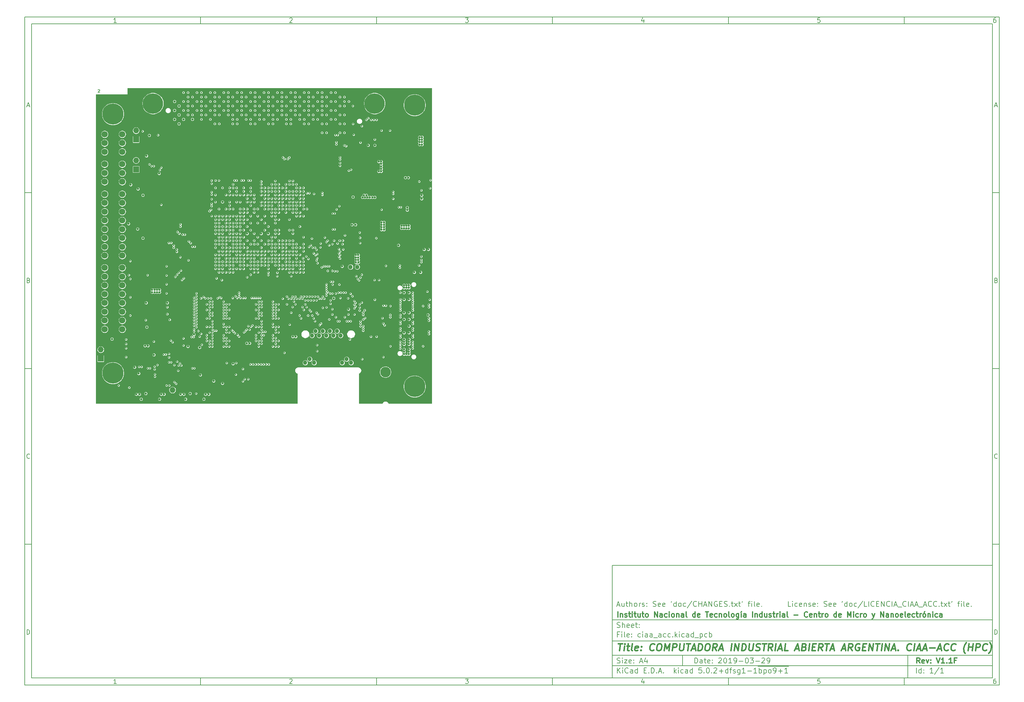
<source format=gbr>
G04 #@! TF.GenerationSoftware,KiCad,Pcbnew,5.0.2+dfsg1-1~bpo9+1*
G04 #@! TF.CreationDate,2019-03-29T14:07:48-03:00*
G04 #@! TF.ProjectId,ciaa_acc,63696161-5f61-4636-932e-6b696361645f,V1.1F*
G04 #@! TF.SameCoordinates,Original*
G04 #@! TF.FileFunction,Copper,L2,Inr*
G04 #@! TF.FilePolarity,Positive*
%FSLAX46Y46*%
G04 Gerber Fmt 4.6, Leading zero omitted, Abs format (unit mm)*
G04 Created by KiCad (PCBNEW 5.0.2+dfsg1-1~bpo9+1) date Fri 29 Mar 2019 02:07:48 PM -03*
%MOMM*%
%LPD*%
G01*
G04 APERTURE LIST*
%ADD10C,0.101600*%
%ADD11C,0.150000*%
%ADD12C,0.300000*%
%ADD13C,0.400000*%
G04 #@! TA.AperFunction,NonConductor*
%ADD14C,0.127000*%
G04 #@! TD*
G04 #@! TA.AperFunction,ViaPad*
%ADD15R,0.800000X0.800000*%
G04 #@! TD*
G04 #@! TA.AperFunction,ViaPad*
%ADD16O,1.200000X1.800000*%
G04 #@! TD*
G04 #@! TA.AperFunction,ViaPad*
%ADD17C,1.200000*%
G04 #@! TD*
G04 #@! TA.AperFunction,ViaPad*
%ADD18C,5.800000*%
G04 #@! TD*
G04 #@! TA.AperFunction,ViaPad*
%ADD19R,1.600000X1.600000*%
G04 #@! TD*
G04 #@! TA.AperFunction,ViaPad*
%ADD20C,1.778000*%
G04 #@! TD*
G04 #@! TA.AperFunction,ViaPad*
%ADD21R,1.651000X1.651000*%
G04 #@! TD*
G04 #@! TA.AperFunction,ViaPad*
%ADD22O,1.651000X1.651000*%
G04 #@! TD*
G04 #@! TA.AperFunction,ViaPad*
%ADD23R,0.750000X0.900000*%
G04 #@! TD*
G04 #@! TA.AperFunction,ViaPad*
%ADD24R,1.080000X0.780000*%
G04 #@! TD*
G04 #@! TA.AperFunction,ViaPad*
%ADD25R,1.287500X1.287500*%
G04 #@! TD*
G04 #@! TA.AperFunction,ViaPad*
%ADD26R,1.000000X1.250000*%
G04 #@! TD*
G04 #@! TA.AperFunction,ViaPad*
%ADD27R,1.250000X1.250000*%
G04 #@! TD*
G04 #@! TA.AperFunction,ViaPad*
%ADD28R,1.000000X1.000000*%
G04 #@! TD*
G04 #@! TA.AperFunction,ViaPad*
%ADD29R,1.500000X1.500000*%
G04 #@! TD*
G04 #@! TA.AperFunction,ViaPad*
%ADD30C,1.800000*%
G04 #@! TD*
G04 #@! TA.AperFunction,ViaPad*
%ADD31C,3.000000*%
G04 #@! TD*
G04 #@! TA.AperFunction,ViaPad*
%ADD32O,1.400000X2.600000*%
G04 #@! TD*
G04 #@! TA.AperFunction,ViaPad*
%ADD33O,4.000000X2.000000*%
G04 #@! TD*
G04 #@! TA.AperFunction,ViaPad*
%ADD34C,6.000000*%
G04 #@! TD*
G04 #@! TA.AperFunction,ViaPad*
%ADD35C,0.635000*%
G04 #@! TD*
G04 #@! TA.AperFunction,ViaPad*
%ADD36C,0.406400*%
G04 #@! TD*
G04 #@! TA.AperFunction,ViaPad*
%ADD37C,0.457200*%
G04 #@! TD*
G04 #@! TA.AperFunction,ViaPad*
%ADD38C,1.270000*%
G04 #@! TD*
G04 #@! TA.AperFunction,Conductor*
%ADD39C,0.101600*%
G04 #@! TD*
G04 APERTURE END LIST*
D10*
D11*
X177002200Y-166007200D02*
X177002200Y-198007200D01*
X285002200Y-198007200D01*
X285002200Y-166007200D01*
X177002200Y-166007200D01*
D10*
D11*
X10000000Y-10000000D02*
X10000000Y-200007200D01*
X287002200Y-200007200D01*
X287002200Y-10000000D01*
X10000000Y-10000000D01*
D10*
D11*
X12000000Y-12000000D02*
X12000000Y-198007200D01*
X285002200Y-198007200D01*
X285002200Y-12000000D01*
X12000000Y-12000000D01*
D10*
D11*
X60000000Y-12000000D02*
X60000000Y-10000000D01*
D10*
D11*
X110000000Y-12000000D02*
X110000000Y-10000000D01*
D10*
D11*
X160000000Y-12000000D02*
X160000000Y-10000000D01*
D10*
D11*
X210000000Y-12000000D02*
X210000000Y-10000000D01*
D10*
D11*
X260000000Y-12000000D02*
X260000000Y-10000000D01*
D10*
D11*
X36065476Y-11588095D02*
X35322619Y-11588095D01*
X35694047Y-11588095D02*
X35694047Y-10288095D01*
X35570238Y-10473809D01*
X35446428Y-10597619D01*
X35322619Y-10659523D01*
D10*
D11*
X85322619Y-10411904D02*
X85384523Y-10350000D01*
X85508333Y-10288095D01*
X85817857Y-10288095D01*
X85941666Y-10350000D01*
X86003571Y-10411904D01*
X86065476Y-10535714D01*
X86065476Y-10659523D01*
X86003571Y-10845238D01*
X85260714Y-11588095D01*
X86065476Y-11588095D01*
D10*
D11*
X135260714Y-10288095D02*
X136065476Y-10288095D01*
X135632142Y-10783333D01*
X135817857Y-10783333D01*
X135941666Y-10845238D01*
X136003571Y-10907142D01*
X136065476Y-11030952D01*
X136065476Y-11340476D01*
X136003571Y-11464285D01*
X135941666Y-11526190D01*
X135817857Y-11588095D01*
X135446428Y-11588095D01*
X135322619Y-11526190D01*
X135260714Y-11464285D01*
D10*
D11*
X185941666Y-10721428D02*
X185941666Y-11588095D01*
X185632142Y-10226190D02*
X185322619Y-11154761D01*
X186127380Y-11154761D01*
D10*
D11*
X236003571Y-10288095D02*
X235384523Y-10288095D01*
X235322619Y-10907142D01*
X235384523Y-10845238D01*
X235508333Y-10783333D01*
X235817857Y-10783333D01*
X235941666Y-10845238D01*
X236003571Y-10907142D01*
X236065476Y-11030952D01*
X236065476Y-11340476D01*
X236003571Y-11464285D01*
X235941666Y-11526190D01*
X235817857Y-11588095D01*
X235508333Y-11588095D01*
X235384523Y-11526190D01*
X235322619Y-11464285D01*
D10*
D11*
X285941666Y-10288095D02*
X285694047Y-10288095D01*
X285570238Y-10350000D01*
X285508333Y-10411904D01*
X285384523Y-10597619D01*
X285322619Y-10845238D01*
X285322619Y-11340476D01*
X285384523Y-11464285D01*
X285446428Y-11526190D01*
X285570238Y-11588095D01*
X285817857Y-11588095D01*
X285941666Y-11526190D01*
X286003571Y-11464285D01*
X286065476Y-11340476D01*
X286065476Y-11030952D01*
X286003571Y-10907142D01*
X285941666Y-10845238D01*
X285817857Y-10783333D01*
X285570238Y-10783333D01*
X285446428Y-10845238D01*
X285384523Y-10907142D01*
X285322619Y-11030952D01*
D10*
D11*
X60000000Y-198007200D02*
X60000000Y-200007200D01*
D10*
D11*
X110000000Y-198007200D02*
X110000000Y-200007200D01*
D10*
D11*
X160000000Y-198007200D02*
X160000000Y-200007200D01*
D10*
D11*
X210000000Y-198007200D02*
X210000000Y-200007200D01*
D10*
D11*
X260000000Y-198007200D02*
X260000000Y-200007200D01*
D10*
D11*
X36065476Y-199595295D02*
X35322619Y-199595295D01*
X35694047Y-199595295D02*
X35694047Y-198295295D01*
X35570238Y-198481009D01*
X35446428Y-198604819D01*
X35322619Y-198666723D01*
D10*
D11*
X85322619Y-198419104D02*
X85384523Y-198357200D01*
X85508333Y-198295295D01*
X85817857Y-198295295D01*
X85941666Y-198357200D01*
X86003571Y-198419104D01*
X86065476Y-198542914D01*
X86065476Y-198666723D01*
X86003571Y-198852438D01*
X85260714Y-199595295D01*
X86065476Y-199595295D01*
D10*
D11*
X135260714Y-198295295D02*
X136065476Y-198295295D01*
X135632142Y-198790533D01*
X135817857Y-198790533D01*
X135941666Y-198852438D01*
X136003571Y-198914342D01*
X136065476Y-199038152D01*
X136065476Y-199347676D01*
X136003571Y-199471485D01*
X135941666Y-199533390D01*
X135817857Y-199595295D01*
X135446428Y-199595295D01*
X135322619Y-199533390D01*
X135260714Y-199471485D01*
D10*
D11*
X185941666Y-198728628D02*
X185941666Y-199595295D01*
X185632142Y-198233390D02*
X185322619Y-199161961D01*
X186127380Y-199161961D01*
D10*
D11*
X236003571Y-198295295D02*
X235384523Y-198295295D01*
X235322619Y-198914342D01*
X235384523Y-198852438D01*
X235508333Y-198790533D01*
X235817857Y-198790533D01*
X235941666Y-198852438D01*
X236003571Y-198914342D01*
X236065476Y-199038152D01*
X236065476Y-199347676D01*
X236003571Y-199471485D01*
X235941666Y-199533390D01*
X235817857Y-199595295D01*
X235508333Y-199595295D01*
X235384523Y-199533390D01*
X235322619Y-199471485D01*
D10*
D11*
X285941666Y-198295295D02*
X285694047Y-198295295D01*
X285570238Y-198357200D01*
X285508333Y-198419104D01*
X285384523Y-198604819D01*
X285322619Y-198852438D01*
X285322619Y-199347676D01*
X285384523Y-199471485D01*
X285446428Y-199533390D01*
X285570238Y-199595295D01*
X285817857Y-199595295D01*
X285941666Y-199533390D01*
X286003571Y-199471485D01*
X286065476Y-199347676D01*
X286065476Y-199038152D01*
X286003571Y-198914342D01*
X285941666Y-198852438D01*
X285817857Y-198790533D01*
X285570238Y-198790533D01*
X285446428Y-198852438D01*
X285384523Y-198914342D01*
X285322619Y-199038152D01*
D10*
D11*
X10000000Y-60000000D02*
X12000000Y-60000000D01*
D10*
D11*
X10000000Y-110000000D02*
X12000000Y-110000000D01*
D10*
D11*
X10000000Y-160000000D02*
X12000000Y-160000000D01*
D10*
D11*
X10690476Y-35216666D02*
X11309523Y-35216666D01*
X10566666Y-35588095D02*
X11000000Y-34288095D01*
X11433333Y-35588095D01*
D10*
D11*
X11092857Y-84907142D02*
X11278571Y-84969047D01*
X11340476Y-85030952D01*
X11402380Y-85154761D01*
X11402380Y-85340476D01*
X11340476Y-85464285D01*
X11278571Y-85526190D01*
X11154761Y-85588095D01*
X10659523Y-85588095D01*
X10659523Y-84288095D01*
X11092857Y-84288095D01*
X11216666Y-84350000D01*
X11278571Y-84411904D01*
X11340476Y-84535714D01*
X11340476Y-84659523D01*
X11278571Y-84783333D01*
X11216666Y-84845238D01*
X11092857Y-84907142D01*
X10659523Y-84907142D01*
D10*
D11*
X11402380Y-135464285D02*
X11340476Y-135526190D01*
X11154761Y-135588095D01*
X11030952Y-135588095D01*
X10845238Y-135526190D01*
X10721428Y-135402380D01*
X10659523Y-135278571D01*
X10597619Y-135030952D01*
X10597619Y-134845238D01*
X10659523Y-134597619D01*
X10721428Y-134473809D01*
X10845238Y-134350000D01*
X11030952Y-134288095D01*
X11154761Y-134288095D01*
X11340476Y-134350000D01*
X11402380Y-134411904D01*
D10*
D11*
X10659523Y-185588095D02*
X10659523Y-184288095D01*
X10969047Y-184288095D01*
X11154761Y-184350000D01*
X11278571Y-184473809D01*
X11340476Y-184597619D01*
X11402380Y-184845238D01*
X11402380Y-185030952D01*
X11340476Y-185278571D01*
X11278571Y-185402380D01*
X11154761Y-185526190D01*
X10969047Y-185588095D01*
X10659523Y-185588095D01*
D10*
D11*
X287002200Y-60000000D02*
X285002200Y-60000000D01*
D10*
D11*
X287002200Y-110000000D02*
X285002200Y-110000000D01*
D10*
D11*
X287002200Y-160000000D02*
X285002200Y-160000000D01*
D10*
D11*
X285692676Y-35216666D02*
X286311723Y-35216666D01*
X285568866Y-35588095D02*
X286002200Y-34288095D01*
X286435533Y-35588095D01*
D10*
D11*
X286095057Y-84907142D02*
X286280771Y-84969047D01*
X286342676Y-85030952D01*
X286404580Y-85154761D01*
X286404580Y-85340476D01*
X286342676Y-85464285D01*
X286280771Y-85526190D01*
X286156961Y-85588095D01*
X285661723Y-85588095D01*
X285661723Y-84288095D01*
X286095057Y-84288095D01*
X286218866Y-84350000D01*
X286280771Y-84411904D01*
X286342676Y-84535714D01*
X286342676Y-84659523D01*
X286280771Y-84783333D01*
X286218866Y-84845238D01*
X286095057Y-84907142D01*
X285661723Y-84907142D01*
D10*
D11*
X286404580Y-135464285D02*
X286342676Y-135526190D01*
X286156961Y-135588095D01*
X286033152Y-135588095D01*
X285847438Y-135526190D01*
X285723628Y-135402380D01*
X285661723Y-135278571D01*
X285599819Y-135030952D01*
X285599819Y-134845238D01*
X285661723Y-134597619D01*
X285723628Y-134473809D01*
X285847438Y-134350000D01*
X286033152Y-134288095D01*
X286156961Y-134288095D01*
X286342676Y-134350000D01*
X286404580Y-134411904D01*
D10*
D11*
X285661723Y-185588095D02*
X285661723Y-184288095D01*
X285971247Y-184288095D01*
X286156961Y-184350000D01*
X286280771Y-184473809D01*
X286342676Y-184597619D01*
X286404580Y-184845238D01*
X286404580Y-185030952D01*
X286342676Y-185278571D01*
X286280771Y-185402380D01*
X286156961Y-185526190D01*
X285971247Y-185588095D01*
X285661723Y-185588095D01*
D10*
D11*
X200434342Y-193785771D02*
X200434342Y-192285771D01*
X200791485Y-192285771D01*
X201005771Y-192357200D01*
X201148628Y-192500057D01*
X201220057Y-192642914D01*
X201291485Y-192928628D01*
X201291485Y-193142914D01*
X201220057Y-193428628D01*
X201148628Y-193571485D01*
X201005771Y-193714342D01*
X200791485Y-193785771D01*
X200434342Y-193785771D01*
X202577200Y-193785771D02*
X202577200Y-193000057D01*
X202505771Y-192857200D01*
X202362914Y-192785771D01*
X202077200Y-192785771D01*
X201934342Y-192857200D01*
X202577200Y-193714342D02*
X202434342Y-193785771D01*
X202077200Y-193785771D01*
X201934342Y-193714342D01*
X201862914Y-193571485D01*
X201862914Y-193428628D01*
X201934342Y-193285771D01*
X202077200Y-193214342D01*
X202434342Y-193214342D01*
X202577200Y-193142914D01*
X203077200Y-192785771D02*
X203648628Y-192785771D01*
X203291485Y-192285771D02*
X203291485Y-193571485D01*
X203362914Y-193714342D01*
X203505771Y-193785771D01*
X203648628Y-193785771D01*
X204720057Y-193714342D02*
X204577200Y-193785771D01*
X204291485Y-193785771D01*
X204148628Y-193714342D01*
X204077200Y-193571485D01*
X204077200Y-193000057D01*
X204148628Y-192857200D01*
X204291485Y-192785771D01*
X204577200Y-192785771D01*
X204720057Y-192857200D01*
X204791485Y-193000057D01*
X204791485Y-193142914D01*
X204077200Y-193285771D01*
X205434342Y-193642914D02*
X205505771Y-193714342D01*
X205434342Y-193785771D01*
X205362914Y-193714342D01*
X205434342Y-193642914D01*
X205434342Y-193785771D01*
X205434342Y-192857200D02*
X205505771Y-192928628D01*
X205434342Y-193000057D01*
X205362914Y-192928628D01*
X205434342Y-192857200D01*
X205434342Y-193000057D01*
X207220057Y-192428628D02*
X207291485Y-192357200D01*
X207434342Y-192285771D01*
X207791485Y-192285771D01*
X207934342Y-192357200D01*
X208005771Y-192428628D01*
X208077200Y-192571485D01*
X208077200Y-192714342D01*
X208005771Y-192928628D01*
X207148628Y-193785771D01*
X208077200Y-193785771D01*
X209005771Y-192285771D02*
X209148628Y-192285771D01*
X209291485Y-192357200D01*
X209362914Y-192428628D01*
X209434342Y-192571485D01*
X209505771Y-192857200D01*
X209505771Y-193214342D01*
X209434342Y-193500057D01*
X209362914Y-193642914D01*
X209291485Y-193714342D01*
X209148628Y-193785771D01*
X209005771Y-193785771D01*
X208862914Y-193714342D01*
X208791485Y-193642914D01*
X208720057Y-193500057D01*
X208648628Y-193214342D01*
X208648628Y-192857200D01*
X208720057Y-192571485D01*
X208791485Y-192428628D01*
X208862914Y-192357200D01*
X209005771Y-192285771D01*
X210934342Y-193785771D02*
X210077200Y-193785771D01*
X210505771Y-193785771D02*
X210505771Y-192285771D01*
X210362914Y-192500057D01*
X210220057Y-192642914D01*
X210077200Y-192714342D01*
X211648628Y-193785771D02*
X211934342Y-193785771D01*
X212077200Y-193714342D01*
X212148628Y-193642914D01*
X212291485Y-193428628D01*
X212362914Y-193142914D01*
X212362914Y-192571485D01*
X212291485Y-192428628D01*
X212220057Y-192357200D01*
X212077200Y-192285771D01*
X211791485Y-192285771D01*
X211648628Y-192357200D01*
X211577200Y-192428628D01*
X211505771Y-192571485D01*
X211505771Y-192928628D01*
X211577200Y-193071485D01*
X211648628Y-193142914D01*
X211791485Y-193214342D01*
X212077200Y-193214342D01*
X212220057Y-193142914D01*
X212291485Y-193071485D01*
X212362914Y-192928628D01*
X213005771Y-193214342D02*
X214148628Y-193214342D01*
X215148628Y-192285771D02*
X215291485Y-192285771D01*
X215434342Y-192357200D01*
X215505771Y-192428628D01*
X215577200Y-192571485D01*
X215648628Y-192857200D01*
X215648628Y-193214342D01*
X215577200Y-193500057D01*
X215505771Y-193642914D01*
X215434342Y-193714342D01*
X215291485Y-193785771D01*
X215148628Y-193785771D01*
X215005771Y-193714342D01*
X214934342Y-193642914D01*
X214862914Y-193500057D01*
X214791485Y-193214342D01*
X214791485Y-192857200D01*
X214862914Y-192571485D01*
X214934342Y-192428628D01*
X215005771Y-192357200D01*
X215148628Y-192285771D01*
X216148628Y-192285771D02*
X217077200Y-192285771D01*
X216577200Y-192857200D01*
X216791485Y-192857200D01*
X216934342Y-192928628D01*
X217005771Y-193000057D01*
X217077200Y-193142914D01*
X217077200Y-193500057D01*
X217005771Y-193642914D01*
X216934342Y-193714342D01*
X216791485Y-193785771D01*
X216362914Y-193785771D01*
X216220057Y-193714342D01*
X216148628Y-193642914D01*
X217720057Y-193214342D02*
X218862914Y-193214342D01*
X219505771Y-192428628D02*
X219577200Y-192357200D01*
X219720057Y-192285771D01*
X220077200Y-192285771D01*
X220220057Y-192357200D01*
X220291485Y-192428628D01*
X220362914Y-192571485D01*
X220362914Y-192714342D01*
X220291485Y-192928628D01*
X219434342Y-193785771D01*
X220362914Y-193785771D01*
X221077200Y-193785771D02*
X221362914Y-193785771D01*
X221505771Y-193714342D01*
X221577200Y-193642914D01*
X221720057Y-193428628D01*
X221791485Y-193142914D01*
X221791485Y-192571485D01*
X221720057Y-192428628D01*
X221648628Y-192357200D01*
X221505771Y-192285771D01*
X221220057Y-192285771D01*
X221077200Y-192357200D01*
X221005771Y-192428628D01*
X220934342Y-192571485D01*
X220934342Y-192928628D01*
X221005771Y-193071485D01*
X221077200Y-193142914D01*
X221220057Y-193214342D01*
X221505771Y-193214342D01*
X221648628Y-193142914D01*
X221720057Y-193071485D01*
X221791485Y-192928628D01*
D10*
D11*
X177002200Y-194507200D02*
X285002200Y-194507200D01*
D10*
D11*
X178434342Y-196585771D02*
X178434342Y-195085771D01*
X179291485Y-196585771D02*
X178648628Y-195728628D01*
X179291485Y-195085771D02*
X178434342Y-195942914D01*
X179934342Y-196585771D02*
X179934342Y-195585771D01*
X179934342Y-195085771D02*
X179862914Y-195157200D01*
X179934342Y-195228628D01*
X180005771Y-195157200D01*
X179934342Y-195085771D01*
X179934342Y-195228628D01*
X181505771Y-196442914D02*
X181434342Y-196514342D01*
X181220057Y-196585771D01*
X181077200Y-196585771D01*
X180862914Y-196514342D01*
X180720057Y-196371485D01*
X180648628Y-196228628D01*
X180577200Y-195942914D01*
X180577200Y-195728628D01*
X180648628Y-195442914D01*
X180720057Y-195300057D01*
X180862914Y-195157200D01*
X181077200Y-195085771D01*
X181220057Y-195085771D01*
X181434342Y-195157200D01*
X181505771Y-195228628D01*
X182791485Y-196585771D02*
X182791485Y-195800057D01*
X182720057Y-195657200D01*
X182577200Y-195585771D01*
X182291485Y-195585771D01*
X182148628Y-195657200D01*
X182791485Y-196514342D02*
X182648628Y-196585771D01*
X182291485Y-196585771D01*
X182148628Y-196514342D01*
X182077200Y-196371485D01*
X182077200Y-196228628D01*
X182148628Y-196085771D01*
X182291485Y-196014342D01*
X182648628Y-196014342D01*
X182791485Y-195942914D01*
X184148628Y-196585771D02*
X184148628Y-195085771D01*
X184148628Y-196514342D02*
X184005771Y-196585771D01*
X183720057Y-196585771D01*
X183577200Y-196514342D01*
X183505771Y-196442914D01*
X183434342Y-196300057D01*
X183434342Y-195871485D01*
X183505771Y-195728628D01*
X183577200Y-195657200D01*
X183720057Y-195585771D01*
X184005771Y-195585771D01*
X184148628Y-195657200D01*
X186005771Y-195800057D02*
X186505771Y-195800057D01*
X186720057Y-196585771D02*
X186005771Y-196585771D01*
X186005771Y-195085771D01*
X186720057Y-195085771D01*
X187362914Y-196442914D02*
X187434342Y-196514342D01*
X187362914Y-196585771D01*
X187291485Y-196514342D01*
X187362914Y-196442914D01*
X187362914Y-196585771D01*
X188077200Y-196585771D02*
X188077200Y-195085771D01*
X188434342Y-195085771D01*
X188648628Y-195157200D01*
X188791485Y-195300057D01*
X188862914Y-195442914D01*
X188934342Y-195728628D01*
X188934342Y-195942914D01*
X188862914Y-196228628D01*
X188791485Y-196371485D01*
X188648628Y-196514342D01*
X188434342Y-196585771D01*
X188077200Y-196585771D01*
X189577200Y-196442914D02*
X189648628Y-196514342D01*
X189577200Y-196585771D01*
X189505771Y-196514342D01*
X189577200Y-196442914D01*
X189577200Y-196585771D01*
X190220057Y-196157200D02*
X190934342Y-196157200D01*
X190077200Y-196585771D02*
X190577200Y-195085771D01*
X191077200Y-196585771D01*
X191577200Y-196442914D02*
X191648628Y-196514342D01*
X191577200Y-196585771D01*
X191505771Y-196514342D01*
X191577200Y-196442914D01*
X191577200Y-196585771D01*
X194577200Y-196585771D02*
X194577200Y-195085771D01*
X194720057Y-196014342D02*
X195148628Y-196585771D01*
X195148628Y-195585771D02*
X194577200Y-196157200D01*
X195791485Y-196585771D02*
X195791485Y-195585771D01*
X195791485Y-195085771D02*
X195720057Y-195157200D01*
X195791485Y-195228628D01*
X195862914Y-195157200D01*
X195791485Y-195085771D01*
X195791485Y-195228628D01*
X197148628Y-196514342D02*
X197005771Y-196585771D01*
X196720057Y-196585771D01*
X196577200Y-196514342D01*
X196505771Y-196442914D01*
X196434342Y-196300057D01*
X196434342Y-195871485D01*
X196505771Y-195728628D01*
X196577200Y-195657200D01*
X196720057Y-195585771D01*
X197005771Y-195585771D01*
X197148628Y-195657200D01*
X198434342Y-196585771D02*
X198434342Y-195800057D01*
X198362914Y-195657200D01*
X198220057Y-195585771D01*
X197934342Y-195585771D01*
X197791485Y-195657200D01*
X198434342Y-196514342D02*
X198291485Y-196585771D01*
X197934342Y-196585771D01*
X197791485Y-196514342D01*
X197720057Y-196371485D01*
X197720057Y-196228628D01*
X197791485Y-196085771D01*
X197934342Y-196014342D01*
X198291485Y-196014342D01*
X198434342Y-195942914D01*
X199791485Y-196585771D02*
X199791485Y-195085771D01*
X199791485Y-196514342D02*
X199648628Y-196585771D01*
X199362914Y-196585771D01*
X199220057Y-196514342D01*
X199148628Y-196442914D01*
X199077200Y-196300057D01*
X199077200Y-195871485D01*
X199148628Y-195728628D01*
X199220057Y-195657200D01*
X199362914Y-195585771D01*
X199648628Y-195585771D01*
X199791485Y-195657200D01*
X202362914Y-195085771D02*
X201648628Y-195085771D01*
X201577200Y-195800057D01*
X201648628Y-195728628D01*
X201791485Y-195657200D01*
X202148628Y-195657200D01*
X202291485Y-195728628D01*
X202362914Y-195800057D01*
X202434342Y-195942914D01*
X202434342Y-196300057D01*
X202362914Y-196442914D01*
X202291485Y-196514342D01*
X202148628Y-196585771D01*
X201791485Y-196585771D01*
X201648628Y-196514342D01*
X201577200Y-196442914D01*
X203077200Y-196442914D02*
X203148628Y-196514342D01*
X203077200Y-196585771D01*
X203005771Y-196514342D01*
X203077200Y-196442914D01*
X203077200Y-196585771D01*
X204077200Y-195085771D02*
X204220057Y-195085771D01*
X204362914Y-195157200D01*
X204434342Y-195228628D01*
X204505771Y-195371485D01*
X204577200Y-195657200D01*
X204577200Y-196014342D01*
X204505771Y-196300057D01*
X204434342Y-196442914D01*
X204362914Y-196514342D01*
X204220057Y-196585771D01*
X204077200Y-196585771D01*
X203934342Y-196514342D01*
X203862914Y-196442914D01*
X203791485Y-196300057D01*
X203720057Y-196014342D01*
X203720057Y-195657200D01*
X203791485Y-195371485D01*
X203862914Y-195228628D01*
X203934342Y-195157200D01*
X204077200Y-195085771D01*
X205220057Y-196442914D02*
X205291485Y-196514342D01*
X205220057Y-196585771D01*
X205148628Y-196514342D01*
X205220057Y-196442914D01*
X205220057Y-196585771D01*
X205862914Y-195228628D02*
X205934342Y-195157200D01*
X206077200Y-195085771D01*
X206434342Y-195085771D01*
X206577200Y-195157200D01*
X206648628Y-195228628D01*
X206720057Y-195371485D01*
X206720057Y-195514342D01*
X206648628Y-195728628D01*
X205791485Y-196585771D01*
X206720057Y-196585771D01*
X207362914Y-196014342D02*
X208505771Y-196014342D01*
X207934342Y-196585771D02*
X207934342Y-195442914D01*
X209862914Y-196585771D02*
X209862914Y-195085771D01*
X209862914Y-196514342D02*
X209720057Y-196585771D01*
X209434342Y-196585771D01*
X209291485Y-196514342D01*
X209220057Y-196442914D01*
X209148628Y-196300057D01*
X209148628Y-195871485D01*
X209220057Y-195728628D01*
X209291485Y-195657200D01*
X209434342Y-195585771D01*
X209720057Y-195585771D01*
X209862914Y-195657200D01*
X210362914Y-195585771D02*
X210934342Y-195585771D01*
X210577200Y-196585771D02*
X210577200Y-195300057D01*
X210648628Y-195157200D01*
X210791485Y-195085771D01*
X210934342Y-195085771D01*
X211362914Y-196514342D02*
X211505771Y-196585771D01*
X211791485Y-196585771D01*
X211934342Y-196514342D01*
X212005771Y-196371485D01*
X212005771Y-196300057D01*
X211934342Y-196157200D01*
X211791485Y-196085771D01*
X211577200Y-196085771D01*
X211434342Y-196014342D01*
X211362914Y-195871485D01*
X211362914Y-195800057D01*
X211434342Y-195657200D01*
X211577200Y-195585771D01*
X211791485Y-195585771D01*
X211934342Y-195657200D01*
X213291485Y-195585771D02*
X213291485Y-196800057D01*
X213220057Y-196942914D01*
X213148628Y-197014342D01*
X213005771Y-197085771D01*
X212791485Y-197085771D01*
X212648628Y-197014342D01*
X213291485Y-196514342D02*
X213148628Y-196585771D01*
X212862914Y-196585771D01*
X212720057Y-196514342D01*
X212648628Y-196442914D01*
X212577200Y-196300057D01*
X212577200Y-195871485D01*
X212648628Y-195728628D01*
X212720057Y-195657200D01*
X212862914Y-195585771D01*
X213148628Y-195585771D01*
X213291485Y-195657200D01*
X214791485Y-196585771D02*
X213934342Y-196585771D01*
X214362914Y-196585771D02*
X214362914Y-195085771D01*
X214220057Y-195300057D01*
X214077200Y-195442914D01*
X213934342Y-195514342D01*
X215434342Y-196014342D02*
X216577200Y-196014342D01*
X218077200Y-196585771D02*
X217220057Y-196585771D01*
X217648628Y-196585771D02*
X217648628Y-195085771D01*
X217505771Y-195300057D01*
X217362914Y-195442914D01*
X217220057Y-195514342D01*
X218362914Y-194677200D02*
X219720057Y-194677200D01*
X218720057Y-196585771D02*
X218720057Y-195085771D01*
X218720057Y-195657200D02*
X218862914Y-195585771D01*
X219148628Y-195585771D01*
X219291485Y-195657200D01*
X219362914Y-195728628D01*
X219434342Y-195871485D01*
X219434342Y-196300057D01*
X219362914Y-196442914D01*
X219291485Y-196514342D01*
X219148628Y-196585771D01*
X218862914Y-196585771D01*
X218720057Y-196514342D01*
X219720057Y-194677200D02*
X221077200Y-194677200D01*
X220077200Y-195585771D02*
X220077200Y-197085771D01*
X220077200Y-195657200D02*
X220220057Y-195585771D01*
X220505771Y-195585771D01*
X220648628Y-195657200D01*
X220720057Y-195728628D01*
X220791485Y-195871485D01*
X220791485Y-196300057D01*
X220720057Y-196442914D01*
X220648628Y-196514342D01*
X220505771Y-196585771D01*
X220220057Y-196585771D01*
X220077200Y-196514342D01*
X221077200Y-194677200D02*
X222434342Y-194677200D01*
X221648628Y-196585771D02*
X221505771Y-196514342D01*
X221434342Y-196442914D01*
X221362914Y-196300057D01*
X221362914Y-195871485D01*
X221434342Y-195728628D01*
X221505771Y-195657200D01*
X221648628Y-195585771D01*
X221862914Y-195585771D01*
X222005771Y-195657200D01*
X222077200Y-195728628D01*
X222148628Y-195871485D01*
X222148628Y-196300057D01*
X222077200Y-196442914D01*
X222005771Y-196514342D01*
X221862914Y-196585771D01*
X221648628Y-196585771D01*
X222434342Y-194677200D02*
X223862914Y-194677200D01*
X222862914Y-196585771D02*
X223148628Y-196585771D01*
X223291485Y-196514342D01*
X223362914Y-196442914D01*
X223505771Y-196228628D01*
X223577200Y-195942914D01*
X223577200Y-195371485D01*
X223505771Y-195228628D01*
X223434342Y-195157200D01*
X223291485Y-195085771D01*
X223005771Y-195085771D01*
X222862914Y-195157200D01*
X222791485Y-195228628D01*
X222720057Y-195371485D01*
X222720057Y-195728628D01*
X222791485Y-195871485D01*
X222862914Y-195942914D01*
X223005771Y-196014342D01*
X223291485Y-196014342D01*
X223434342Y-195942914D01*
X223505771Y-195871485D01*
X223577200Y-195728628D01*
X223862914Y-194677200D02*
X225720057Y-194677200D01*
X224220057Y-196014342D02*
X225362914Y-196014342D01*
X224791485Y-196585771D02*
X224791485Y-195442914D01*
X225720057Y-194677200D02*
X227148628Y-194677200D01*
X226862914Y-196585771D02*
X226005771Y-196585771D01*
X226434342Y-196585771D02*
X226434342Y-195085771D01*
X226291485Y-195300057D01*
X226148628Y-195442914D01*
X226005771Y-195514342D01*
D10*
D11*
X177002200Y-191507200D02*
X285002200Y-191507200D01*
D10*
D12*
X264411485Y-193785771D02*
X263911485Y-193071485D01*
X263554342Y-193785771D02*
X263554342Y-192285771D01*
X264125771Y-192285771D01*
X264268628Y-192357200D01*
X264340057Y-192428628D01*
X264411485Y-192571485D01*
X264411485Y-192785771D01*
X264340057Y-192928628D01*
X264268628Y-193000057D01*
X264125771Y-193071485D01*
X263554342Y-193071485D01*
X265625771Y-193714342D02*
X265482914Y-193785771D01*
X265197200Y-193785771D01*
X265054342Y-193714342D01*
X264982914Y-193571485D01*
X264982914Y-193000057D01*
X265054342Y-192857200D01*
X265197200Y-192785771D01*
X265482914Y-192785771D01*
X265625771Y-192857200D01*
X265697200Y-193000057D01*
X265697200Y-193142914D01*
X264982914Y-193285771D01*
X266197200Y-192785771D02*
X266554342Y-193785771D01*
X266911485Y-192785771D01*
X267482914Y-193642914D02*
X267554342Y-193714342D01*
X267482914Y-193785771D01*
X267411485Y-193714342D01*
X267482914Y-193642914D01*
X267482914Y-193785771D01*
X267482914Y-192857200D02*
X267554342Y-192928628D01*
X267482914Y-193000057D01*
X267411485Y-192928628D01*
X267482914Y-192857200D01*
X267482914Y-193000057D01*
X269125771Y-192285771D02*
X269625771Y-193785771D01*
X270125771Y-192285771D01*
X271411485Y-193785771D02*
X270554342Y-193785771D01*
X270982914Y-193785771D02*
X270982914Y-192285771D01*
X270840057Y-192500057D01*
X270697200Y-192642914D01*
X270554342Y-192714342D01*
X272054342Y-193642914D02*
X272125771Y-193714342D01*
X272054342Y-193785771D01*
X271982914Y-193714342D01*
X272054342Y-193642914D01*
X272054342Y-193785771D01*
X273554342Y-193785771D02*
X272697200Y-193785771D01*
X273125771Y-193785771D02*
X273125771Y-192285771D01*
X272982914Y-192500057D01*
X272840057Y-192642914D01*
X272697200Y-192714342D01*
X274697200Y-193000057D02*
X274197200Y-193000057D01*
X274197200Y-193785771D02*
X274197200Y-192285771D01*
X274911485Y-192285771D01*
D10*
D11*
X178362914Y-193714342D02*
X178577200Y-193785771D01*
X178934342Y-193785771D01*
X179077200Y-193714342D01*
X179148628Y-193642914D01*
X179220057Y-193500057D01*
X179220057Y-193357200D01*
X179148628Y-193214342D01*
X179077200Y-193142914D01*
X178934342Y-193071485D01*
X178648628Y-193000057D01*
X178505771Y-192928628D01*
X178434342Y-192857200D01*
X178362914Y-192714342D01*
X178362914Y-192571485D01*
X178434342Y-192428628D01*
X178505771Y-192357200D01*
X178648628Y-192285771D01*
X179005771Y-192285771D01*
X179220057Y-192357200D01*
X179862914Y-193785771D02*
X179862914Y-192785771D01*
X179862914Y-192285771D02*
X179791485Y-192357200D01*
X179862914Y-192428628D01*
X179934342Y-192357200D01*
X179862914Y-192285771D01*
X179862914Y-192428628D01*
X180434342Y-192785771D02*
X181220057Y-192785771D01*
X180434342Y-193785771D01*
X181220057Y-193785771D01*
X182362914Y-193714342D02*
X182220057Y-193785771D01*
X181934342Y-193785771D01*
X181791485Y-193714342D01*
X181720057Y-193571485D01*
X181720057Y-193000057D01*
X181791485Y-192857200D01*
X181934342Y-192785771D01*
X182220057Y-192785771D01*
X182362914Y-192857200D01*
X182434342Y-193000057D01*
X182434342Y-193142914D01*
X181720057Y-193285771D01*
X183077200Y-193642914D02*
X183148628Y-193714342D01*
X183077200Y-193785771D01*
X183005771Y-193714342D01*
X183077200Y-193642914D01*
X183077200Y-193785771D01*
X183077200Y-192857200D02*
X183148628Y-192928628D01*
X183077200Y-193000057D01*
X183005771Y-192928628D01*
X183077200Y-192857200D01*
X183077200Y-193000057D01*
X184862914Y-193357200D02*
X185577200Y-193357200D01*
X184720057Y-193785771D02*
X185220057Y-192285771D01*
X185720057Y-193785771D01*
X186862914Y-192785771D02*
X186862914Y-193785771D01*
X186505771Y-192214342D02*
X186148628Y-193285771D01*
X187077200Y-193285771D01*
D10*
D11*
X263434342Y-196585771D02*
X263434342Y-195085771D01*
X264791485Y-196585771D02*
X264791485Y-195085771D01*
X264791485Y-196514342D02*
X264648628Y-196585771D01*
X264362914Y-196585771D01*
X264220057Y-196514342D01*
X264148628Y-196442914D01*
X264077200Y-196300057D01*
X264077200Y-195871485D01*
X264148628Y-195728628D01*
X264220057Y-195657200D01*
X264362914Y-195585771D01*
X264648628Y-195585771D01*
X264791485Y-195657200D01*
X265505771Y-196442914D02*
X265577200Y-196514342D01*
X265505771Y-196585771D01*
X265434342Y-196514342D01*
X265505771Y-196442914D01*
X265505771Y-196585771D01*
X265505771Y-195657200D02*
X265577200Y-195728628D01*
X265505771Y-195800057D01*
X265434342Y-195728628D01*
X265505771Y-195657200D01*
X265505771Y-195800057D01*
X268148628Y-196585771D02*
X267291485Y-196585771D01*
X267720057Y-196585771D02*
X267720057Y-195085771D01*
X267577200Y-195300057D01*
X267434342Y-195442914D01*
X267291485Y-195514342D01*
X269862914Y-195014342D02*
X268577200Y-196942914D01*
X271148628Y-196585771D02*
X270291485Y-196585771D01*
X270720057Y-196585771D02*
X270720057Y-195085771D01*
X270577200Y-195300057D01*
X270434342Y-195442914D01*
X270291485Y-195514342D01*
D10*
D11*
X177002200Y-187507200D02*
X285002200Y-187507200D01*
D10*
D13*
X178714580Y-188211961D02*
X179857438Y-188211961D01*
X179036009Y-190211961D02*
X179286009Y-188211961D01*
X180274104Y-190211961D02*
X180440771Y-188878628D01*
X180524104Y-188211961D02*
X180416961Y-188307200D01*
X180500295Y-188402438D01*
X180607438Y-188307200D01*
X180524104Y-188211961D01*
X180500295Y-188402438D01*
X181107438Y-188878628D02*
X181869342Y-188878628D01*
X181476485Y-188211961D02*
X181262200Y-189926247D01*
X181333628Y-190116723D01*
X181512200Y-190211961D01*
X181702676Y-190211961D01*
X182655057Y-190211961D02*
X182476485Y-190116723D01*
X182405057Y-189926247D01*
X182619342Y-188211961D01*
X184190771Y-190116723D02*
X183988390Y-190211961D01*
X183607438Y-190211961D01*
X183428866Y-190116723D01*
X183357438Y-189926247D01*
X183452676Y-189164342D01*
X183571723Y-188973866D01*
X183774104Y-188878628D01*
X184155057Y-188878628D01*
X184333628Y-188973866D01*
X184405057Y-189164342D01*
X184381247Y-189354819D01*
X183405057Y-189545295D01*
X185155057Y-190021485D02*
X185238390Y-190116723D01*
X185131247Y-190211961D01*
X185047914Y-190116723D01*
X185155057Y-190021485D01*
X185131247Y-190211961D01*
X185286009Y-188973866D02*
X185369342Y-189069104D01*
X185262200Y-189164342D01*
X185178866Y-189069104D01*
X185286009Y-188973866D01*
X185262200Y-189164342D01*
X188774104Y-190021485D02*
X188666961Y-190116723D01*
X188369342Y-190211961D01*
X188178866Y-190211961D01*
X187905057Y-190116723D01*
X187738390Y-189926247D01*
X187666961Y-189735771D01*
X187619342Y-189354819D01*
X187655057Y-189069104D01*
X187797914Y-188688152D01*
X187916961Y-188497676D01*
X188131247Y-188307200D01*
X188428866Y-188211961D01*
X188619342Y-188211961D01*
X188893152Y-188307200D01*
X188976485Y-188402438D01*
X190238390Y-188211961D02*
X190619342Y-188211961D01*
X190797914Y-188307200D01*
X190964580Y-188497676D01*
X191012200Y-188878628D01*
X190928866Y-189545295D01*
X190786009Y-189926247D01*
X190571723Y-190116723D01*
X190369342Y-190211961D01*
X189988390Y-190211961D01*
X189809819Y-190116723D01*
X189643152Y-189926247D01*
X189595533Y-189545295D01*
X189678866Y-188878628D01*
X189821723Y-188497676D01*
X190036009Y-188307200D01*
X190238390Y-188211961D01*
X191702676Y-190211961D02*
X191952676Y-188211961D01*
X192440771Y-189640533D01*
X193286009Y-188211961D01*
X193036009Y-190211961D01*
X193988390Y-190211961D02*
X194238390Y-188211961D01*
X195000295Y-188211961D01*
X195178866Y-188307200D01*
X195262200Y-188402438D01*
X195333628Y-188592914D01*
X195297914Y-188878628D01*
X195178866Y-189069104D01*
X195071723Y-189164342D01*
X194869342Y-189259580D01*
X194107438Y-189259580D01*
X196238390Y-188211961D02*
X196036009Y-189831009D01*
X196107438Y-190021485D01*
X196190771Y-190116723D01*
X196369342Y-190211961D01*
X196750295Y-190211961D01*
X196952676Y-190116723D01*
X197059819Y-190021485D01*
X197178866Y-189831009D01*
X197381247Y-188211961D01*
X198047914Y-188211961D02*
X199190771Y-188211961D01*
X198369342Y-190211961D02*
X198619342Y-188211961D01*
X199583628Y-189640533D02*
X200536009Y-189640533D01*
X199321723Y-190211961D02*
X200238390Y-188211961D01*
X200655057Y-190211961D01*
X201321723Y-190211961D02*
X201571723Y-188211961D01*
X202047914Y-188211961D01*
X202321723Y-188307200D01*
X202488390Y-188497676D01*
X202559819Y-188688152D01*
X202607438Y-189069104D01*
X202571723Y-189354819D01*
X202428866Y-189735771D01*
X202309819Y-189926247D01*
X202095533Y-190116723D01*
X201797914Y-190211961D01*
X201321723Y-190211961D01*
X203952676Y-188211961D02*
X204333628Y-188211961D01*
X204512200Y-188307200D01*
X204678866Y-188497676D01*
X204726485Y-188878628D01*
X204643152Y-189545295D01*
X204500295Y-189926247D01*
X204286009Y-190116723D01*
X204083628Y-190211961D01*
X203702676Y-190211961D01*
X203524104Y-190116723D01*
X203357438Y-189926247D01*
X203309819Y-189545295D01*
X203393152Y-188878628D01*
X203536009Y-188497676D01*
X203750295Y-188307200D01*
X203952676Y-188211961D01*
X206559819Y-190211961D02*
X206012200Y-189259580D01*
X205416961Y-190211961D02*
X205666961Y-188211961D01*
X206428866Y-188211961D01*
X206607438Y-188307200D01*
X206690771Y-188402438D01*
X206762200Y-188592914D01*
X206726485Y-188878628D01*
X206607438Y-189069104D01*
X206500295Y-189164342D01*
X206297914Y-189259580D01*
X205536009Y-189259580D01*
X207393152Y-189640533D02*
X208345533Y-189640533D01*
X207131247Y-190211961D02*
X208047914Y-188211961D01*
X208464580Y-190211961D01*
X210655057Y-190211961D02*
X210905057Y-188211961D01*
X211607438Y-190211961D02*
X211857438Y-188211961D01*
X212750295Y-190211961D01*
X213000295Y-188211961D01*
X213702676Y-190211961D02*
X213952676Y-188211961D01*
X214428866Y-188211961D01*
X214702676Y-188307200D01*
X214869342Y-188497676D01*
X214940771Y-188688152D01*
X214988390Y-189069104D01*
X214952676Y-189354819D01*
X214809819Y-189735771D01*
X214690771Y-189926247D01*
X214476485Y-190116723D01*
X214178866Y-190211961D01*
X213702676Y-190211961D01*
X215952676Y-188211961D02*
X215750295Y-189831009D01*
X215821723Y-190021485D01*
X215905057Y-190116723D01*
X216083628Y-190211961D01*
X216464580Y-190211961D01*
X216666961Y-190116723D01*
X216774104Y-190021485D01*
X216893152Y-189831009D01*
X217095533Y-188211961D01*
X217714580Y-190116723D02*
X217988390Y-190211961D01*
X218464580Y-190211961D01*
X218666961Y-190116723D01*
X218774104Y-190021485D01*
X218893152Y-189831009D01*
X218916961Y-189640533D01*
X218845533Y-189450057D01*
X218762200Y-189354819D01*
X218583628Y-189259580D01*
X218214580Y-189164342D01*
X218036009Y-189069104D01*
X217952676Y-188973866D01*
X217881247Y-188783390D01*
X217905057Y-188592914D01*
X218024104Y-188402438D01*
X218131247Y-188307200D01*
X218333628Y-188211961D01*
X218809819Y-188211961D01*
X219083628Y-188307200D01*
X219666961Y-188211961D02*
X220809819Y-188211961D01*
X219988390Y-190211961D02*
X220238390Y-188211961D01*
X222369342Y-190211961D02*
X221821723Y-189259580D01*
X221226485Y-190211961D02*
X221476485Y-188211961D01*
X222238390Y-188211961D01*
X222416961Y-188307200D01*
X222500295Y-188402438D01*
X222571723Y-188592914D01*
X222536009Y-188878628D01*
X222416961Y-189069104D01*
X222309819Y-189164342D01*
X222107438Y-189259580D01*
X221345533Y-189259580D01*
X223226485Y-190211961D02*
X223476485Y-188211961D01*
X224155057Y-189640533D02*
X225107438Y-189640533D01*
X223893152Y-190211961D02*
X224809819Y-188211961D01*
X225226485Y-190211961D01*
X226845533Y-190211961D02*
X225893152Y-190211961D01*
X226143152Y-188211961D01*
X229012200Y-189640533D02*
X229964580Y-189640533D01*
X228750295Y-190211961D02*
X229666961Y-188211961D01*
X230083628Y-190211961D01*
X231547914Y-189164342D02*
X231821723Y-189259580D01*
X231905057Y-189354819D01*
X231976485Y-189545295D01*
X231940771Y-189831009D01*
X231821723Y-190021485D01*
X231714580Y-190116723D01*
X231512200Y-190211961D01*
X230750295Y-190211961D01*
X231000295Y-188211961D01*
X231666961Y-188211961D01*
X231845533Y-188307200D01*
X231928866Y-188402438D01*
X232000295Y-188592914D01*
X231976485Y-188783390D01*
X231857438Y-188973866D01*
X231750295Y-189069104D01*
X231547914Y-189164342D01*
X230881247Y-189164342D01*
X232750295Y-190211961D02*
X233000295Y-188211961D01*
X233833628Y-189164342D02*
X234500295Y-189164342D01*
X234655057Y-190211961D02*
X233702676Y-190211961D01*
X233952676Y-188211961D01*
X234905057Y-188211961D01*
X236655057Y-190211961D02*
X236107438Y-189259580D01*
X235512200Y-190211961D02*
X235762200Y-188211961D01*
X236524104Y-188211961D01*
X236702676Y-188307200D01*
X236786009Y-188402438D01*
X236857438Y-188592914D01*
X236821723Y-188878628D01*
X236702676Y-189069104D01*
X236595533Y-189164342D01*
X236393152Y-189259580D01*
X235631247Y-189259580D01*
X237476485Y-188211961D02*
X238619342Y-188211961D01*
X237797914Y-190211961D02*
X238047914Y-188211961D01*
X239012200Y-189640533D02*
X239964580Y-189640533D01*
X238750295Y-190211961D02*
X239666961Y-188211961D01*
X240083628Y-190211961D01*
X242250295Y-189640533D02*
X243202676Y-189640533D01*
X241988390Y-190211961D02*
X242905057Y-188211961D01*
X243321723Y-190211961D01*
X245131247Y-190211961D02*
X244583628Y-189259580D01*
X243988390Y-190211961D02*
X244238390Y-188211961D01*
X245000295Y-188211961D01*
X245178866Y-188307200D01*
X245262200Y-188402438D01*
X245333628Y-188592914D01*
X245297914Y-188878628D01*
X245178866Y-189069104D01*
X245071723Y-189164342D01*
X244869342Y-189259580D01*
X244107438Y-189259580D01*
X247274104Y-188307200D02*
X247095533Y-188211961D01*
X246809819Y-188211961D01*
X246512200Y-188307200D01*
X246297914Y-188497676D01*
X246178866Y-188688152D01*
X246036009Y-189069104D01*
X246000295Y-189354819D01*
X246047914Y-189735771D01*
X246119342Y-189926247D01*
X246286009Y-190116723D01*
X246559819Y-190211961D01*
X246750295Y-190211961D01*
X247047914Y-190116723D01*
X247155057Y-190021485D01*
X247238390Y-189354819D01*
X246857438Y-189354819D01*
X248119342Y-189164342D02*
X248786009Y-189164342D01*
X248940771Y-190211961D02*
X247988390Y-190211961D01*
X248238390Y-188211961D01*
X249190771Y-188211961D01*
X249797914Y-190211961D02*
X250047914Y-188211961D01*
X250940771Y-190211961D01*
X251190771Y-188211961D01*
X251857438Y-188211961D02*
X253000295Y-188211961D01*
X252178866Y-190211961D02*
X252428866Y-188211961D01*
X253416961Y-190211961D02*
X253666961Y-188211961D01*
X254369342Y-190211961D02*
X254619342Y-188211961D01*
X255512199Y-190211961D01*
X255762199Y-188211961D01*
X256440771Y-189640533D02*
X257393152Y-189640533D01*
X256178866Y-190211961D02*
X257095533Y-188211961D01*
X257512199Y-190211961D01*
X258202676Y-190021485D02*
X258286009Y-190116723D01*
X258178866Y-190211961D01*
X258095533Y-190116723D01*
X258202676Y-190021485D01*
X258178866Y-190211961D01*
X261821723Y-190021485D02*
X261714580Y-190116723D01*
X261416961Y-190211961D01*
X261226485Y-190211961D01*
X260952676Y-190116723D01*
X260786009Y-189926247D01*
X260714580Y-189735771D01*
X260666961Y-189354819D01*
X260702676Y-189069104D01*
X260845533Y-188688152D01*
X260964580Y-188497676D01*
X261178866Y-188307200D01*
X261476485Y-188211961D01*
X261666961Y-188211961D01*
X261940771Y-188307200D01*
X262024104Y-188402438D01*
X262655057Y-190211961D02*
X262905057Y-188211961D01*
X263583628Y-189640533D02*
X264536009Y-189640533D01*
X263321723Y-190211961D02*
X264238390Y-188211961D01*
X264655057Y-190211961D01*
X265297914Y-189640533D02*
X266250295Y-189640533D01*
X265036009Y-190211961D02*
X265952676Y-188211961D01*
X266369342Y-190211961D01*
X267131247Y-189450057D02*
X268655057Y-189450057D01*
X269488390Y-189640533D02*
X270440771Y-189640533D01*
X269226485Y-190211961D02*
X270143152Y-188211961D01*
X270559819Y-190211961D01*
X272393152Y-190021485D02*
X272286009Y-190116723D01*
X271988390Y-190211961D01*
X271797914Y-190211961D01*
X271524104Y-190116723D01*
X271357438Y-189926247D01*
X271286009Y-189735771D01*
X271238390Y-189354819D01*
X271274104Y-189069104D01*
X271416961Y-188688152D01*
X271536009Y-188497676D01*
X271750295Y-188307200D01*
X272047914Y-188211961D01*
X272238390Y-188211961D01*
X272512200Y-188307200D01*
X272595533Y-188402438D01*
X274393152Y-190021485D02*
X274286009Y-190116723D01*
X273988390Y-190211961D01*
X273797914Y-190211961D01*
X273524104Y-190116723D01*
X273357438Y-189926247D01*
X273286009Y-189735771D01*
X273238390Y-189354819D01*
X273274104Y-189069104D01*
X273416961Y-188688152D01*
X273536009Y-188497676D01*
X273750295Y-188307200D01*
X274047914Y-188211961D01*
X274238390Y-188211961D01*
X274512200Y-188307200D01*
X274595533Y-188402438D01*
X277226485Y-190973866D02*
X277143152Y-190878628D01*
X276988390Y-190592914D01*
X276916961Y-190402438D01*
X276857438Y-190116723D01*
X276821723Y-189640533D01*
X276869342Y-189259580D01*
X277024104Y-188783390D01*
X277155057Y-188497676D01*
X277274104Y-188307200D01*
X277500295Y-188021485D01*
X277607438Y-187926247D01*
X278083628Y-190211961D02*
X278333628Y-188211961D01*
X278214580Y-189164342D02*
X279357438Y-189164342D01*
X279226485Y-190211961D02*
X279476485Y-188211961D01*
X280178866Y-190211961D02*
X280428866Y-188211961D01*
X281190771Y-188211961D01*
X281369342Y-188307200D01*
X281452676Y-188402438D01*
X281524104Y-188592914D01*
X281488390Y-188878628D01*
X281369342Y-189069104D01*
X281262200Y-189164342D01*
X281059819Y-189259580D01*
X280297914Y-189259580D01*
X283345533Y-190021485D02*
X283238390Y-190116723D01*
X282940771Y-190211961D01*
X282750295Y-190211961D01*
X282476485Y-190116723D01*
X282309819Y-189926247D01*
X282238390Y-189735771D01*
X282190771Y-189354819D01*
X282226485Y-189069104D01*
X282369342Y-188688152D01*
X282488390Y-188497676D01*
X282702676Y-188307200D01*
X283000295Y-188211961D01*
X283190771Y-188211961D01*
X283464580Y-188307200D01*
X283547914Y-188402438D01*
X283893152Y-190973866D02*
X284000295Y-190878628D01*
X284226485Y-190592914D01*
X284345533Y-190402438D01*
X284476485Y-190116723D01*
X284631247Y-189640533D01*
X284678866Y-189259580D01*
X284643152Y-188783390D01*
X284583628Y-188497676D01*
X284512200Y-188307200D01*
X284357438Y-188021485D01*
X284274104Y-187926247D01*
D10*
D11*
X178934342Y-185600057D02*
X178434342Y-185600057D01*
X178434342Y-186385771D02*
X178434342Y-184885771D01*
X179148628Y-184885771D01*
X179720057Y-186385771D02*
X179720057Y-185385771D01*
X179720057Y-184885771D02*
X179648628Y-184957200D01*
X179720057Y-185028628D01*
X179791485Y-184957200D01*
X179720057Y-184885771D01*
X179720057Y-185028628D01*
X180648628Y-186385771D02*
X180505771Y-186314342D01*
X180434342Y-186171485D01*
X180434342Y-184885771D01*
X181791485Y-186314342D02*
X181648628Y-186385771D01*
X181362914Y-186385771D01*
X181220057Y-186314342D01*
X181148628Y-186171485D01*
X181148628Y-185600057D01*
X181220057Y-185457200D01*
X181362914Y-185385771D01*
X181648628Y-185385771D01*
X181791485Y-185457200D01*
X181862914Y-185600057D01*
X181862914Y-185742914D01*
X181148628Y-185885771D01*
X182505771Y-186242914D02*
X182577200Y-186314342D01*
X182505771Y-186385771D01*
X182434342Y-186314342D01*
X182505771Y-186242914D01*
X182505771Y-186385771D01*
X182505771Y-185457200D02*
X182577200Y-185528628D01*
X182505771Y-185600057D01*
X182434342Y-185528628D01*
X182505771Y-185457200D01*
X182505771Y-185600057D01*
X185005771Y-186314342D02*
X184862914Y-186385771D01*
X184577200Y-186385771D01*
X184434342Y-186314342D01*
X184362914Y-186242914D01*
X184291485Y-186100057D01*
X184291485Y-185671485D01*
X184362914Y-185528628D01*
X184434342Y-185457200D01*
X184577200Y-185385771D01*
X184862914Y-185385771D01*
X185005771Y-185457200D01*
X185648628Y-186385771D02*
X185648628Y-185385771D01*
X185648628Y-184885771D02*
X185577200Y-184957200D01*
X185648628Y-185028628D01*
X185720057Y-184957200D01*
X185648628Y-184885771D01*
X185648628Y-185028628D01*
X187005771Y-186385771D02*
X187005771Y-185600057D01*
X186934342Y-185457200D01*
X186791485Y-185385771D01*
X186505771Y-185385771D01*
X186362914Y-185457200D01*
X187005771Y-186314342D02*
X186862914Y-186385771D01*
X186505771Y-186385771D01*
X186362914Y-186314342D01*
X186291485Y-186171485D01*
X186291485Y-186028628D01*
X186362914Y-185885771D01*
X186505771Y-185814342D01*
X186862914Y-185814342D01*
X187005771Y-185742914D01*
X188362914Y-186385771D02*
X188362914Y-185600057D01*
X188291485Y-185457200D01*
X188148628Y-185385771D01*
X187862914Y-185385771D01*
X187720057Y-185457200D01*
X188362914Y-186314342D02*
X188220057Y-186385771D01*
X187862914Y-186385771D01*
X187720057Y-186314342D01*
X187648628Y-186171485D01*
X187648628Y-186028628D01*
X187720057Y-185885771D01*
X187862914Y-185814342D01*
X188220057Y-185814342D01*
X188362914Y-185742914D01*
X188720057Y-186528628D02*
X189862914Y-186528628D01*
X190862914Y-186385771D02*
X190862914Y-185600057D01*
X190791485Y-185457200D01*
X190648628Y-185385771D01*
X190362914Y-185385771D01*
X190220057Y-185457200D01*
X190862914Y-186314342D02*
X190720057Y-186385771D01*
X190362914Y-186385771D01*
X190220057Y-186314342D01*
X190148628Y-186171485D01*
X190148628Y-186028628D01*
X190220057Y-185885771D01*
X190362914Y-185814342D01*
X190720057Y-185814342D01*
X190862914Y-185742914D01*
X192220057Y-186314342D02*
X192077200Y-186385771D01*
X191791485Y-186385771D01*
X191648628Y-186314342D01*
X191577200Y-186242914D01*
X191505771Y-186100057D01*
X191505771Y-185671485D01*
X191577200Y-185528628D01*
X191648628Y-185457200D01*
X191791485Y-185385771D01*
X192077200Y-185385771D01*
X192220057Y-185457200D01*
X193505771Y-186314342D02*
X193362914Y-186385771D01*
X193077200Y-186385771D01*
X192934342Y-186314342D01*
X192862914Y-186242914D01*
X192791485Y-186100057D01*
X192791485Y-185671485D01*
X192862914Y-185528628D01*
X192934342Y-185457200D01*
X193077200Y-185385771D01*
X193362914Y-185385771D01*
X193505771Y-185457200D01*
X194148628Y-186242914D02*
X194220057Y-186314342D01*
X194148628Y-186385771D01*
X194077200Y-186314342D01*
X194148628Y-186242914D01*
X194148628Y-186385771D01*
X194862914Y-186385771D02*
X194862914Y-184885771D01*
X195005771Y-185814342D02*
X195434342Y-186385771D01*
X195434342Y-185385771D02*
X194862914Y-185957200D01*
X196077200Y-186385771D02*
X196077200Y-185385771D01*
X196077200Y-184885771D02*
X196005771Y-184957200D01*
X196077200Y-185028628D01*
X196148628Y-184957200D01*
X196077200Y-184885771D01*
X196077200Y-185028628D01*
X197434342Y-186314342D02*
X197291485Y-186385771D01*
X197005771Y-186385771D01*
X196862914Y-186314342D01*
X196791485Y-186242914D01*
X196720057Y-186100057D01*
X196720057Y-185671485D01*
X196791485Y-185528628D01*
X196862914Y-185457200D01*
X197005771Y-185385771D01*
X197291485Y-185385771D01*
X197434342Y-185457200D01*
X198720057Y-186385771D02*
X198720057Y-185600057D01*
X198648628Y-185457200D01*
X198505771Y-185385771D01*
X198220057Y-185385771D01*
X198077200Y-185457200D01*
X198720057Y-186314342D02*
X198577200Y-186385771D01*
X198220057Y-186385771D01*
X198077200Y-186314342D01*
X198005771Y-186171485D01*
X198005771Y-186028628D01*
X198077200Y-185885771D01*
X198220057Y-185814342D01*
X198577200Y-185814342D01*
X198720057Y-185742914D01*
X200077200Y-186385771D02*
X200077200Y-184885771D01*
X200077200Y-186314342D02*
X199934342Y-186385771D01*
X199648628Y-186385771D01*
X199505771Y-186314342D01*
X199434342Y-186242914D01*
X199362914Y-186100057D01*
X199362914Y-185671485D01*
X199434342Y-185528628D01*
X199505771Y-185457200D01*
X199648628Y-185385771D01*
X199934342Y-185385771D01*
X200077200Y-185457200D01*
X200434342Y-186528628D02*
X201577200Y-186528628D01*
X201934342Y-185385771D02*
X201934342Y-186885771D01*
X201934342Y-185457200D02*
X202077200Y-185385771D01*
X202362914Y-185385771D01*
X202505771Y-185457200D01*
X202577200Y-185528628D01*
X202648628Y-185671485D01*
X202648628Y-186100057D01*
X202577200Y-186242914D01*
X202505771Y-186314342D01*
X202362914Y-186385771D01*
X202077200Y-186385771D01*
X201934342Y-186314342D01*
X203934342Y-186314342D02*
X203791485Y-186385771D01*
X203505771Y-186385771D01*
X203362914Y-186314342D01*
X203291485Y-186242914D01*
X203220057Y-186100057D01*
X203220057Y-185671485D01*
X203291485Y-185528628D01*
X203362914Y-185457200D01*
X203505771Y-185385771D01*
X203791485Y-185385771D01*
X203934342Y-185457200D01*
X204577200Y-186385771D02*
X204577200Y-184885771D01*
X204577200Y-185457200D02*
X204720057Y-185385771D01*
X205005771Y-185385771D01*
X205148628Y-185457200D01*
X205220057Y-185528628D01*
X205291485Y-185671485D01*
X205291485Y-186100057D01*
X205220057Y-186242914D01*
X205148628Y-186314342D01*
X205005771Y-186385771D01*
X204720057Y-186385771D01*
X204577200Y-186314342D01*
D10*
D11*
X177002200Y-181507200D02*
X285002200Y-181507200D01*
D10*
D11*
X178362914Y-183614342D02*
X178577200Y-183685771D01*
X178934342Y-183685771D01*
X179077200Y-183614342D01*
X179148628Y-183542914D01*
X179220057Y-183400057D01*
X179220057Y-183257200D01*
X179148628Y-183114342D01*
X179077200Y-183042914D01*
X178934342Y-182971485D01*
X178648628Y-182900057D01*
X178505771Y-182828628D01*
X178434342Y-182757200D01*
X178362914Y-182614342D01*
X178362914Y-182471485D01*
X178434342Y-182328628D01*
X178505771Y-182257200D01*
X178648628Y-182185771D01*
X179005771Y-182185771D01*
X179220057Y-182257200D01*
X179862914Y-183685771D02*
X179862914Y-182185771D01*
X180505771Y-183685771D02*
X180505771Y-182900057D01*
X180434342Y-182757200D01*
X180291485Y-182685771D01*
X180077200Y-182685771D01*
X179934342Y-182757200D01*
X179862914Y-182828628D01*
X181791485Y-183614342D02*
X181648628Y-183685771D01*
X181362914Y-183685771D01*
X181220057Y-183614342D01*
X181148628Y-183471485D01*
X181148628Y-182900057D01*
X181220057Y-182757200D01*
X181362914Y-182685771D01*
X181648628Y-182685771D01*
X181791485Y-182757200D01*
X181862914Y-182900057D01*
X181862914Y-183042914D01*
X181148628Y-183185771D01*
X183077200Y-183614342D02*
X182934342Y-183685771D01*
X182648628Y-183685771D01*
X182505771Y-183614342D01*
X182434342Y-183471485D01*
X182434342Y-182900057D01*
X182505771Y-182757200D01*
X182648628Y-182685771D01*
X182934342Y-182685771D01*
X183077200Y-182757200D01*
X183148628Y-182900057D01*
X183148628Y-183042914D01*
X182434342Y-183185771D01*
X183577200Y-182685771D02*
X184148628Y-182685771D01*
X183791485Y-182185771D02*
X183791485Y-183471485D01*
X183862914Y-183614342D01*
X184005771Y-183685771D01*
X184148628Y-183685771D01*
X184648628Y-183542914D02*
X184720057Y-183614342D01*
X184648628Y-183685771D01*
X184577200Y-183614342D01*
X184648628Y-183542914D01*
X184648628Y-183685771D01*
X184648628Y-182757200D02*
X184720057Y-182828628D01*
X184648628Y-182900057D01*
X184577200Y-182828628D01*
X184648628Y-182757200D01*
X184648628Y-182900057D01*
D10*
D12*
X178554342Y-180685771D02*
X178554342Y-179185771D01*
X179268628Y-179685771D02*
X179268628Y-180685771D01*
X179268628Y-179828628D02*
X179340057Y-179757200D01*
X179482914Y-179685771D01*
X179697200Y-179685771D01*
X179840057Y-179757200D01*
X179911485Y-179900057D01*
X179911485Y-180685771D01*
X180554342Y-180614342D02*
X180697200Y-180685771D01*
X180982914Y-180685771D01*
X181125771Y-180614342D01*
X181197200Y-180471485D01*
X181197200Y-180400057D01*
X181125771Y-180257200D01*
X180982914Y-180185771D01*
X180768628Y-180185771D01*
X180625771Y-180114342D01*
X180554342Y-179971485D01*
X180554342Y-179900057D01*
X180625771Y-179757200D01*
X180768628Y-179685771D01*
X180982914Y-179685771D01*
X181125771Y-179757200D01*
X181625771Y-179685771D02*
X182197200Y-179685771D01*
X181840057Y-179185771D02*
X181840057Y-180471485D01*
X181911485Y-180614342D01*
X182054342Y-180685771D01*
X182197200Y-180685771D01*
X182697200Y-180685771D02*
X182697200Y-179685771D01*
X182697200Y-179185771D02*
X182625771Y-179257200D01*
X182697200Y-179328628D01*
X182768628Y-179257200D01*
X182697200Y-179185771D01*
X182697200Y-179328628D01*
X183197200Y-179685771D02*
X183768628Y-179685771D01*
X183411485Y-179185771D02*
X183411485Y-180471485D01*
X183482914Y-180614342D01*
X183625771Y-180685771D01*
X183768628Y-180685771D01*
X184911485Y-179685771D02*
X184911485Y-180685771D01*
X184268628Y-179685771D02*
X184268628Y-180471485D01*
X184340057Y-180614342D01*
X184482914Y-180685771D01*
X184697200Y-180685771D01*
X184840057Y-180614342D01*
X184911485Y-180542914D01*
X185411485Y-179685771D02*
X185982914Y-179685771D01*
X185625771Y-179185771D02*
X185625771Y-180471485D01*
X185697200Y-180614342D01*
X185840057Y-180685771D01*
X185982914Y-180685771D01*
X186697200Y-180685771D02*
X186554342Y-180614342D01*
X186482914Y-180542914D01*
X186411485Y-180400057D01*
X186411485Y-179971485D01*
X186482914Y-179828628D01*
X186554342Y-179757200D01*
X186697200Y-179685771D01*
X186911485Y-179685771D01*
X187054342Y-179757200D01*
X187125771Y-179828628D01*
X187197200Y-179971485D01*
X187197200Y-180400057D01*
X187125771Y-180542914D01*
X187054342Y-180614342D01*
X186911485Y-180685771D01*
X186697200Y-180685771D01*
X188982914Y-180685771D02*
X188982914Y-179185771D01*
X189840057Y-180685771D01*
X189840057Y-179185771D01*
X191197200Y-180685771D02*
X191197200Y-179900057D01*
X191125771Y-179757200D01*
X190982914Y-179685771D01*
X190697200Y-179685771D01*
X190554342Y-179757200D01*
X191197200Y-180614342D02*
X191054342Y-180685771D01*
X190697200Y-180685771D01*
X190554342Y-180614342D01*
X190482914Y-180471485D01*
X190482914Y-180328628D01*
X190554342Y-180185771D01*
X190697200Y-180114342D01*
X191054342Y-180114342D01*
X191197200Y-180042914D01*
X192554342Y-180614342D02*
X192411485Y-180685771D01*
X192125771Y-180685771D01*
X191982914Y-180614342D01*
X191911485Y-180542914D01*
X191840057Y-180400057D01*
X191840057Y-179971485D01*
X191911485Y-179828628D01*
X191982914Y-179757200D01*
X192125771Y-179685771D01*
X192411485Y-179685771D01*
X192554342Y-179757200D01*
X193197200Y-180685771D02*
X193197200Y-179685771D01*
X193197200Y-179185771D02*
X193125771Y-179257200D01*
X193197200Y-179328628D01*
X193268628Y-179257200D01*
X193197200Y-179185771D01*
X193197200Y-179328628D01*
X194125771Y-180685771D02*
X193982914Y-180614342D01*
X193911485Y-180542914D01*
X193840057Y-180400057D01*
X193840057Y-179971485D01*
X193911485Y-179828628D01*
X193982914Y-179757200D01*
X194125771Y-179685771D01*
X194340057Y-179685771D01*
X194482914Y-179757200D01*
X194554342Y-179828628D01*
X194625771Y-179971485D01*
X194625771Y-180400057D01*
X194554342Y-180542914D01*
X194482914Y-180614342D01*
X194340057Y-180685771D01*
X194125771Y-180685771D01*
X195268628Y-179685771D02*
X195268628Y-180685771D01*
X195268628Y-179828628D02*
X195340057Y-179757200D01*
X195482914Y-179685771D01*
X195697200Y-179685771D01*
X195840057Y-179757200D01*
X195911485Y-179900057D01*
X195911485Y-180685771D01*
X197268628Y-180685771D02*
X197268628Y-179900057D01*
X197197200Y-179757200D01*
X197054342Y-179685771D01*
X196768628Y-179685771D01*
X196625771Y-179757200D01*
X197268628Y-180614342D02*
X197125771Y-180685771D01*
X196768628Y-180685771D01*
X196625771Y-180614342D01*
X196554342Y-180471485D01*
X196554342Y-180328628D01*
X196625771Y-180185771D01*
X196768628Y-180114342D01*
X197125771Y-180114342D01*
X197268628Y-180042914D01*
X198197200Y-180685771D02*
X198054342Y-180614342D01*
X197982914Y-180471485D01*
X197982914Y-179185771D01*
X200554342Y-180685771D02*
X200554342Y-179185771D01*
X200554342Y-180614342D02*
X200411485Y-180685771D01*
X200125771Y-180685771D01*
X199982914Y-180614342D01*
X199911485Y-180542914D01*
X199840057Y-180400057D01*
X199840057Y-179971485D01*
X199911485Y-179828628D01*
X199982914Y-179757200D01*
X200125771Y-179685771D01*
X200411485Y-179685771D01*
X200554342Y-179757200D01*
X201840057Y-180614342D02*
X201697200Y-180685771D01*
X201411485Y-180685771D01*
X201268628Y-180614342D01*
X201197200Y-180471485D01*
X201197200Y-179900057D01*
X201268628Y-179757200D01*
X201411485Y-179685771D01*
X201697200Y-179685771D01*
X201840057Y-179757200D01*
X201911485Y-179900057D01*
X201911485Y-180042914D01*
X201197200Y-180185771D01*
X203482914Y-179185771D02*
X204340057Y-179185771D01*
X203911485Y-180685771D02*
X203911485Y-179185771D01*
X205411485Y-180614342D02*
X205268628Y-180685771D01*
X204982914Y-180685771D01*
X204840057Y-180614342D01*
X204768628Y-180471485D01*
X204768628Y-179900057D01*
X204840057Y-179757200D01*
X204982914Y-179685771D01*
X205268628Y-179685771D01*
X205411485Y-179757200D01*
X205482914Y-179900057D01*
X205482914Y-180042914D01*
X204768628Y-180185771D01*
X206768628Y-180614342D02*
X206625771Y-180685771D01*
X206340057Y-180685771D01*
X206197200Y-180614342D01*
X206125771Y-180542914D01*
X206054342Y-180400057D01*
X206054342Y-179971485D01*
X206125771Y-179828628D01*
X206197200Y-179757200D01*
X206340057Y-179685771D01*
X206625771Y-179685771D01*
X206768628Y-179757200D01*
X207411485Y-179685771D02*
X207411485Y-180685771D01*
X207411485Y-179828628D02*
X207482914Y-179757200D01*
X207625771Y-179685771D01*
X207840057Y-179685771D01*
X207982914Y-179757200D01*
X208054342Y-179900057D01*
X208054342Y-180685771D01*
X208982914Y-180685771D02*
X208840057Y-180614342D01*
X208768628Y-180542914D01*
X208697200Y-180400057D01*
X208697200Y-179971485D01*
X208768628Y-179828628D01*
X208840057Y-179757200D01*
X208982914Y-179685771D01*
X209197200Y-179685771D01*
X209340057Y-179757200D01*
X209411485Y-179828628D01*
X209482914Y-179971485D01*
X209482914Y-180400057D01*
X209411485Y-180542914D01*
X209340057Y-180614342D01*
X209197200Y-180685771D01*
X208982914Y-180685771D01*
X210340057Y-180685771D02*
X210197200Y-180614342D01*
X210125771Y-180471485D01*
X210125771Y-179185771D01*
X211125771Y-180685771D02*
X210982914Y-180614342D01*
X210911485Y-180542914D01*
X210840057Y-180400057D01*
X210840057Y-179971485D01*
X210911485Y-179828628D01*
X210982914Y-179757200D01*
X211125771Y-179685771D01*
X211340057Y-179685771D01*
X211482914Y-179757200D01*
X211554342Y-179828628D01*
X211625771Y-179971485D01*
X211625771Y-180400057D01*
X211554342Y-180542914D01*
X211482914Y-180614342D01*
X211340057Y-180685771D01*
X211125771Y-180685771D01*
X212911485Y-179685771D02*
X212911485Y-180900057D01*
X212840057Y-181042914D01*
X212768628Y-181114342D01*
X212625771Y-181185771D01*
X212411485Y-181185771D01*
X212268628Y-181114342D01*
X212911485Y-180614342D02*
X212768628Y-180685771D01*
X212482914Y-180685771D01*
X212340057Y-180614342D01*
X212268628Y-180542914D01*
X212197200Y-180400057D01*
X212197200Y-179971485D01*
X212268628Y-179828628D01*
X212340057Y-179757200D01*
X212482914Y-179685771D01*
X212768628Y-179685771D01*
X212911485Y-179757200D01*
X213625771Y-180685771D02*
X213625771Y-179685771D01*
X213768628Y-179114342D02*
X213554342Y-179328628D01*
X214982914Y-180685771D02*
X214982914Y-179900057D01*
X214911485Y-179757200D01*
X214768628Y-179685771D01*
X214482914Y-179685771D01*
X214340057Y-179757200D01*
X214982914Y-180614342D02*
X214840057Y-180685771D01*
X214482914Y-180685771D01*
X214340057Y-180614342D01*
X214268628Y-180471485D01*
X214268628Y-180328628D01*
X214340057Y-180185771D01*
X214482914Y-180114342D01*
X214840057Y-180114342D01*
X214982914Y-180042914D01*
X216840057Y-180685771D02*
X216840057Y-179185771D01*
X217554342Y-179685771D02*
X217554342Y-180685771D01*
X217554342Y-179828628D02*
X217625771Y-179757200D01*
X217768628Y-179685771D01*
X217982914Y-179685771D01*
X218125771Y-179757200D01*
X218197200Y-179900057D01*
X218197200Y-180685771D01*
X219554342Y-180685771D02*
X219554342Y-179185771D01*
X219554342Y-180614342D02*
X219411485Y-180685771D01*
X219125771Y-180685771D01*
X218982914Y-180614342D01*
X218911485Y-180542914D01*
X218840057Y-180400057D01*
X218840057Y-179971485D01*
X218911485Y-179828628D01*
X218982914Y-179757200D01*
X219125771Y-179685771D01*
X219411485Y-179685771D01*
X219554342Y-179757200D01*
X220911485Y-179685771D02*
X220911485Y-180685771D01*
X220268628Y-179685771D02*
X220268628Y-180471485D01*
X220340057Y-180614342D01*
X220482914Y-180685771D01*
X220697200Y-180685771D01*
X220840057Y-180614342D01*
X220911485Y-180542914D01*
X221554342Y-180614342D02*
X221697200Y-180685771D01*
X221982914Y-180685771D01*
X222125771Y-180614342D01*
X222197200Y-180471485D01*
X222197200Y-180400057D01*
X222125771Y-180257200D01*
X221982914Y-180185771D01*
X221768628Y-180185771D01*
X221625771Y-180114342D01*
X221554342Y-179971485D01*
X221554342Y-179900057D01*
X221625771Y-179757200D01*
X221768628Y-179685771D01*
X221982914Y-179685771D01*
X222125771Y-179757200D01*
X222625771Y-179685771D02*
X223197200Y-179685771D01*
X222840057Y-179185771D02*
X222840057Y-180471485D01*
X222911485Y-180614342D01*
X223054342Y-180685771D01*
X223197200Y-180685771D01*
X223697200Y-180685771D02*
X223697200Y-179685771D01*
X223697200Y-179971485D02*
X223768628Y-179828628D01*
X223840057Y-179757200D01*
X223982914Y-179685771D01*
X224125771Y-179685771D01*
X224625771Y-180685771D02*
X224625771Y-179685771D01*
X224625771Y-179185771D02*
X224554342Y-179257200D01*
X224625771Y-179328628D01*
X224697200Y-179257200D01*
X224625771Y-179185771D01*
X224625771Y-179328628D01*
X225982914Y-180685771D02*
X225982914Y-179900057D01*
X225911485Y-179757200D01*
X225768628Y-179685771D01*
X225482914Y-179685771D01*
X225340057Y-179757200D01*
X225982914Y-180614342D02*
X225840057Y-180685771D01*
X225482914Y-180685771D01*
X225340057Y-180614342D01*
X225268628Y-180471485D01*
X225268628Y-180328628D01*
X225340057Y-180185771D01*
X225482914Y-180114342D01*
X225840057Y-180114342D01*
X225982914Y-180042914D01*
X226911485Y-180685771D02*
X226768628Y-180614342D01*
X226697200Y-180471485D01*
X226697200Y-179185771D01*
X228625771Y-180114342D02*
X229768628Y-180114342D01*
X232482914Y-180542914D02*
X232411485Y-180614342D01*
X232197200Y-180685771D01*
X232054342Y-180685771D01*
X231840057Y-180614342D01*
X231697200Y-180471485D01*
X231625771Y-180328628D01*
X231554342Y-180042914D01*
X231554342Y-179828628D01*
X231625771Y-179542914D01*
X231697200Y-179400057D01*
X231840057Y-179257200D01*
X232054342Y-179185771D01*
X232197200Y-179185771D01*
X232411485Y-179257200D01*
X232482914Y-179328628D01*
X233697200Y-180614342D02*
X233554342Y-180685771D01*
X233268628Y-180685771D01*
X233125771Y-180614342D01*
X233054342Y-180471485D01*
X233054342Y-179900057D01*
X233125771Y-179757200D01*
X233268628Y-179685771D01*
X233554342Y-179685771D01*
X233697200Y-179757200D01*
X233768628Y-179900057D01*
X233768628Y-180042914D01*
X233054342Y-180185771D01*
X234411485Y-179685771D02*
X234411485Y-180685771D01*
X234411485Y-179828628D02*
X234482914Y-179757200D01*
X234625771Y-179685771D01*
X234840057Y-179685771D01*
X234982914Y-179757200D01*
X235054342Y-179900057D01*
X235054342Y-180685771D01*
X235554342Y-179685771D02*
X236125771Y-179685771D01*
X235768628Y-179185771D02*
X235768628Y-180471485D01*
X235840057Y-180614342D01*
X235982914Y-180685771D01*
X236125771Y-180685771D01*
X236625771Y-180685771D02*
X236625771Y-179685771D01*
X236625771Y-179971485D02*
X236697200Y-179828628D01*
X236768628Y-179757200D01*
X236911485Y-179685771D01*
X237054342Y-179685771D01*
X237768628Y-180685771D02*
X237625771Y-180614342D01*
X237554342Y-180542914D01*
X237482914Y-180400057D01*
X237482914Y-179971485D01*
X237554342Y-179828628D01*
X237625771Y-179757200D01*
X237768628Y-179685771D01*
X237982914Y-179685771D01*
X238125771Y-179757200D01*
X238197200Y-179828628D01*
X238268628Y-179971485D01*
X238268628Y-180400057D01*
X238197200Y-180542914D01*
X238125771Y-180614342D01*
X237982914Y-180685771D01*
X237768628Y-180685771D01*
X240697200Y-180685771D02*
X240697200Y-179185771D01*
X240697200Y-180614342D02*
X240554342Y-180685771D01*
X240268628Y-180685771D01*
X240125771Y-180614342D01*
X240054342Y-180542914D01*
X239982914Y-180400057D01*
X239982914Y-179971485D01*
X240054342Y-179828628D01*
X240125771Y-179757200D01*
X240268628Y-179685771D01*
X240554342Y-179685771D01*
X240697200Y-179757200D01*
X241982914Y-180614342D02*
X241840057Y-180685771D01*
X241554342Y-180685771D01*
X241411485Y-180614342D01*
X241340057Y-180471485D01*
X241340057Y-179900057D01*
X241411485Y-179757200D01*
X241554342Y-179685771D01*
X241840057Y-179685771D01*
X241982914Y-179757200D01*
X242054342Y-179900057D01*
X242054342Y-180042914D01*
X241340057Y-180185771D01*
X243840057Y-180685771D02*
X243840057Y-179185771D01*
X244340057Y-180257200D01*
X244840057Y-179185771D01*
X244840057Y-180685771D01*
X245554342Y-180685771D02*
X245554342Y-179685771D01*
X245554342Y-179185771D02*
X245482914Y-179257200D01*
X245554342Y-179328628D01*
X245625771Y-179257200D01*
X245554342Y-179185771D01*
X245554342Y-179328628D01*
X246911485Y-180614342D02*
X246768628Y-180685771D01*
X246482914Y-180685771D01*
X246340057Y-180614342D01*
X246268628Y-180542914D01*
X246197200Y-180400057D01*
X246197200Y-179971485D01*
X246268628Y-179828628D01*
X246340057Y-179757200D01*
X246482914Y-179685771D01*
X246768628Y-179685771D01*
X246911485Y-179757200D01*
X247554342Y-180685771D02*
X247554342Y-179685771D01*
X247554342Y-179971485D02*
X247625771Y-179828628D01*
X247697200Y-179757200D01*
X247840057Y-179685771D01*
X247982914Y-179685771D01*
X248697200Y-180685771D02*
X248554342Y-180614342D01*
X248482914Y-180542914D01*
X248411485Y-180400057D01*
X248411485Y-179971485D01*
X248482914Y-179828628D01*
X248554342Y-179757200D01*
X248697200Y-179685771D01*
X248911485Y-179685771D01*
X249054342Y-179757200D01*
X249125771Y-179828628D01*
X249197200Y-179971485D01*
X249197200Y-180400057D01*
X249125771Y-180542914D01*
X249054342Y-180614342D01*
X248911485Y-180685771D01*
X248697200Y-180685771D01*
X250840057Y-179685771D02*
X251197200Y-180685771D01*
X251554342Y-179685771D02*
X251197200Y-180685771D01*
X251054342Y-181042914D01*
X250982914Y-181114342D01*
X250840057Y-181185771D01*
X253268628Y-180685771D02*
X253268628Y-179185771D01*
X254125771Y-180685771D01*
X254125771Y-179185771D01*
X255482914Y-180685771D02*
X255482914Y-179900057D01*
X255411485Y-179757200D01*
X255268628Y-179685771D01*
X254982914Y-179685771D01*
X254840057Y-179757200D01*
X255482914Y-180614342D02*
X255340057Y-180685771D01*
X254982914Y-180685771D01*
X254840057Y-180614342D01*
X254768628Y-180471485D01*
X254768628Y-180328628D01*
X254840057Y-180185771D01*
X254982914Y-180114342D01*
X255340057Y-180114342D01*
X255482914Y-180042914D01*
X256197200Y-179685771D02*
X256197200Y-180685771D01*
X256197200Y-179828628D02*
X256268628Y-179757200D01*
X256411485Y-179685771D01*
X256625771Y-179685771D01*
X256768628Y-179757200D01*
X256840057Y-179900057D01*
X256840057Y-180685771D01*
X257768628Y-180685771D02*
X257625771Y-180614342D01*
X257554342Y-180542914D01*
X257482914Y-180400057D01*
X257482914Y-179971485D01*
X257554342Y-179828628D01*
X257625771Y-179757200D01*
X257768628Y-179685771D01*
X257982914Y-179685771D01*
X258125771Y-179757200D01*
X258197200Y-179828628D01*
X258268628Y-179971485D01*
X258268628Y-180400057D01*
X258197200Y-180542914D01*
X258125771Y-180614342D01*
X257982914Y-180685771D01*
X257768628Y-180685771D01*
X259482914Y-180614342D02*
X259340057Y-180685771D01*
X259054342Y-180685771D01*
X258911485Y-180614342D01*
X258840057Y-180471485D01*
X258840057Y-179900057D01*
X258911485Y-179757200D01*
X259054342Y-179685771D01*
X259340057Y-179685771D01*
X259482914Y-179757200D01*
X259554342Y-179900057D01*
X259554342Y-180042914D01*
X258840057Y-180185771D01*
X260411485Y-180685771D02*
X260268628Y-180614342D01*
X260197200Y-180471485D01*
X260197200Y-179185771D01*
X261554342Y-180614342D02*
X261411485Y-180685771D01*
X261125771Y-180685771D01*
X260982914Y-180614342D01*
X260911485Y-180471485D01*
X260911485Y-179900057D01*
X260982914Y-179757200D01*
X261125771Y-179685771D01*
X261411485Y-179685771D01*
X261554342Y-179757200D01*
X261625771Y-179900057D01*
X261625771Y-180042914D01*
X260911485Y-180185771D01*
X262911485Y-180614342D02*
X262768628Y-180685771D01*
X262482914Y-180685771D01*
X262340057Y-180614342D01*
X262268628Y-180542914D01*
X262197200Y-180400057D01*
X262197200Y-179971485D01*
X262268628Y-179828628D01*
X262340057Y-179757200D01*
X262482914Y-179685771D01*
X262768628Y-179685771D01*
X262911485Y-179757200D01*
X263340057Y-179685771D02*
X263911485Y-179685771D01*
X263554342Y-179185771D02*
X263554342Y-180471485D01*
X263625771Y-180614342D01*
X263768628Y-180685771D01*
X263911485Y-180685771D01*
X264411485Y-180685771D02*
X264411485Y-179685771D01*
X264411485Y-179971485D02*
X264482914Y-179828628D01*
X264554342Y-179757200D01*
X264697200Y-179685771D01*
X264840057Y-179685771D01*
X265554342Y-180685771D02*
X265411485Y-180614342D01*
X265340057Y-180542914D01*
X265268628Y-180400057D01*
X265268628Y-179971485D01*
X265340057Y-179828628D01*
X265411485Y-179757200D01*
X265554342Y-179685771D01*
X265768628Y-179685771D01*
X265911485Y-179757200D01*
X265982914Y-179828628D01*
X266054342Y-179971485D01*
X266054342Y-180400057D01*
X265982914Y-180542914D01*
X265911485Y-180614342D01*
X265768628Y-180685771D01*
X265554342Y-180685771D01*
X265840057Y-179114342D02*
X265625771Y-179328628D01*
X266697200Y-179685771D02*
X266697200Y-180685771D01*
X266697200Y-179828628D02*
X266768628Y-179757200D01*
X266911485Y-179685771D01*
X267125771Y-179685771D01*
X267268628Y-179757200D01*
X267340057Y-179900057D01*
X267340057Y-180685771D01*
X268054342Y-180685771D02*
X268054342Y-179685771D01*
X268054342Y-179185771D02*
X267982914Y-179257200D01*
X268054342Y-179328628D01*
X268125771Y-179257200D01*
X268054342Y-179185771D01*
X268054342Y-179328628D01*
X269411485Y-180614342D02*
X269268628Y-180685771D01*
X268982914Y-180685771D01*
X268840057Y-180614342D01*
X268768628Y-180542914D01*
X268697200Y-180400057D01*
X268697200Y-179971485D01*
X268768628Y-179828628D01*
X268840057Y-179757200D01*
X268982914Y-179685771D01*
X269268628Y-179685771D01*
X269411485Y-179757200D01*
X270697200Y-180685771D02*
X270697200Y-179900057D01*
X270625771Y-179757200D01*
X270482914Y-179685771D01*
X270197200Y-179685771D01*
X270054342Y-179757200D01*
X270697200Y-180614342D02*
X270554342Y-180685771D01*
X270197200Y-180685771D01*
X270054342Y-180614342D01*
X269982914Y-180471485D01*
X269982914Y-180328628D01*
X270054342Y-180185771D01*
X270197200Y-180114342D01*
X270554342Y-180114342D01*
X270697200Y-180042914D01*
D10*
D11*
X178362914Y-177257200D02*
X179077200Y-177257200D01*
X178220057Y-177685771D02*
X178720057Y-176185771D01*
X179220057Y-177685771D01*
X180362914Y-176685771D02*
X180362914Y-177685771D01*
X179720057Y-176685771D02*
X179720057Y-177471485D01*
X179791485Y-177614342D01*
X179934342Y-177685771D01*
X180148628Y-177685771D01*
X180291485Y-177614342D01*
X180362914Y-177542914D01*
X180862914Y-176685771D02*
X181434342Y-176685771D01*
X181077200Y-176185771D02*
X181077200Y-177471485D01*
X181148628Y-177614342D01*
X181291485Y-177685771D01*
X181434342Y-177685771D01*
X181934342Y-177685771D02*
X181934342Y-176185771D01*
X182577200Y-177685771D02*
X182577200Y-176900057D01*
X182505771Y-176757200D01*
X182362914Y-176685771D01*
X182148628Y-176685771D01*
X182005771Y-176757200D01*
X181934342Y-176828628D01*
X183505771Y-177685771D02*
X183362914Y-177614342D01*
X183291485Y-177542914D01*
X183220057Y-177400057D01*
X183220057Y-176971485D01*
X183291485Y-176828628D01*
X183362914Y-176757200D01*
X183505771Y-176685771D01*
X183720057Y-176685771D01*
X183862914Y-176757200D01*
X183934342Y-176828628D01*
X184005771Y-176971485D01*
X184005771Y-177400057D01*
X183934342Y-177542914D01*
X183862914Y-177614342D01*
X183720057Y-177685771D01*
X183505771Y-177685771D01*
X184648628Y-177685771D02*
X184648628Y-176685771D01*
X184648628Y-176971485D02*
X184720057Y-176828628D01*
X184791485Y-176757200D01*
X184934342Y-176685771D01*
X185077200Y-176685771D01*
X185505771Y-177614342D02*
X185648628Y-177685771D01*
X185934342Y-177685771D01*
X186077200Y-177614342D01*
X186148628Y-177471485D01*
X186148628Y-177400057D01*
X186077200Y-177257200D01*
X185934342Y-177185771D01*
X185720057Y-177185771D01*
X185577200Y-177114342D01*
X185505771Y-176971485D01*
X185505771Y-176900057D01*
X185577200Y-176757200D01*
X185720057Y-176685771D01*
X185934342Y-176685771D01*
X186077200Y-176757200D01*
X186791485Y-177542914D02*
X186862914Y-177614342D01*
X186791485Y-177685771D01*
X186720057Y-177614342D01*
X186791485Y-177542914D01*
X186791485Y-177685771D01*
X186791485Y-176757200D02*
X186862914Y-176828628D01*
X186791485Y-176900057D01*
X186720057Y-176828628D01*
X186791485Y-176757200D01*
X186791485Y-176900057D01*
X188577200Y-177614342D02*
X188791485Y-177685771D01*
X189148628Y-177685771D01*
X189291485Y-177614342D01*
X189362914Y-177542914D01*
X189434342Y-177400057D01*
X189434342Y-177257200D01*
X189362914Y-177114342D01*
X189291485Y-177042914D01*
X189148628Y-176971485D01*
X188862914Y-176900057D01*
X188720057Y-176828628D01*
X188648628Y-176757200D01*
X188577200Y-176614342D01*
X188577200Y-176471485D01*
X188648628Y-176328628D01*
X188720057Y-176257200D01*
X188862914Y-176185771D01*
X189220057Y-176185771D01*
X189434342Y-176257200D01*
X190648628Y-177614342D02*
X190505771Y-177685771D01*
X190220057Y-177685771D01*
X190077200Y-177614342D01*
X190005771Y-177471485D01*
X190005771Y-176900057D01*
X190077200Y-176757200D01*
X190220057Y-176685771D01*
X190505771Y-176685771D01*
X190648628Y-176757200D01*
X190720057Y-176900057D01*
X190720057Y-177042914D01*
X190005771Y-177185771D01*
X191934342Y-177614342D02*
X191791485Y-177685771D01*
X191505771Y-177685771D01*
X191362914Y-177614342D01*
X191291485Y-177471485D01*
X191291485Y-176900057D01*
X191362914Y-176757200D01*
X191505771Y-176685771D01*
X191791485Y-176685771D01*
X191934342Y-176757200D01*
X192005771Y-176900057D01*
X192005771Y-177042914D01*
X191291485Y-177185771D01*
X193862914Y-176185771D02*
X193720057Y-176471485D01*
X195148628Y-177685771D02*
X195148628Y-176185771D01*
X195148628Y-177614342D02*
X195005771Y-177685771D01*
X194720057Y-177685771D01*
X194577200Y-177614342D01*
X194505771Y-177542914D01*
X194434342Y-177400057D01*
X194434342Y-176971485D01*
X194505771Y-176828628D01*
X194577200Y-176757200D01*
X194720057Y-176685771D01*
X195005771Y-176685771D01*
X195148628Y-176757200D01*
X196077200Y-177685771D02*
X195934342Y-177614342D01*
X195862914Y-177542914D01*
X195791485Y-177400057D01*
X195791485Y-176971485D01*
X195862914Y-176828628D01*
X195934342Y-176757200D01*
X196077200Y-176685771D01*
X196291485Y-176685771D01*
X196434342Y-176757200D01*
X196505771Y-176828628D01*
X196577200Y-176971485D01*
X196577200Y-177400057D01*
X196505771Y-177542914D01*
X196434342Y-177614342D01*
X196291485Y-177685771D01*
X196077200Y-177685771D01*
X197862914Y-177614342D02*
X197720057Y-177685771D01*
X197434342Y-177685771D01*
X197291485Y-177614342D01*
X197220057Y-177542914D01*
X197148628Y-177400057D01*
X197148628Y-176971485D01*
X197220057Y-176828628D01*
X197291485Y-176757200D01*
X197434342Y-176685771D01*
X197720057Y-176685771D01*
X197862914Y-176757200D01*
X199577200Y-176114342D02*
X198291485Y-178042914D01*
X200934342Y-177542914D02*
X200862914Y-177614342D01*
X200648628Y-177685771D01*
X200505771Y-177685771D01*
X200291485Y-177614342D01*
X200148628Y-177471485D01*
X200077200Y-177328628D01*
X200005771Y-177042914D01*
X200005771Y-176828628D01*
X200077200Y-176542914D01*
X200148628Y-176400057D01*
X200291485Y-176257200D01*
X200505771Y-176185771D01*
X200648628Y-176185771D01*
X200862914Y-176257200D01*
X200934342Y-176328628D01*
X201577200Y-177685771D02*
X201577200Y-176185771D01*
X201577200Y-176900057D02*
X202434342Y-176900057D01*
X202434342Y-177685771D02*
X202434342Y-176185771D01*
X203077200Y-177257200D02*
X203791485Y-177257200D01*
X202934342Y-177685771D02*
X203434342Y-176185771D01*
X203934342Y-177685771D01*
X204434342Y-177685771D02*
X204434342Y-176185771D01*
X205291485Y-177685771D01*
X205291485Y-176185771D01*
X206791485Y-176257200D02*
X206648628Y-176185771D01*
X206434342Y-176185771D01*
X206220057Y-176257200D01*
X206077200Y-176400057D01*
X206005771Y-176542914D01*
X205934342Y-176828628D01*
X205934342Y-177042914D01*
X206005771Y-177328628D01*
X206077200Y-177471485D01*
X206220057Y-177614342D01*
X206434342Y-177685771D01*
X206577200Y-177685771D01*
X206791485Y-177614342D01*
X206862914Y-177542914D01*
X206862914Y-177042914D01*
X206577200Y-177042914D01*
X207505771Y-176900057D02*
X208005771Y-176900057D01*
X208220057Y-177685771D02*
X207505771Y-177685771D01*
X207505771Y-176185771D01*
X208220057Y-176185771D01*
X208791485Y-177614342D02*
X209005771Y-177685771D01*
X209362914Y-177685771D01*
X209505771Y-177614342D01*
X209577200Y-177542914D01*
X209648628Y-177400057D01*
X209648628Y-177257200D01*
X209577200Y-177114342D01*
X209505771Y-177042914D01*
X209362914Y-176971485D01*
X209077200Y-176900057D01*
X208934342Y-176828628D01*
X208862914Y-176757200D01*
X208791485Y-176614342D01*
X208791485Y-176471485D01*
X208862914Y-176328628D01*
X208934342Y-176257200D01*
X209077200Y-176185771D01*
X209434342Y-176185771D01*
X209648628Y-176257200D01*
X210291485Y-177542914D02*
X210362914Y-177614342D01*
X210291485Y-177685771D01*
X210220057Y-177614342D01*
X210291485Y-177542914D01*
X210291485Y-177685771D01*
X210791485Y-176685771D02*
X211362914Y-176685771D01*
X211005771Y-176185771D02*
X211005771Y-177471485D01*
X211077200Y-177614342D01*
X211220057Y-177685771D01*
X211362914Y-177685771D01*
X211720057Y-177685771D02*
X212505771Y-176685771D01*
X211720057Y-176685771D02*
X212505771Y-177685771D01*
X212862914Y-176685771D02*
X213434342Y-176685771D01*
X213077200Y-176185771D02*
X213077200Y-177471485D01*
X213148628Y-177614342D01*
X213291485Y-177685771D01*
X213434342Y-177685771D01*
X214005771Y-176185771D02*
X213862914Y-176471485D01*
X215577200Y-176685771D02*
X216148628Y-176685771D01*
X215791485Y-177685771D02*
X215791485Y-176400057D01*
X215862914Y-176257200D01*
X216005771Y-176185771D01*
X216148628Y-176185771D01*
X216648628Y-177685771D02*
X216648628Y-176685771D01*
X216648628Y-176185771D02*
X216577200Y-176257200D01*
X216648628Y-176328628D01*
X216720057Y-176257200D01*
X216648628Y-176185771D01*
X216648628Y-176328628D01*
X217577200Y-177685771D02*
X217434342Y-177614342D01*
X217362914Y-177471485D01*
X217362914Y-176185771D01*
X218720057Y-177614342D02*
X218577200Y-177685771D01*
X218291485Y-177685771D01*
X218148628Y-177614342D01*
X218077200Y-177471485D01*
X218077200Y-176900057D01*
X218148628Y-176757200D01*
X218291485Y-176685771D01*
X218577200Y-176685771D01*
X218720057Y-176757200D01*
X218791485Y-176900057D01*
X218791485Y-177042914D01*
X218077200Y-177185771D01*
X219434342Y-177542914D02*
X219505771Y-177614342D01*
X219434342Y-177685771D01*
X219362914Y-177614342D01*
X219434342Y-177542914D01*
X219434342Y-177685771D01*
X227720057Y-177685771D02*
X227005771Y-177685771D01*
X227005771Y-176185771D01*
X228220057Y-177685771D02*
X228220057Y-176685771D01*
X228220057Y-176185771D02*
X228148628Y-176257200D01*
X228220057Y-176328628D01*
X228291485Y-176257200D01*
X228220057Y-176185771D01*
X228220057Y-176328628D01*
X229577200Y-177614342D02*
X229434342Y-177685771D01*
X229148628Y-177685771D01*
X229005771Y-177614342D01*
X228934342Y-177542914D01*
X228862914Y-177400057D01*
X228862914Y-176971485D01*
X228934342Y-176828628D01*
X229005771Y-176757200D01*
X229148628Y-176685771D01*
X229434342Y-176685771D01*
X229577200Y-176757200D01*
X230791485Y-177614342D02*
X230648628Y-177685771D01*
X230362914Y-177685771D01*
X230220057Y-177614342D01*
X230148628Y-177471485D01*
X230148628Y-176900057D01*
X230220057Y-176757200D01*
X230362914Y-176685771D01*
X230648628Y-176685771D01*
X230791485Y-176757200D01*
X230862914Y-176900057D01*
X230862914Y-177042914D01*
X230148628Y-177185771D01*
X231505771Y-176685771D02*
X231505771Y-177685771D01*
X231505771Y-176828628D02*
X231577200Y-176757200D01*
X231720057Y-176685771D01*
X231934342Y-176685771D01*
X232077200Y-176757200D01*
X232148628Y-176900057D01*
X232148628Y-177685771D01*
X232791485Y-177614342D02*
X232934342Y-177685771D01*
X233220057Y-177685771D01*
X233362914Y-177614342D01*
X233434342Y-177471485D01*
X233434342Y-177400057D01*
X233362914Y-177257200D01*
X233220057Y-177185771D01*
X233005771Y-177185771D01*
X232862914Y-177114342D01*
X232791485Y-176971485D01*
X232791485Y-176900057D01*
X232862914Y-176757200D01*
X233005771Y-176685771D01*
X233220057Y-176685771D01*
X233362914Y-176757200D01*
X234648628Y-177614342D02*
X234505771Y-177685771D01*
X234220057Y-177685771D01*
X234077200Y-177614342D01*
X234005771Y-177471485D01*
X234005771Y-176900057D01*
X234077200Y-176757200D01*
X234220057Y-176685771D01*
X234505771Y-176685771D01*
X234648628Y-176757200D01*
X234720057Y-176900057D01*
X234720057Y-177042914D01*
X234005771Y-177185771D01*
X235362914Y-177542914D02*
X235434342Y-177614342D01*
X235362914Y-177685771D01*
X235291485Y-177614342D01*
X235362914Y-177542914D01*
X235362914Y-177685771D01*
X235362914Y-176757200D02*
X235434342Y-176828628D01*
X235362914Y-176900057D01*
X235291485Y-176828628D01*
X235362914Y-176757200D01*
X235362914Y-176900057D01*
X237148628Y-177614342D02*
X237362914Y-177685771D01*
X237720057Y-177685771D01*
X237862914Y-177614342D01*
X237934342Y-177542914D01*
X238005771Y-177400057D01*
X238005771Y-177257200D01*
X237934342Y-177114342D01*
X237862914Y-177042914D01*
X237720057Y-176971485D01*
X237434342Y-176900057D01*
X237291485Y-176828628D01*
X237220057Y-176757200D01*
X237148628Y-176614342D01*
X237148628Y-176471485D01*
X237220057Y-176328628D01*
X237291485Y-176257200D01*
X237434342Y-176185771D01*
X237791485Y-176185771D01*
X238005771Y-176257200D01*
X239220057Y-177614342D02*
X239077200Y-177685771D01*
X238791485Y-177685771D01*
X238648628Y-177614342D01*
X238577200Y-177471485D01*
X238577200Y-176900057D01*
X238648628Y-176757200D01*
X238791485Y-176685771D01*
X239077200Y-176685771D01*
X239220057Y-176757200D01*
X239291485Y-176900057D01*
X239291485Y-177042914D01*
X238577200Y-177185771D01*
X240505771Y-177614342D02*
X240362914Y-177685771D01*
X240077200Y-177685771D01*
X239934342Y-177614342D01*
X239862914Y-177471485D01*
X239862914Y-176900057D01*
X239934342Y-176757200D01*
X240077200Y-176685771D01*
X240362914Y-176685771D01*
X240505771Y-176757200D01*
X240577200Y-176900057D01*
X240577200Y-177042914D01*
X239862914Y-177185771D01*
X242434342Y-176185771D02*
X242291485Y-176471485D01*
X243720057Y-177685771D02*
X243720057Y-176185771D01*
X243720057Y-177614342D02*
X243577200Y-177685771D01*
X243291485Y-177685771D01*
X243148628Y-177614342D01*
X243077200Y-177542914D01*
X243005771Y-177400057D01*
X243005771Y-176971485D01*
X243077200Y-176828628D01*
X243148628Y-176757200D01*
X243291485Y-176685771D01*
X243577200Y-176685771D01*
X243720057Y-176757200D01*
X244648628Y-177685771D02*
X244505771Y-177614342D01*
X244434342Y-177542914D01*
X244362914Y-177400057D01*
X244362914Y-176971485D01*
X244434342Y-176828628D01*
X244505771Y-176757200D01*
X244648628Y-176685771D01*
X244862914Y-176685771D01*
X245005771Y-176757200D01*
X245077200Y-176828628D01*
X245148628Y-176971485D01*
X245148628Y-177400057D01*
X245077200Y-177542914D01*
X245005771Y-177614342D01*
X244862914Y-177685771D01*
X244648628Y-177685771D01*
X246434342Y-177614342D02*
X246291485Y-177685771D01*
X246005771Y-177685771D01*
X245862914Y-177614342D01*
X245791485Y-177542914D01*
X245720057Y-177400057D01*
X245720057Y-176971485D01*
X245791485Y-176828628D01*
X245862914Y-176757200D01*
X246005771Y-176685771D01*
X246291485Y-176685771D01*
X246434342Y-176757200D01*
X248148628Y-176114342D02*
X246862914Y-178042914D01*
X249362914Y-177685771D02*
X248648628Y-177685771D01*
X248648628Y-176185771D01*
X249862914Y-177685771D02*
X249862914Y-176185771D01*
X251434342Y-177542914D02*
X251362914Y-177614342D01*
X251148628Y-177685771D01*
X251005771Y-177685771D01*
X250791485Y-177614342D01*
X250648628Y-177471485D01*
X250577200Y-177328628D01*
X250505771Y-177042914D01*
X250505771Y-176828628D01*
X250577200Y-176542914D01*
X250648628Y-176400057D01*
X250791485Y-176257200D01*
X251005771Y-176185771D01*
X251148628Y-176185771D01*
X251362914Y-176257200D01*
X251434342Y-176328628D01*
X252077200Y-176900057D02*
X252577200Y-176900057D01*
X252791485Y-177685771D02*
X252077200Y-177685771D01*
X252077200Y-176185771D01*
X252791485Y-176185771D01*
X253434342Y-177685771D02*
X253434342Y-176185771D01*
X254291485Y-177685771D01*
X254291485Y-176185771D01*
X255862914Y-177542914D02*
X255791485Y-177614342D01*
X255577200Y-177685771D01*
X255434342Y-177685771D01*
X255220057Y-177614342D01*
X255077200Y-177471485D01*
X255005771Y-177328628D01*
X254934342Y-177042914D01*
X254934342Y-176828628D01*
X255005771Y-176542914D01*
X255077200Y-176400057D01*
X255220057Y-176257200D01*
X255434342Y-176185771D01*
X255577200Y-176185771D01*
X255791485Y-176257200D01*
X255862914Y-176328628D01*
X256505771Y-177685771D02*
X256505771Y-176185771D01*
X257148628Y-177257200D02*
X257862914Y-177257200D01*
X257005771Y-177685771D02*
X257505771Y-176185771D01*
X258005771Y-177685771D01*
X258148628Y-177828628D02*
X259291485Y-177828628D01*
X260505771Y-177542914D02*
X260434342Y-177614342D01*
X260220057Y-177685771D01*
X260077200Y-177685771D01*
X259862914Y-177614342D01*
X259720057Y-177471485D01*
X259648628Y-177328628D01*
X259577200Y-177042914D01*
X259577200Y-176828628D01*
X259648628Y-176542914D01*
X259720057Y-176400057D01*
X259862914Y-176257200D01*
X260077200Y-176185771D01*
X260220057Y-176185771D01*
X260434342Y-176257200D01*
X260505771Y-176328628D01*
X261148628Y-177685771D02*
X261148628Y-176185771D01*
X261791485Y-177257200D02*
X262505771Y-177257200D01*
X261648628Y-177685771D02*
X262148628Y-176185771D01*
X262648628Y-177685771D01*
X263077200Y-177257200D02*
X263791485Y-177257200D01*
X262934342Y-177685771D02*
X263434342Y-176185771D01*
X263934342Y-177685771D01*
X264077200Y-177828628D02*
X265220057Y-177828628D01*
X265505771Y-177257200D02*
X266220057Y-177257200D01*
X265362914Y-177685771D02*
X265862914Y-176185771D01*
X266362914Y-177685771D01*
X267720057Y-177542914D02*
X267648628Y-177614342D01*
X267434342Y-177685771D01*
X267291485Y-177685771D01*
X267077200Y-177614342D01*
X266934342Y-177471485D01*
X266862914Y-177328628D01*
X266791485Y-177042914D01*
X266791485Y-176828628D01*
X266862914Y-176542914D01*
X266934342Y-176400057D01*
X267077200Y-176257200D01*
X267291485Y-176185771D01*
X267434342Y-176185771D01*
X267648628Y-176257200D01*
X267720057Y-176328628D01*
X269220057Y-177542914D02*
X269148628Y-177614342D01*
X268934342Y-177685771D01*
X268791485Y-177685771D01*
X268577200Y-177614342D01*
X268434342Y-177471485D01*
X268362914Y-177328628D01*
X268291485Y-177042914D01*
X268291485Y-176828628D01*
X268362914Y-176542914D01*
X268434342Y-176400057D01*
X268577200Y-176257200D01*
X268791485Y-176185771D01*
X268934342Y-176185771D01*
X269148628Y-176257200D01*
X269220057Y-176328628D01*
X269862914Y-177542914D02*
X269934342Y-177614342D01*
X269862914Y-177685771D01*
X269791485Y-177614342D01*
X269862914Y-177542914D01*
X269862914Y-177685771D01*
X270362914Y-176685771D02*
X270934342Y-176685771D01*
X270577200Y-176185771D02*
X270577200Y-177471485D01*
X270648628Y-177614342D01*
X270791485Y-177685771D01*
X270934342Y-177685771D01*
X271291485Y-177685771D02*
X272077200Y-176685771D01*
X271291485Y-176685771D02*
X272077200Y-177685771D01*
X272434342Y-176685771D02*
X273005771Y-176685771D01*
X272648628Y-176185771D02*
X272648628Y-177471485D01*
X272720057Y-177614342D01*
X272862914Y-177685771D01*
X273005771Y-177685771D01*
X273577200Y-176185771D02*
X273434342Y-176471485D01*
X275148628Y-176685771D02*
X275720057Y-176685771D01*
X275362914Y-177685771D02*
X275362914Y-176400057D01*
X275434342Y-176257200D01*
X275577200Y-176185771D01*
X275720057Y-176185771D01*
X276220057Y-177685771D02*
X276220057Y-176685771D01*
X276220057Y-176185771D02*
X276148628Y-176257200D01*
X276220057Y-176328628D01*
X276291485Y-176257200D01*
X276220057Y-176185771D01*
X276220057Y-176328628D01*
X277148628Y-177685771D02*
X277005771Y-177614342D01*
X276934342Y-177471485D01*
X276934342Y-176185771D01*
X278291485Y-177614342D02*
X278148628Y-177685771D01*
X277862914Y-177685771D01*
X277720057Y-177614342D01*
X277648628Y-177471485D01*
X277648628Y-176900057D01*
X277720057Y-176757200D01*
X277862914Y-176685771D01*
X278148628Y-176685771D01*
X278291485Y-176757200D01*
X278362914Y-176900057D01*
X278362914Y-177042914D01*
X277648628Y-177185771D01*
X279005771Y-177542914D02*
X279077200Y-177614342D01*
X279005771Y-177685771D01*
X278934342Y-177614342D01*
X279005771Y-177542914D01*
X279005771Y-177685771D01*
D10*
D11*
X197002200Y-191507200D02*
X197002200Y-194507200D01*
D10*
D11*
X261002200Y-191507200D02*
X261002200Y-198007200D01*
D14*
X30882285Y-30755285D02*
X30918571Y-30719000D01*
X30991142Y-30682714D01*
X31172571Y-30682714D01*
X31245142Y-30719000D01*
X31281428Y-30755285D01*
X31317714Y-30827857D01*
X31317714Y-30900428D01*
X31281428Y-31009285D01*
X30846000Y-31444714D01*
X31317714Y-31444714D01*
D15*
G04 #@! TO.N,GND*
G04 #@! TO.C,U46*
X107785000Y-41237000D03*
X108585000Y-41237000D03*
X109385000Y-41237000D03*
X109385000Y-42037000D03*
X108585000Y-42037000D03*
X107785000Y-42037000D03*
X107785000Y-42837000D03*
X108585000Y-42837000D03*
X109385000Y-42837000D03*
G04 #@! TD*
D16*
G04 #@! TO.N,GND*
G04 #@! TO.C,J17*
X106318000Y-116156000D03*
X86148000Y-116156000D03*
D17*
G04 #@! TO.N,Net-(J17-Pad15)*
X102743000Y-108346000D03*
G04 #@! TO.N,N/C*
X101473000Y-107326000D03*
G04 #@! TO.N,Net-(J17-Pad14)*
X100203000Y-108346000D03*
G04 #@! TO.N,Net-(J17-Pad13)*
X92263000Y-108346000D03*
G04 #@! TO.N,+3.3V*
X90993000Y-107326000D03*
G04 #@! TO.N,Net-(J17-Pad11)*
X89723000Y-108346000D03*
G04 #@! TO.N,GND*
X100805000Y-99326000D03*
G04 #@! TO.N,/Principal/BANK_501/MDI4_N*
X98773000Y-99326000D03*
G04 #@! TO.N,/Principal/BANK_501/MDI3_N*
X96741000Y-99326000D03*
G04 #@! TO.N,/Principal/BANK_501/MDI2_N*
X94709000Y-99326000D03*
G04 #@! TO.N,/Principal/BANK_501/MDI1_N*
X92677000Y-99326000D03*
G04 #@! TO.N,Net-(J17-Pad9)*
X99789000Y-100596000D03*
G04 #@! TO.N,/Principal/BANK_501/MDI4_P*
X97757000Y-100596000D03*
G04 #@! TO.N,/Principal/BANK_501/MDI3_P*
X95725000Y-100596000D03*
G04 #@! TO.N,/Principal/BANK_501/MDI2_P*
X93693000Y-100596000D03*
G04 #@! TO.N,/Principal/BANK_501/MDI1_P*
X91661000Y-100596000D03*
G04 #@! TD*
D18*
G04 #@! TO.N,N/C*
G04 #@! TO.C,J5*
X109455700Y-34616700D03*
X46454300Y-34616700D03*
G04 #@! TD*
D19*
G04 #@! TO.N,GND*
G04 #@! TO.C,U41*
X95400000Y-78700000D03*
X97000000Y-78700000D03*
X95400000Y-77100000D03*
X97000000Y-77100000D03*
G04 #@! TD*
D20*
G04 #@! TO.N,GND*
G04 #@! TO.C,J4*
X67500000Y-112700000D03*
X82000000Y-112700000D03*
X82600000Y-117650000D03*
X66900000Y-117650000D03*
G04 #@! TD*
D21*
G04 #@! TO.N,/Principal/BANK_500/UART_EMIO_TX_B*
G04 #@! TO.C,J13*
X31600000Y-107140000D03*
D22*
G04 #@! TO.N,/Principal/BANK_500/UART_EMIO_RX_B*
X31600000Y-104600000D03*
G04 #@! TO.N,GND*
X31600000Y-102060000D03*
G04 #@! TD*
D21*
G04 #@! TO.N,GND*
G04 #@! TO.C,JP3*
X52000000Y-118640000D03*
D22*
G04 #@! TO.N,Net-(JP3-Pad2)*
X52000000Y-116100000D03*
G04 #@! TD*
D21*
G04 #@! TO.N,Net-(JP5-Pad1)*
G04 #@! TO.C,JP5*
X41656000Y-44831000D03*
D22*
G04 #@! TO.N,/Principal/BANK_500/CAN_P*
X41656000Y-42291000D03*
G04 #@! TD*
D21*
G04 #@! TO.N,Net-(JP6-Pad1)*
G04 #@! TO.C,JP6*
X41656000Y-53340000D03*
D22*
G04 #@! TO.N,/Principal/BANK_500/RS485_N*
X41656000Y-50800000D03*
G04 #@! TD*
D23*
G04 #@! TO.N,GND*
G04 #@! TO.C,U4*
X57925000Y-102700000D03*
X58675000Y-102700000D03*
G04 #@! TD*
D24*
G04 #@! TO.N,GND*
G04 #@! TO.C,U5*
X120580000Y-79937000D03*
X119500000Y-79937000D03*
X118420000Y-79937000D03*
X120580000Y-79157000D03*
X120580000Y-78377000D03*
X120580000Y-77597000D03*
X120580000Y-76817000D03*
X120580000Y-76037000D03*
X120580000Y-75257000D03*
X119500000Y-75257000D03*
X119500000Y-76037000D03*
X119500000Y-76817000D03*
X119500000Y-77597000D03*
X119500000Y-78377000D03*
X119500000Y-79157000D03*
X118420000Y-79157000D03*
X118420000Y-78377000D03*
X118420000Y-77597000D03*
X118420000Y-76817000D03*
X118420000Y-76037000D03*
X118420000Y-75257000D03*
G04 #@! TD*
D25*
G04 #@! TO.N,GND*
G04 #@! TO.C,U9*
X120631250Y-61931250D03*
X119343750Y-61931250D03*
X118056250Y-61931250D03*
X116768750Y-61931250D03*
X120631250Y-60643750D03*
X119343750Y-60643750D03*
X118056250Y-60643750D03*
X116768750Y-60643750D03*
X120631250Y-59356250D03*
X119343750Y-59356250D03*
X118056250Y-59356250D03*
X116768750Y-59356250D03*
X120631250Y-58068750D03*
X119343750Y-58068750D03*
X118056250Y-58068750D03*
X116768750Y-58068750D03*
G04 #@! TD*
D26*
G04 #@! TO.N,GND*
G04 #@! TO.C,U11*
X109720000Y-97506000D03*
X109720000Y-96256000D03*
X109720000Y-98756000D03*
X108720000Y-98756000D03*
X108720000Y-97506000D03*
X108720000Y-96256000D03*
X108720000Y-95006000D03*
X108720000Y-93756000D03*
X108720000Y-92506000D03*
X109720000Y-92506000D03*
X109720000Y-93756000D03*
X109720000Y-95006000D03*
G04 #@! TD*
D27*
G04 #@! TO.N,GND*
G04 #@! TO.C,U17*
X49050000Y-110250000D03*
X49050000Y-112750000D03*
X51550000Y-110250000D03*
X50300000Y-112750000D03*
X49050000Y-111500000D03*
X50300000Y-111500000D03*
X51550000Y-111500000D03*
X50300000Y-110250000D03*
X51550000Y-112750000D03*
G04 #@! TD*
D28*
G04 #@! TO.N,GND*
G04 #@! TO.C,U20*
X98300000Y-66700000D03*
X98300000Y-67700000D03*
X97300000Y-67700000D03*
X97300000Y-66700000D03*
G04 #@! TD*
G04 #@! TO.N,GND*
G04 #@! TO.C,U21*
X98300000Y-71200000D03*
X98300000Y-72200000D03*
X97300000Y-72200000D03*
X97300000Y-71200000D03*
G04 #@! TD*
G04 #@! TO.N,GND*
G04 #@! TO.C,U22*
X106300000Y-73500000D03*
X107300000Y-73500000D03*
X107300000Y-74500000D03*
X106300000Y-74500000D03*
G04 #@! TD*
D19*
G04 #@! TO.N,GND*
G04 #@! TO.C,U37*
X108800000Y-81800000D03*
X110400000Y-81800000D03*
X110400000Y-83400000D03*
X108800000Y-83400000D03*
X107200000Y-83400000D03*
X107200000Y-81800000D03*
X107200000Y-80200000D03*
X108800000Y-80200000D03*
X110400000Y-80200000D03*
G04 #@! TD*
D29*
G04 #@! TO.N,GND*
G04 #@! TO.C,U45*
X98945000Y-93333000D03*
X98945000Y-91833000D03*
X100445000Y-91833000D03*
X100445000Y-93333000D03*
G04 #@! TD*
D30*
G04 #@! TO.N,Net-(J12-Pad4)*
G04 #@! TO.C,J12*
X32719000Y-67865000D03*
G04 #@! TO.N,Net-(J12-Pad3)*
X32719000Y-65365000D03*
G04 #@! TO.N,Net-(J12-Pad2)*
X32719000Y-62865000D03*
G04 #@! TO.N,Net-(J12-Pad1)*
X32719000Y-60365000D03*
G04 #@! TO.N,Net-(J12-Pad5)*
X32719000Y-70365000D03*
G04 #@! TO.N,Net-(J12-Pad6)*
X32719000Y-72865000D03*
G04 #@! TO.N,Net-(J12-Pad7)*
X32719000Y-75365000D03*
G04 #@! TO.N,Net-(J12-Pad8)*
X32719000Y-77865000D03*
G04 #@! TO.N,Net-(J12-Pad1)*
X37719000Y-60365000D03*
G04 #@! TO.N,Net-(J12-Pad2)*
X37719000Y-62865000D03*
G04 #@! TO.N,Net-(J12-Pad3)*
X37719000Y-65365000D03*
G04 #@! TO.N,Net-(J12-Pad4)*
X37719000Y-67865000D03*
G04 #@! TO.N,Net-(J12-Pad5)*
X37719000Y-70365000D03*
G04 #@! TO.N,Net-(J12-Pad6)*
X37719000Y-72865000D03*
G04 #@! TO.N,Net-(J12-Pad7)*
X37719000Y-75365000D03*
G04 #@! TO.N,Net-(J12-Pad8)*
X37719000Y-77865000D03*
G04 #@! TD*
G04 #@! TO.N,Net-(J11-Pad4)*
G04 #@! TO.C,J11*
X32719000Y-88820000D03*
G04 #@! TO.N,Net-(J11-Pad3)*
X32719000Y-86320000D03*
G04 #@! TO.N,Net-(J11-Pad2)*
X32719000Y-83820000D03*
G04 #@! TO.N,Net-(J11-Pad1)*
X32719000Y-81320000D03*
G04 #@! TO.N,Net-(J11-Pad5)*
X32719000Y-91320000D03*
G04 #@! TO.N,Net-(J11-Pad6)*
X32719000Y-93820000D03*
G04 #@! TO.N,Net-(J11-Pad7)*
X32719000Y-96320000D03*
G04 #@! TO.N,Net-(J11-Pad8)*
X32719000Y-98820000D03*
G04 #@! TO.N,Net-(J11-Pad1)*
X37719000Y-81320000D03*
G04 #@! TO.N,Net-(J11-Pad2)*
X37719000Y-83820000D03*
G04 #@! TO.N,Net-(J11-Pad3)*
X37719000Y-86320000D03*
G04 #@! TO.N,Net-(J11-Pad4)*
X37719000Y-88820000D03*
G04 #@! TO.N,Net-(J11-Pad5)*
X37719000Y-91320000D03*
G04 #@! TO.N,Net-(J11-Pad6)*
X37719000Y-93820000D03*
G04 #@! TO.N,Net-(J11-Pad7)*
X37719000Y-96320000D03*
G04 #@! TO.N,Net-(J11-Pad8)*
X37719000Y-98820000D03*
G04 #@! TD*
G04 #@! TO.N,Net-(FB6-Pad2)*
G04 #@! TO.C,J15*
X32719000Y-56856000D03*
G04 #@! TO.N,/Principal/BANK_500/RS485_N*
X32719000Y-54356000D03*
G04 #@! TO.N,/Principal/BANK_500/RS485_P*
X32719000Y-51856000D03*
X37719000Y-51856000D03*
G04 #@! TO.N,/Principal/BANK_500/RS485_N*
X37719000Y-54356000D03*
G04 #@! TO.N,Net-(FB6-Pad2)*
X37719000Y-56856000D03*
G04 #@! TD*
G04 #@! TO.N,Net-(FB5-Pad2)*
G04 #@! TO.C,J14*
X32719000Y-48347000D03*
G04 #@! TO.N,/Principal/BANK_500/CAN_N*
X32719000Y-45847000D03*
G04 #@! TO.N,/Principal/BANK_500/CAN_P*
X32719000Y-43347000D03*
X37719000Y-43347000D03*
G04 #@! TO.N,/Principal/BANK_500/CAN_N*
X37719000Y-45847000D03*
G04 #@! TO.N,Net-(FB5-Pad2)*
X37719000Y-48347000D03*
G04 #@! TD*
D31*
G04 #@! TO.N,+5V*
G04 #@! TO.C,J1*
X112522000Y-110998000D03*
D32*
G04 #@! TO.N,GND*
X107772000Y-117498000D03*
X107772000Y-112798000D03*
X117272000Y-117498000D03*
X117272000Y-112798000D03*
D33*
X112522000Y-116998000D03*
G04 #@! TD*
D34*
G04 #@! TO.N,Net-(H4-Pad1)*
G04 #@! TO.C,H4*
X120810000Y-115090000D03*
G04 #@! TD*
G04 #@! TO.N,Net-(H3-Pad1)*
G04 #@! TO.C,H3*
X35080000Y-111280000D03*
G04 #@! TD*
G04 #@! TO.N,Net-(H2-Pad1)*
G04 #@! TO.C,H2*
X120810000Y-35080000D03*
G04 #@! TD*
G04 #@! TO.N,Net-(H1-Pad1)*
G04 #@! TO.C,H1*
X35080000Y-37620000D03*
G04 #@! TD*
D35*
G04 #@! TO.N,GND*
X44700000Y-90200000D03*
D36*
X64500000Y-104200000D03*
X99900000Y-81600004D03*
X113500000Y-83400000D03*
X101300002Y-90000000D03*
X48800000Y-52000000D03*
D35*
X119400000Y-41800000D03*
X119400000Y-42500000D03*
X112500000Y-48100000D03*
X112500000Y-49300000D03*
D36*
X112100000Y-66200000D03*
D35*
X112300000Y-57500000D03*
X113600000Y-56500000D03*
X124700000Y-72400000D03*
X124700000Y-73100000D03*
X123500000Y-73100000D03*
X123500000Y-72400000D03*
X112200000Y-59800000D03*
D36*
X112400000Y-62400000D03*
X114400000Y-64800000D03*
X114400000Y-63200000D03*
D35*
X108000000Y-68800000D03*
X105300000Y-66800000D03*
X108000000Y-66800000D03*
D36*
X124800000Y-52800000D03*
X125200000Y-67200000D03*
X125200000Y-57900000D03*
X125200000Y-57200000D03*
X125200000Y-55600000D03*
X125200000Y-65100000D03*
X125200000Y-63300000D03*
D35*
X125300000Y-62500000D03*
X125300000Y-59500000D03*
D36*
X107315000Y-105029000D03*
D35*
X36000000Y-47500000D03*
X36000000Y-56000000D03*
D36*
X43600000Y-41200000D03*
X125349000Y-93599000D03*
X120269000Y-94107000D03*
X123189079Y-94107556D03*
X120269000Y-96012000D03*
X123190000Y-96012000D03*
X123190000Y-97917000D03*
X120269000Y-97917000D03*
X123190000Y-99822000D03*
X120269000Y-99822000D03*
X123190000Y-101727000D03*
X120269000Y-101727000D03*
X116713000Y-101727000D03*
X113919000Y-101727000D03*
X116713000Y-99822000D03*
X113919000Y-99822000D03*
D35*
X117221000Y-97917000D03*
D37*
X116713000Y-96012000D03*
X113919000Y-96012000D03*
X116713000Y-94107000D03*
X113919000Y-94107000D03*
D36*
X125100000Y-89800000D03*
D35*
X45000000Y-94700000D03*
X50500000Y-93600000D03*
D36*
X72800000Y-110100000D03*
D35*
X68199984Y-108600000D03*
D36*
X70699998Y-108400000D03*
X71500000Y-113000000D03*
X36700000Y-118500000D03*
X39100000Y-118500000D03*
D35*
X34800000Y-106700000D03*
X34800000Y-104200000D03*
X34800000Y-102900000D03*
X51300000Y-97900000D03*
D36*
X57100000Y-113100000D03*
X38800000Y-110600000D03*
D35*
X43100000Y-110700000D03*
X39000000Y-113900000D03*
X43100000Y-113700000D03*
D36*
X40300000Y-109000000D03*
X49734776Y-102126117D03*
D35*
X44200000Y-100100000D03*
X45000000Y-100100000D03*
X56300000Y-111500000D03*
X47000000Y-117100000D03*
X50300000Y-79500000D03*
D36*
X43500000Y-85200000D03*
X45900000Y-86000000D03*
X48700000Y-81500000D03*
X42000000Y-82000000D03*
X46000000Y-81500000D03*
X44900000Y-67600000D03*
X44900000Y-79400000D03*
X48700000Y-55200002D03*
X48800000Y-62600000D03*
D35*
X43400006Y-55200000D03*
X46600000Y-43700000D03*
D37*
X94400000Y-72700000D03*
D36*
X109400000Y-102100000D03*
X103700000Y-101400000D03*
X103900000Y-107300000D03*
X99100000Y-105000000D03*
X106300000Y-100100000D03*
D35*
X123200000Y-40400000D03*
X115000000Y-40400000D03*
X123200000Y-52000000D03*
X115000000Y-52000000D03*
X119500000Y-48500000D03*
X113700000Y-106700000D03*
X106200000Y-50100000D03*
X107200000Y-50100000D03*
X105300000Y-68800000D03*
X73900000Y-104000000D03*
X73100000Y-104000000D03*
D36*
X72300000Y-101100000D03*
X87000000Y-97500000D03*
X86200000Y-97500000D03*
D35*
X86200000Y-102100000D03*
X87000000Y-102100000D03*
D36*
X60600000Y-101700000D03*
X55100000Y-95200000D03*
X55100000Y-90000000D03*
X55100000Y-98400000D03*
X59300000Y-100100000D03*
D35*
X55900000Y-114100000D03*
X54600000Y-114100000D03*
D36*
X64500000Y-115000000D03*
D35*
X62100000Y-113500000D03*
X59600000Y-117100000D03*
D37*
X93000000Y-72700000D03*
X93700000Y-72700000D03*
D35*
X105800000Y-90400000D03*
X108500000Y-87800000D03*
X109400000Y-87800000D03*
X112100000Y-90400000D03*
X113100000Y-87800000D03*
D36*
X93800000Y-80700000D03*
X52400000Y-77300000D03*
D37*
X75200000Y-66600000D03*
X79200000Y-77600000D03*
X73200000Y-74600000D03*
D35*
X74200000Y-73600000D03*
X74200000Y-71600000D03*
D37*
X65200000Y-62600000D03*
X66200000Y-61600000D03*
D36*
X62500000Y-98900000D03*
D35*
X78200000Y-73600000D03*
D37*
X77200000Y-74600000D03*
D35*
X78200000Y-71600000D03*
D37*
X71200000Y-61600000D03*
X75200000Y-69600000D03*
X88200000Y-72600000D03*
X76200000Y-69600000D03*
X78200000Y-69600000D03*
X77200000Y-70600000D03*
X80200000Y-71600000D03*
D36*
X106300004Y-77900000D03*
D37*
X79000000Y-110400000D03*
X77500000Y-110400000D03*
X76000000Y-110400000D03*
X74500000Y-110400000D03*
D36*
X100200000Y-77900000D03*
X112300000Y-84200000D03*
X93300000Y-95100000D03*
X104267000Y-93472000D03*
X94742000Y-96266000D03*
X102616000Y-97790000D03*
X95631000Y-96520000D03*
X98425000Y-86106000D03*
D37*
X66200000Y-78600000D03*
X64200000Y-82600000D03*
X67200000Y-81600000D03*
X82200000Y-76600000D03*
X89200000Y-77600000D03*
X86200000Y-78600000D03*
X87200000Y-81600000D03*
X72200000Y-76600000D03*
D36*
X87600006Y-91700000D03*
X70200000Y-80600000D03*
D37*
X73200000Y-79600000D03*
X76200000Y-78600000D03*
X74200000Y-82600000D03*
X77200000Y-81600000D03*
X83200000Y-79600000D03*
X80200000Y-80600000D03*
X83700000Y-82700000D03*
D36*
X75700000Y-97300000D03*
X82100000Y-90900000D03*
X82100000Y-92500000D03*
X82100000Y-94100000D03*
X75700000Y-90900000D03*
X75700000Y-92500000D03*
X75700000Y-94100000D03*
X81300000Y-97300000D03*
X82100000Y-98900000D03*
X82100000Y-100500000D03*
X81300000Y-100500000D03*
X82100000Y-101300000D03*
X80500000Y-102900000D03*
X82100000Y-102900000D03*
X75700000Y-103700000D03*
X75700000Y-102900000D03*
X76500000Y-101300000D03*
X76500000Y-100500000D03*
X75700000Y-99700000D03*
X76500000Y-98900000D03*
X75700000Y-98900000D03*
X61700000Y-97300000D03*
X68100000Y-90900000D03*
X68100000Y-92500000D03*
X68100000Y-94100000D03*
X67300000Y-97300000D03*
X66500000Y-102900000D03*
X68100000Y-101300000D03*
X67300000Y-100500000D03*
X68100000Y-100500000D03*
X68100000Y-98900000D03*
X68100000Y-102900000D03*
X61700000Y-90900000D03*
X61700000Y-92500000D03*
X61700000Y-94100000D03*
X61700000Y-98900000D03*
X61700000Y-99700000D03*
X61700000Y-103700000D03*
X61700000Y-102900000D03*
X62500000Y-100500000D03*
X62500000Y-101300000D03*
D37*
X60198000Y-41656000D03*
X76200000Y-75600000D03*
X85200000Y-75600000D03*
X88200000Y-74600000D03*
X72200000Y-73600000D03*
X76200000Y-73600000D03*
X81200000Y-73600000D03*
X84200000Y-72600000D03*
X77200000Y-72600000D03*
X73200000Y-72600000D03*
X72200000Y-71600000D03*
X76200000Y-71600000D03*
X73200000Y-70600000D03*
X72200000Y-69600000D03*
X74200000Y-69600000D03*
X83200000Y-69600000D03*
X86200000Y-68600000D03*
X79200000Y-68600000D03*
X77200000Y-68600000D03*
X75200000Y-68600000D03*
X73200000Y-68600000D03*
X78200000Y-67600000D03*
X74200000Y-67600000D03*
X67200000Y-59600000D03*
X69200000Y-59600000D03*
X71200000Y-59600000D03*
X65200000Y-59600000D03*
X64200000Y-57600000D03*
X66200000Y-57600000D03*
X68200000Y-57600000D03*
X70200000Y-57600000D03*
X72200000Y-57600000D03*
X89200000Y-67600000D03*
X73200000Y-59600000D03*
X75200000Y-59600000D03*
X74200000Y-57600000D03*
X76199718Y-57600000D03*
X76200000Y-58600000D03*
X76199718Y-59600000D03*
X76199718Y-60600000D03*
X76200000Y-61600000D03*
X74200000Y-61600000D03*
X70200000Y-61600000D03*
X68200000Y-61600000D03*
X64200000Y-61600000D03*
X70200000Y-64600000D03*
X67200000Y-63600000D03*
X69200000Y-63600000D03*
X70200000Y-63600000D03*
X71200000Y-63600000D03*
X72200000Y-63600000D03*
X73200000Y-63600000D03*
X75200000Y-63600000D03*
X73200000Y-66600000D03*
X76200000Y-65600000D03*
X82200000Y-66600000D03*
X77200000Y-66600000D03*
X79200000Y-66600000D03*
X78200000Y-65600000D03*
X85200000Y-65600000D03*
X76200000Y-63600000D03*
X76200000Y-62600000D03*
X81200000Y-63600000D03*
X88200000Y-64600000D03*
X87200000Y-61600000D03*
X84200000Y-62600000D03*
X77200000Y-61600000D03*
X80200000Y-60600000D03*
X83200000Y-59600000D03*
X86200000Y-58600000D03*
X89200000Y-57600000D03*
X79200000Y-57600000D03*
X70200000Y-65600000D03*
X69200000Y-65600000D03*
X68200000Y-65600000D03*
X67200000Y-65600000D03*
X66200000Y-65600000D03*
X65200000Y-65600000D03*
X64200000Y-65600000D03*
X68200000Y-74600000D03*
X69200000Y-77600000D03*
X65200000Y-75600000D03*
X70200000Y-70600000D03*
X64200000Y-72600000D03*
X67200000Y-71600000D03*
X69200000Y-67600000D03*
X66200000Y-68600000D03*
X98298000Y-40386000D03*
X86868000Y-42926000D03*
X88138000Y-42926000D03*
X61468000Y-42926000D03*
X93218000Y-32766000D03*
X53848000Y-31496000D03*
X57658000Y-31496000D03*
X61468000Y-31496000D03*
X65278000Y-31496000D03*
X69088000Y-31496000D03*
X72898000Y-31496000D03*
X76708000Y-31496000D03*
X80518000Y-31496000D03*
X84328000Y-31496000D03*
X88138000Y-31496000D03*
X91948000Y-31496000D03*
X95758000Y-31496000D03*
X52578000Y-42926000D03*
X56388000Y-42926000D03*
X57658000Y-42926000D03*
X62738000Y-42926000D03*
X66548000Y-42926000D03*
X67818000Y-42926000D03*
X71628000Y-42926000D03*
X72898000Y-42926000D03*
X76708000Y-42926000D03*
X77978000Y-42926000D03*
X83058000Y-42926000D03*
X91948000Y-42926000D03*
X93218000Y-42926000D03*
X97028000Y-42926000D03*
X98298000Y-42926000D03*
X102108000Y-42926000D03*
X100838000Y-41656000D03*
X99568000Y-41656000D03*
X95758000Y-41656000D03*
X94488000Y-41656000D03*
X90678000Y-41656000D03*
X89408000Y-41656000D03*
X85598000Y-41656000D03*
X84328000Y-41656000D03*
X80518000Y-41656000D03*
X79248000Y-41656000D03*
X75438000Y-41656000D03*
X74168000Y-41656000D03*
X70358000Y-41656000D03*
X69088000Y-41656000D03*
X65278000Y-41656000D03*
X64008000Y-41656000D03*
X58928000Y-41656000D03*
X55118000Y-41656000D03*
X53848000Y-41656000D03*
X52578000Y-40386000D03*
X55118000Y-40386000D03*
X57658000Y-40386000D03*
X60198000Y-40386000D03*
X61468000Y-40386000D03*
X62738000Y-40386000D03*
X66548000Y-40386000D03*
X67818000Y-40386000D03*
X71628000Y-40386000D03*
X72898000Y-40386000D03*
X76708000Y-40386000D03*
X77978000Y-40386000D03*
X81788000Y-40386000D03*
X83058000Y-40386000D03*
X86868000Y-40386000D03*
X88138000Y-40386000D03*
X91948000Y-40386000D03*
X93218000Y-40386000D03*
X97028000Y-40386000D03*
X102108000Y-40386000D03*
X100838000Y-39116000D03*
X99568000Y-39116000D03*
X95758000Y-39116000D03*
X94488000Y-39116000D03*
X90678000Y-39116000D03*
X86868000Y-39116000D03*
X83058000Y-39116000D03*
X79248000Y-39116000D03*
X75438000Y-39116000D03*
X71628000Y-39116000D03*
X67818000Y-39116000D03*
X58928000Y-39116000D03*
X56388000Y-39116000D03*
X53848000Y-39116000D03*
X52578000Y-37846000D03*
X55118000Y-37846000D03*
X58928000Y-37846000D03*
X62738000Y-37846000D03*
X66548000Y-37846000D03*
X70358000Y-37846000D03*
X74168000Y-37846000D03*
X77978000Y-37846000D03*
X81788000Y-37846000D03*
X85598000Y-37846000D03*
X89408000Y-37846000D03*
X93218000Y-37846000D03*
X97028000Y-37846000D03*
X98298000Y-37846000D03*
X102108000Y-37846000D03*
X100838000Y-36576000D03*
X99568000Y-36576000D03*
X95758000Y-36576000D03*
X84328000Y-36576000D03*
X80518000Y-36576000D03*
X76708000Y-36576000D03*
X72898000Y-36576000D03*
X69088000Y-36576000D03*
X65278000Y-36576000D03*
X61468000Y-36576000D03*
X57658000Y-36576000D03*
X53848000Y-36576000D03*
X52578000Y-35306000D03*
X55118000Y-35306000D03*
X58928000Y-35306000D03*
X62738000Y-35306000D03*
X66548000Y-35306000D03*
X70358000Y-35306000D03*
X74168000Y-35306000D03*
X77978000Y-35306000D03*
X81788000Y-35306000D03*
X85598000Y-35306000D03*
X89408000Y-35306000D03*
X93218000Y-35306000D03*
X88138000Y-36576000D03*
X91948000Y-36576000D03*
X97028000Y-35306000D03*
X98298000Y-35306000D03*
X102108000Y-35306000D03*
X99568000Y-34036000D03*
X95758000Y-34036000D03*
X91948000Y-34036000D03*
X88138000Y-34036000D03*
X84328000Y-34036000D03*
X80518000Y-34036000D03*
X76708000Y-34036000D03*
X72898000Y-34036000D03*
X69088000Y-34036000D03*
X65278000Y-34036000D03*
X61468000Y-34036000D03*
X57658000Y-34036000D03*
X53848000Y-34036000D03*
X52578000Y-32766000D03*
X55118000Y-32766000D03*
X58928000Y-32766000D03*
X62738000Y-32766000D03*
X66548000Y-32766000D03*
X70358000Y-32766000D03*
X74168000Y-32766000D03*
X77978000Y-32766000D03*
X81788000Y-32766000D03*
X85598000Y-32766000D03*
X89408000Y-32766000D03*
X97028000Y-32766000D03*
X98298000Y-32766000D03*
X102108000Y-32766000D03*
X100838000Y-31496000D03*
X99568000Y-31496000D03*
X77200000Y-69600000D03*
D35*
G04 #@! TO.N,Net-(BT1-Pad1)*
X44600000Y-49500000D03*
X42400000Y-111400000D03*
G04 #@! TO.N,+1.5V*
X112100000Y-68400000D03*
X111400000Y-68400000D03*
X112100000Y-70500000D03*
X112100000Y-69800000D03*
X112100000Y-69100000D03*
X111400000Y-70500000D03*
X111400000Y-69800000D03*
X111400000Y-69100000D03*
D36*
X122100000Y-56800000D03*
D35*
X73900000Y-102800000D03*
X73100000Y-102800000D03*
X86200000Y-100900000D03*
X87000000Y-100900000D03*
D36*
X57400000Y-101000000D03*
D37*
X74200000Y-77600000D03*
X77200000Y-76600000D03*
D36*
X71200000Y-78600000D03*
D37*
X75200000Y-80600000D03*
X81200000Y-78600000D03*
X78200000Y-79600000D03*
X72200000Y-81600000D03*
X79200000Y-82700000D03*
X82200000Y-81600000D03*
D36*
X76500000Y-95700000D03*
X82100000Y-91700000D03*
X82100000Y-93300000D03*
X81300000Y-95700000D03*
X75700000Y-91700000D03*
X75700000Y-93300000D03*
X81300000Y-98100000D03*
X82100000Y-99700000D03*
X81300000Y-101300000D03*
X82100000Y-102100000D03*
X81300000Y-102900000D03*
X82100000Y-103700000D03*
X76500000Y-103700000D03*
X75700000Y-102100000D03*
X75700000Y-101300000D03*
X75700000Y-100500000D03*
X77300000Y-98900000D03*
X75700000Y-98100000D03*
X62500000Y-95700000D03*
X68100000Y-91700000D03*
X68100000Y-93300000D03*
X67300000Y-95700000D03*
X67300000Y-101300000D03*
X68100000Y-99700000D03*
X67300000Y-98100000D03*
X67300000Y-102900000D03*
X68100000Y-102100000D03*
X68100000Y-103700000D03*
X61700000Y-91700000D03*
X61700000Y-93300000D03*
X63300000Y-98900000D03*
X62500000Y-103700000D03*
X61700000Y-102100000D03*
X61700000Y-98100000D03*
X61700000Y-101300000D03*
X61700000Y-100500000D03*
D35*
G04 #@! TO.N,DDR_VTT*
X58100000Y-100300000D03*
D36*
G04 #@! TO.N,VTT_REF*
X60300000Y-103200000D03*
X76500000Y-94100000D03*
X82100000Y-98100000D03*
X68100000Y-98100000D03*
X62500000Y-94100000D03*
D37*
X78200000Y-77600000D03*
X80200000Y-77600000D03*
D35*
G04 #@! TO.N,+5V*
X124700000Y-76100000D03*
X123500000Y-76100000D03*
X122500000Y-82600000D03*
X120700000Y-82600000D03*
X119200004Y-105900004D03*
X119200000Y-105200000D03*
X119200000Y-104500000D03*
X119200004Y-103100000D03*
X119200000Y-102400000D03*
X119200000Y-101700000D03*
X119200002Y-99800000D03*
X119200000Y-97900000D03*
X119200000Y-96000000D03*
X119200000Y-94100000D03*
X119200000Y-90300000D03*
X119199996Y-88400000D03*
X119200000Y-87000000D03*
X119200000Y-86300000D03*
X118500000Y-86300000D03*
X117800000Y-86300000D03*
X118500000Y-87000000D03*
X117800000Y-87000000D03*
X118500000Y-105900018D03*
X117800000Y-105900000D03*
X117800000Y-105200000D03*
X117800000Y-104500000D03*
X117800000Y-103100000D03*
X117800000Y-102400000D03*
X117800000Y-101700000D03*
X117800000Y-99800000D03*
X117800000Y-88400000D03*
X117800000Y-90300000D03*
X117800000Y-94100000D03*
X117800000Y-96000000D03*
X118700000Y-64900000D03*
X118700000Y-64200000D03*
X119000000Y-55700000D03*
X118200000Y-55700000D03*
X122800004Y-61700000D03*
X124587000Y-94742006D03*
D36*
X72000000Y-110100000D03*
D35*
X69200004Y-108600000D03*
X44200000Y-103500000D03*
X45000000Y-103500000D03*
D36*
X93100000Y-103300000D03*
D35*
X66200000Y-114200000D03*
D36*
G04 #@! TO.N,Net-(C67-Pad2)*
X116586000Y-81280000D03*
D37*
X122700000Y-78100000D03*
D35*
G04 #@! TO.N,+3.3V*
X59700000Y-104000000D03*
X100200000Y-80900000D03*
X122900000Y-46300000D03*
X122900000Y-45600000D03*
X122900000Y-44900000D03*
X122900000Y-44200000D03*
X122200000Y-44200000D03*
X122200000Y-44900000D03*
X122200000Y-45600000D03*
X122200000Y-46300000D03*
D36*
X98600000Y-64700000D03*
X112649000Y-80772000D03*
X124400000Y-88100000D03*
D35*
X46700000Y-106100000D03*
X44500000Y-91300000D03*
X44700000Y-98200000D03*
X48200000Y-54500000D03*
X34800000Y-101600000D03*
X41200000Y-109600000D03*
D36*
X53600000Y-110600000D03*
X44900000Y-83408802D03*
X39600000Y-83400000D03*
D35*
X45400000Y-43700000D03*
D36*
X105900000Y-107300000D03*
X103649802Y-92837000D03*
D37*
X109500000Y-90392800D03*
X106600000Y-93400000D03*
X106200000Y-96000000D03*
X106200000Y-97900000D03*
X108400000Y-100900000D03*
X110000000Y-100900000D03*
D36*
X98100000Y-65895182D03*
X98100000Y-70395180D03*
X50300000Y-114800000D03*
X58000000Y-101000000D03*
D35*
X56400000Y-103700000D03*
D36*
X92200000Y-60300000D03*
X105300000Y-72800000D03*
X96500000Y-80900000D03*
X96000000Y-80900000D03*
X110700000Y-84800000D03*
X94700000Y-92700000D03*
D37*
X109474000Y-44831000D03*
X111378996Y-42291000D03*
X89200000Y-82600000D03*
X88200000Y-79600000D03*
X85200000Y-80600000D03*
X72200000Y-70600000D03*
X72200000Y-68600000D03*
X111633000Y-95631000D03*
X73200000Y-64600000D03*
X72200000Y-64600000D03*
X71200000Y-64600000D03*
X74200000Y-63600000D03*
X62738000Y-39116000D03*
D35*
X57658000Y-39116000D03*
X55118000Y-39116000D03*
X53848000Y-40386000D03*
X52578000Y-39116000D03*
G04 #@! TO.N,Net-(C72-Pad1)*
X116205000Y-74930000D03*
G04 #@! TO.N,+1.0V*
X103300000Y-61200000D03*
X103000000Y-69100000D03*
X104000000Y-69100000D03*
D38*
X104500000Y-81100000D03*
X102600000Y-81100002D03*
D35*
X104800000Y-77700000D03*
X104800000Y-78400000D03*
X104800000Y-79100000D03*
X104817400Y-79800000D03*
X104100000Y-79800000D03*
X104100000Y-79100000D03*
X104100000Y-78400000D03*
X104100000Y-77700000D03*
X73200000Y-71600000D03*
X66200000Y-62600000D03*
X79200000Y-71600000D03*
X77200000Y-71600000D03*
D37*
X76200000Y-68600000D03*
X79200000Y-73600000D03*
X80200000Y-66600000D03*
X76200000Y-74600000D03*
X74200000Y-74600000D03*
X73200000Y-73600000D03*
X75200000Y-73600000D03*
X77200000Y-73600000D03*
X76200000Y-72600000D03*
X72200000Y-72600000D03*
X75200000Y-71600000D03*
X74200000Y-70600000D03*
X73200000Y-69600000D03*
X79200000Y-69600000D03*
X78200000Y-68600000D03*
X74200000Y-68600000D03*
X77200000Y-67600000D03*
X73200000Y-67600000D03*
X69200000Y-60600000D03*
X73200000Y-60600000D03*
X75200000Y-60600000D03*
X68200000Y-62600000D03*
X70200000Y-62600000D03*
X74200000Y-62600000D03*
X69200000Y-64600000D03*
X65200000Y-64600000D03*
X67200000Y-64600000D03*
D36*
G04 #@! TO.N,+1.2V*
X96900000Y-90600000D03*
X97400000Y-94600000D03*
X101900000Y-90000000D03*
X99700000Y-89900000D03*
D35*
X117100000Y-69400000D03*
X117800000Y-69400000D03*
X118500000Y-69400000D03*
X117100000Y-70100000D03*
X117800000Y-70100000D03*
X118500000Y-70100000D03*
X119200000Y-69400000D03*
X119200000Y-70100000D03*
D37*
X64200000Y-60600000D03*
D35*
X101981000Y-93091000D03*
D36*
X101981000Y-94615000D03*
D37*
X64200000Y-58600000D03*
X71200000Y-60600000D03*
X67200000Y-60600000D03*
X70200000Y-58600000D03*
X68200000Y-58600000D03*
X66200000Y-58600000D03*
X72200000Y-58600000D03*
X74200000Y-58600000D03*
X64200000Y-62600000D03*
X68200000Y-63600000D03*
D36*
G04 #@! TO.N,+1.8V*
X105400000Y-98000000D03*
X105300000Y-74300000D03*
X101000000Y-72100000D03*
D35*
X110600000Y-51100000D03*
X111300000Y-51100000D03*
X111300000Y-51800000D03*
X111300000Y-52500000D03*
X111300000Y-53200000D03*
X111300000Y-53900000D03*
X110600000Y-53900000D03*
D36*
X116900000Y-64100000D03*
D37*
X75200000Y-74600000D03*
X79200000Y-74600000D03*
X75200000Y-65600000D03*
X76200000Y-64600000D03*
X71200000Y-62600000D03*
D36*
X99400000Y-86100000D03*
X100500006Y-76100000D03*
X99300000Y-78200000D03*
X99300000Y-76000000D03*
X99300000Y-77200000D03*
X94000000Y-75500000D03*
X93100000Y-77400000D03*
X93100000Y-78600000D03*
D35*
X97790000Y-89997898D03*
D37*
X107600000Y-38800000D03*
X87200000Y-76600000D03*
X84200000Y-77600000D03*
X73200000Y-75600000D03*
X77200000Y-75600000D03*
X83200000Y-74600000D03*
X80200000Y-74600000D03*
X86200000Y-73600000D03*
X72200000Y-66600000D03*
X73200000Y-65600000D03*
X74200000Y-66600000D03*
X76200000Y-66600000D03*
X78200000Y-66600000D03*
X78200000Y-70600000D03*
D36*
G04 #@! TO.N,VCCO_HR*
X55100000Y-103400000D03*
D35*
X48300000Y-87600000D03*
X47600000Y-87600000D03*
X46900000Y-87600000D03*
X46200000Y-87600000D03*
X46200000Y-88300000D03*
X48300000Y-88300000D03*
X47600000Y-88300000D03*
X46900000Y-88300000D03*
X50500000Y-91300000D03*
D37*
X65200000Y-80600000D03*
X68200000Y-79600000D03*
X69200000Y-82600000D03*
X70200000Y-75600000D03*
X64200000Y-77600000D03*
X67200000Y-76600000D03*
X69200000Y-72600000D03*
X66200000Y-73600000D03*
X65200000Y-70600000D03*
X68200000Y-69600000D03*
X67200000Y-66600000D03*
X64200000Y-67600000D03*
D35*
X53848000Y-35306000D03*
X53848000Y-37846000D03*
X52578000Y-36576000D03*
X52578000Y-34036000D03*
D36*
G04 #@! TO.N,/Principal/PMIC/VDDD*
X125200000Y-58700000D03*
X114700000Y-61700000D03*
D35*
X122800000Y-60677697D03*
D37*
G04 #@! TO.N,/Principal/BANK_112/MGTXTX0_P*
X69200000Y-58600000D03*
X105410000Y-97231200D03*
G04 #@! TO.N,/Principal/BANK_112/MGTXTX0_N*
X69200000Y-57600000D03*
X105410000Y-96570800D03*
D35*
G04 #@! TO.N,/Principal/BANK_0/DBG_VBUS_B*
X44400000Y-117100000D03*
G04 #@! TO.N,VCCO_HP*
X107100000Y-60700000D03*
X106400000Y-60700000D03*
X109500004Y-61300000D03*
X108800000Y-61300000D03*
X108100000Y-61300000D03*
X107400000Y-61300000D03*
X106700000Y-61300000D03*
X106000002Y-61300000D03*
D36*
X97500000Y-65895188D03*
X97506444Y-70395183D03*
X89200000Y-62600000D03*
D37*
X85200000Y-67600000D03*
X89200000Y-72600000D03*
X82200000Y-71600000D03*
X85200000Y-70600000D03*
X88200000Y-69600000D03*
X81200000Y-68600000D03*
X87200000Y-66600000D03*
X80200000Y-65600000D03*
X83200000Y-64600000D03*
X79200000Y-62600000D03*
X86200000Y-63600000D03*
X82200000Y-61600000D03*
X85200000Y-60600000D03*
X81200000Y-58600000D03*
X88200000Y-59600000D03*
X84200000Y-57600000D03*
X78200000Y-59600000D03*
G04 #@! TO.N,Net-(C242-Pad1)*
X82200000Y-74600000D03*
D35*
G04 #@! TO.N,/Principal/BANK_501/OTG_VBUS_B*
X57000000Y-117100000D03*
D36*
X96100000Y-82200000D03*
G04 #@! TO.N,/Principal/BANK_501/AVDDH*
X96520000Y-96012000D03*
X102616000Y-96520000D03*
G04 #@! TO.N,/Principal/BANK_501/AVDDL*
X98425000Y-95377000D03*
X100965000Y-95377000D03*
G04 #@! TO.N,/Principal/BANK_501/AVDDL_PLL*
X97409000Y-93091000D03*
D37*
G04 #@! TO.N,/Principal/BANKS_HR/MGTREFCLK1_B_N*
X98298000Y-43561000D03*
X97028000Y-39116000D03*
D36*
G04 #@! TO.N,/Principal/BANKS_HR/MGTREFCLK1_N*
X94550000Y-60000000D03*
D37*
X75200000Y-61600000D03*
G04 #@! TO.N,/Principal/BANKS_HR/MGTREFCLK1_B_P*
X98933000Y-43561000D03*
X98298000Y-39116000D03*
G04 #@! TO.N,/Principal/BANKS_HR/MGTREFCLK1_P*
X75200000Y-62600000D03*
D36*
X94550000Y-60600000D03*
G04 #@! TO.N,/Principal/BANKS_HR/HDMI_CEC*
X68200000Y-77600000D03*
X73500000Y-113000000D03*
D37*
G04 #@! TO.N,/Principal/BANKS_HR/FMC_PRSNT*
X64200000Y-75600000D03*
G04 #@! TO.N,Net-(D2-Pad2)*
X102108000Y-34036000D03*
D36*
G04 #@! TO.N,/Principal/BANK_0/I2C_SDA*
X114700000Y-60300000D03*
X105200000Y-71300000D03*
X98100000Y-82300000D03*
X72000000Y-113600000D03*
X43200000Y-109500000D03*
X51500000Y-102000000D03*
X51000000Y-108200000D03*
D37*
X88200000Y-81600000D03*
D36*
G04 #@! TO.N,/Principal/BANK_0/I2C_SCL*
X114700000Y-59700000D03*
X109900000Y-72900000D03*
X98800000Y-82300000D03*
X72500000Y-113000002D03*
X42500000Y-109500000D03*
X52000000Y-102500000D03*
X51600000Y-108200000D03*
D37*
X89200000Y-79600000D03*
D36*
G04 #@! TO.N,Net-(D6-Pad1)*
X99400000Y-63800000D03*
X89096756Y-78603244D03*
D37*
G04 #@! TO.N,/Principal/BANK_501/PS_SRST_B*
X60198000Y-39116000D03*
D36*
X103300000Y-40400000D03*
G04 #@! TO.N,Net-(D7-Pad1)*
X99600000Y-78700000D03*
G04 #@! TO.N,/Principal/BANK_500/USB_RST*
X90800000Y-75400000D03*
D37*
X85200000Y-82600000D03*
D36*
G04 #@! TO.N,/Principal/BANK_501/USB_ID*
X97400000Y-82200000D03*
X58700000Y-117100000D03*
G04 #@! TO.N,Net-(D9-Pad1)*
X95758000Y-92583006D03*
G04 #@! TO.N,/Principal/BANK_500/ETH_RST*
X97000000Y-85300000D03*
D37*
X85200000Y-79600000D03*
D35*
G04 #@! TO.N,/Principal/BANK_0/CHS_DBG*
X49600000Y-117300000D03*
X48800000Y-117300000D03*
X48300000Y-118700000D03*
X43100000Y-118700000D03*
X41700000Y-117300000D03*
X42600000Y-117300000D03*
G04 #@! TO.N,Net-(FB8-Pad1)*
X63700000Y-113500000D03*
G04 #@! TO.N,/Principal/BANK_501/CHS_OTG*
X55200000Y-117300000D03*
X54300000Y-117300000D03*
X55700000Y-118700000D03*
X60899986Y-118700000D03*
X61400000Y-117300000D03*
X62300000Y-117300000D03*
D36*
G04 #@! TO.N,/Principal/OneBank/OB_PE_RST*
X116713000Y-104267000D03*
G04 #@! TO.N,/Principal/OneBank/OB_3V3*
X123190000Y-103632000D03*
X120269000Y-103632000D03*
X113919000Y-103632000D03*
X116713000Y-103632000D03*
G04 #@! TO.N,/Principal/OneBank/OB_USB0_P*
X116713000Y-102997000D03*
G04 #@! TO.N,/Principal/OneBank/OB_USB0_N*
X116713000Y-102362000D03*
D37*
G04 #@! TO.N,/Principal/OneBank/BTM_1TX_P*
X120269000Y-101092000D03*
X116713000Y-101092000D03*
G04 #@! TO.N,/Principal/OneBank/BTM_1TX_N*
X120269000Y-100457000D03*
X116713000Y-100457000D03*
G04 #@! TO.N,/Principal/OneBank/TOP_3TX_P*
X112268000Y-97663000D03*
G04 #@! TO.N,/Principal/OneBank/TOP_3TX_N*
X111887000Y-97155000D03*
G04 #@! TO.N,/Principal/OneBank/BTM_1RX_P*
X120269000Y-97282000D03*
X116713000Y-97282000D03*
G04 #@! TO.N,/Principal/OneBank/BTM_1RX_N*
X120269000Y-96647000D03*
X116713000Y-96647000D03*
G04 #@! TO.N,/Principal/OneBank/TOP_3RX_P*
X113871798Y-95377000D03*
G04 #@! TO.N,/Principal/OneBank/TOP_3RX_N*
X113871776Y-94742000D03*
G04 #@! TO.N,/Principal/OneBank/BTM_1CK_P*
X120269000Y-93472000D03*
X116713000Y-93472000D03*
G04 #@! TO.N,/Principal/OneBank/BTM_1CK_N*
X120269000Y-92837000D03*
X116713000Y-92837000D03*
G04 #@! TO.N,/Principal/OneBank/TOP_3CK_P*
X112606278Y-92067004D03*
G04 #@! TO.N,/Principal/OneBank/TOP_3CK_N*
X111945878Y-92067004D03*
G04 #@! TO.N,/Principal/OneBank/OB_PG*
X116713000Y-90297000D03*
G04 #@! TO.N,/Principal/OneBank/OB_PSON*
X116713000Y-88392000D03*
D36*
G04 #@! TO.N,/Principal/OneBank/OB_USB1_P*
X120269000Y-102997000D03*
G04 #@! TO.N,/Principal/OneBank/OB_USB_OC*
X120269000Y-104267000D03*
G04 #@! TO.N,/Principal/OneBank/OB_USB1_N*
X120269000Y-102362000D03*
G04 #@! TO.N,/Principal/OneBank/OB_DIR*
X120269000Y-90297000D03*
D37*
G04 #@! TO.N,/Principal/OneBank/BTM_3CK_N*
X120269000Y-90932000D03*
X116713000Y-90932000D03*
D36*
G04 #@! TO.N,/Principal/BANK_0/SMBUS_SCL*
X105800000Y-91200000D03*
X102100000Y-53700000D03*
X120269000Y-89026998D03*
X100838000Y-34036000D03*
X91800000Y-75600000D03*
D37*
X65278000Y-40386000D03*
D36*
X86200000Y-79600000D03*
G04 #@! TO.N,/Principal/OneBank/OB_ALERT*
X120269000Y-88391992D03*
G04 #@! TO.N,/Principal/BANK_0/SMBUS_SDA*
X105200000Y-91700000D03*
X102752255Y-53431700D03*
X120269000Y-89662015D03*
X103251000Y-35306000D03*
X92500000Y-75600000D03*
D37*
X64008000Y-40386000D03*
D36*
X87200000Y-80600000D03*
D37*
G04 #@! TO.N,/Principal/OneBank/BTM_3TX_N*
X120269000Y-98552000D03*
X116713000Y-98552000D03*
G04 #@! TO.N,/Principal/OneBank/BTM_2TX_N*
X124841000Y-99491800D03*
G04 #@! TO.N,/Principal/OneBank/BTM_2TX_P*
X124841000Y-100152200D03*
G04 #@! TO.N,/Principal/OneBank/BTM_3TX_P*
X120269000Y-99187000D03*
X116713000Y-99187000D03*
G04 #@! TO.N,/Principal/OneBank/BTM_2RX_P*
X124841000Y-96342200D03*
G04 #@! TO.N,/Principal/OneBank/BTM_3RX_N*
X120269000Y-94742000D03*
X116713000Y-94742000D03*
G04 #@! TO.N,/Principal/OneBank/BTM_3RX_P*
X120269000Y-95377000D03*
X116713000Y-95377000D03*
G04 #@! TO.N,/Principal/OneBank/BTM_2RX_N*
X124841000Y-95681800D03*
G04 #@! TO.N,/Principal/OneBank/BTM_2CK_P*
X124841000Y-92532200D03*
G04 #@! TO.N,/Principal/OneBank/BTM_2CK_N*
X124841000Y-91871800D03*
G04 #@! TO.N,/Principal/OneBank/BTM_3CK_P*
X120269000Y-91567000D03*
X116713000Y-91567000D03*
D36*
G04 #@! TO.N,Net-(J4-Pad19)*
X70000000Y-111700000D03*
D37*
G04 #@! TO.N,/Principal/BANKS_HR/TMDS_D2_P*
X68200000Y-82600000D03*
X79355600Y-108800000D03*
G04 #@! TO.N,/Principal/BANKS_HR/TMDS_CLK_N*
X74144400Y-108800000D03*
X69200000Y-79600000D03*
G04 #@! TO.N,/Principal/BANKS_HR/TMDS_CLK_P*
X74855600Y-108800000D03*
X69200000Y-78600000D03*
G04 #@! TO.N,/Principal/BANKS_HR/TMDS_D0_N*
X68200000Y-80600000D03*
X75644400Y-108800000D03*
G04 #@! TO.N,/Principal/BANKS_HR/TMDS_D0_P*
X69200000Y-80600000D03*
X76355600Y-108800000D03*
G04 #@! TO.N,/Principal/BANKS_HR/TMDS_D1_N*
X68200000Y-81600000D03*
X77144400Y-108800000D03*
G04 #@! TO.N,/Principal/BANKS_HR/TMDS_D1_P*
X69200000Y-81600000D03*
X77855600Y-108800000D03*
G04 #@! TO.N,/Principal/BANKS_HR/TMDS_D2_N*
X67200000Y-82600000D03*
X78644400Y-108800000D03*
D36*
G04 #@! TO.N,/Principal/BANK_0/POWERGOOD*
X125300000Y-56400000D03*
X122700000Y-59300000D03*
X93200000Y-80000000D03*
X87200000Y-79600000D03*
D37*
G04 #@! TO.N,/Principal/BANK_112/DP1_M2C_P*
X99600000Y-49900000D03*
X100838000Y-42926000D03*
X71600000Y-56500000D03*
X72200000Y-60600000D03*
G04 #@! TO.N,/Principal/BANKS_HP/FMC_HA_1_P*
X100838000Y-37846000D03*
X87200000Y-64600000D03*
G04 #@! TO.N,/Principal/BANK_112/DP1_M2C_N*
X99600000Y-50500000D03*
X72200000Y-56500000D03*
X72200000Y-59600000D03*
X99568000Y-42926000D03*
G04 #@! TO.N,/Principal/BANKS_HP/FMC_HA_1_N*
X99568000Y-37846000D03*
X87200000Y-63600000D03*
G04 #@! TO.N,/Principal/BANKS_HP/FMC_HA_0_P*
X86200000Y-62600000D03*
X98298000Y-36576000D03*
G04 #@! TO.N,/Principal/BANKS_HP/FMC_HA_0_N*
X87200000Y-62600000D03*
X97028000Y-36576000D03*
G04 #@! TO.N,/Principal/BANK_112/DP2_M2C_P*
X99600000Y-51500000D03*
X73600000Y-56500000D03*
X74200000Y-60600000D03*
X95758000Y-40386000D03*
G04 #@! TO.N,/Principal/BANK_112/DP0_M2C_P*
X100800000Y-46500000D03*
X95758000Y-42926000D03*
X69600000Y-56500000D03*
X70200000Y-60600000D03*
G04 #@! TO.N,/Principal/BANKS_HP/FMC_HA_5_P*
X95758000Y-37846000D03*
X81200000Y-67600000D03*
G04 #@! TO.N,/Principal/BANKS_HR/FMC_LA_0_P*
X62900000Y-64800000D03*
X67200000Y-68600000D03*
X95758000Y-35306000D03*
G04 #@! TO.N,/Principal/BANKS_HP/FMC_HA_3_P*
X95758000Y-32766000D03*
X83200000Y-60600000D03*
G04 #@! TO.N,/Principal/BANK_112/DP2_M2C_N*
X99600000Y-52300000D03*
X74200000Y-56500000D03*
X74200000Y-59600000D03*
X94488000Y-40386000D03*
G04 #@! TO.N,/Principal/BANK_112/DP0_M2C_N*
X101318835Y-46707534D03*
X94488000Y-42926000D03*
X70200000Y-56500000D03*
X70200000Y-59600000D03*
G04 #@! TO.N,/Principal/BANKS_HP/FMC_HA_5_N*
X94488000Y-37846000D03*
X82200000Y-67600000D03*
G04 #@! TO.N,/Principal/BANKS_HP/FMC_HA_4_P*
X94488000Y-36576000D03*
X85200000Y-57600000D03*
G04 #@! TO.N,/Principal/BANKS_HR/FMC_LA_0_N*
X62500000Y-65200000D03*
X66200000Y-67600000D03*
X94488000Y-35306000D03*
G04 #@! TO.N,/Principal/BANKS_HR/FMC_LA_2_P*
X94488000Y-34036000D03*
X70200000Y-66600000D03*
G04 #@! TO.N,/Principal/BANKS_HP/FMC_HA_3_N*
X94488000Y-32766000D03*
X84200000Y-60600000D03*
G04 #@! TO.N,/Principal/BANKS_HP/FMC_HA_2_P*
X94488000Y-31496000D03*
X83200000Y-58600000D03*
G04 #@! TO.N,/Principal/BANKS_HR/FMC_LA_1_P*
X63098350Y-63119000D03*
X67200000Y-69600000D03*
X93218000Y-39116000D03*
G04 #@! TO.N,/Principal/BANKS_HP/FMC_HA_4_N*
X93218000Y-36576000D03*
X85200000Y-56600000D03*
G04 #@! TO.N,/Principal/BANKS_HR/FMC_LA_2_N*
X93218000Y-34036000D03*
X69200000Y-66600000D03*
G04 #@! TO.N,/Principal/BANKS_HP/FMC_HA_2_N*
X93218000Y-31496000D03*
X84200000Y-58600000D03*
G04 #@! TO.N,/Principal/BANKS_HR/FMC_LA_1_N*
X63098350Y-63754000D03*
X66200000Y-69600000D03*
X91948000Y-39116000D03*
G04 #@! TO.N,/Principal/BANKS_HP/FMC_HA_9_P*
X91948000Y-37846000D03*
X88200000Y-66600000D03*
G04 #@! TO.N,/Principal/BANKS_HR/FMC_LA_3_P*
X91948000Y-35306000D03*
X68200000Y-67600000D03*
G04 #@! TO.N,/Principal/BANKS_HP/FMC_HA_7_P*
X91948000Y-32766000D03*
X81200000Y-64600000D03*
G04 #@! TO.N,/Principal/BANKS_HR/FMC_LA_6_P*
X90678000Y-40386000D03*
X65200000Y-66600000D03*
G04 #@! TO.N,/Principal/BANKS_HP/FMC_HA_9_N*
X90678000Y-37846000D03*
X89200000Y-66600000D03*
G04 #@! TO.N,/Principal/BANKS_HP/FMC_HA_8_P*
X87200000Y-65600000D03*
X90678000Y-36576000D03*
G04 #@! TO.N,/Principal/BANKS_HR/FMC_LA_3_N*
X90678000Y-35306000D03*
X68200000Y-66600000D03*
G04 #@! TO.N,/Principal/BANKS_HR/FMC_LA_4_P*
X90678000Y-34036000D03*
X70200000Y-68600000D03*
G04 #@! TO.N,/Principal/BANKS_HP/FMC_HA_7_N*
X90678000Y-32766000D03*
X82200000Y-64600000D03*
G04 #@! TO.N,/Principal/BANKS_HP/FMC_HA_6_P*
X90678000Y-31496000D03*
X86200000Y-65600000D03*
G04 #@! TO.N,/Principal/BANKS_HR/FMC_LA_6_N*
X89408000Y-40386000D03*
X66200000Y-66600000D03*
G04 #@! TO.N,/Principal/BANKS_HR/FMC_LA_5_P*
X89408000Y-39116000D03*
X65200000Y-67600000D03*
G04 #@! TO.N,/Principal/BANKS_HP/FMC_HA_8_N*
X88200000Y-65600000D03*
X89408000Y-36576000D03*
G04 #@! TO.N,/Principal/BANKS_HR/FMC_LA_4_N*
X89408000Y-34036000D03*
X70200000Y-67600000D03*
G04 #@! TO.N,/Principal/BANKS_HP/FMC_HA_6_N*
X89408000Y-31496000D03*
X86200000Y-64600000D03*
G04 #@! TO.N,/Principal/BANKS_HR/FMC_LA_5_N*
X88138000Y-39116000D03*
X64200000Y-66600000D03*
G04 #@! TO.N,/Principal/BANKS_HP/FMC_HA_13_P*
X81200000Y-66600000D03*
X88138000Y-37846000D03*
G04 #@! TO.N,/Principal/BANKS_HR/FMC_LA_8_P*
X88138000Y-35306000D03*
X69200000Y-69600000D03*
G04 #@! TO.N,/Principal/BANKS_HP/FMC_HA_11_P*
X84200000Y-65600000D03*
X88138000Y-32766000D03*
G04 #@! TO.N,/Principal/BANKS_HP/FMC_HA_13_N*
X81200000Y-65600000D03*
X86868000Y-37846000D03*
G04 #@! TO.N,/Principal/BANKS_HP/FMC_HA_12_P*
X90200000Y-64600000D03*
X86868000Y-36576000D03*
G04 #@! TO.N,/Principal/BANKS_HR/FMC_LA_8_N*
X86868000Y-35306000D03*
X69200000Y-68600000D03*
G04 #@! TO.N,/Principal/BANKS_HR/FMC_LA_7_P*
X86868000Y-34036000D03*
X71200000Y-69600000D03*
G04 #@! TO.N,/Principal/BANKS_HP/FMC_HA_11_N*
X85200000Y-64600000D03*
X86868000Y-32766000D03*
G04 #@! TO.N,/Principal/BANKS_HP/FMC_HA_10_P*
X86868000Y-31496000D03*
X88200000Y-63600000D03*
G04 #@! TO.N,/Principal/BANKS_HR/FMC_LA_10_P*
X83347780Y-49946780D03*
X85181220Y-49946780D03*
X85598000Y-40386000D03*
X69200000Y-71600000D03*
G04 #@! TO.N,/Principal/BANKS_HR/FMC_LA_9_P*
X85598000Y-39116000D03*
X68200000Y-68600000D03*
G04 #@! TO.N,/Principal/BANKS_HP/FMC_HA_12_N*
X89200000Y-64600000D03*
X85598000Y-36576000D03*
G04 #@! TO.N,/Principal/BANKS_HR/FMC_LA_7_N*
X85598000Y-34036000D03*
X70200000Y-69600000D03*
G04 #@! TO.N,/Principal/BANKS_HP/FMC_HA_10_N*
X89200000Y-63600000D03*
X85598000Y-31496000D03*
G04 #@! TO.N,/Principal/BANKS_HR/FMC_LA_10_N*
X83784220Y-50383220D03*
X84744780Y-50383220D03*
X69200000Y-70600000D03*
X84328000Y-40386000D03*
G04 #@! TO.N,/Principal/BANKS_HR/FMC_LA_9_N*
X84328000Y-39116000D03*
X67200000Y-67600000D03*
G04 #@! TO.N,/Principal/BANKS_HP/FMC_HA_16_P*
X80200000Y-64600000D03*
X84328000Y-37846000D03*
G04 #@! TO.N,/Principal/BANKS_HR/FMC_LA_12_P*
X71200000Y-72600000D03*
X84328000Y-35306000D03*
G04 #@! TO.N,/Principal/BANKS_HP/FMC_HA_14_P*
X88200000Y-62600000D03*
X84328000Y-32766000D03*
G04 #@! TO.N,/Principal/BANKS_HP/FMC_HA_16_N*
X80200000Y-63600000D03*
X83058000Y-37846000D03*
G04 #@! TO.N,/Principal/BANKS_HP/FMC_HA_15_P*
X78200000Y-64600000D03*
X83058000Y-36576000D03*
G04 #@! TO.N,/Principal/BANKS_HR/FMC_LA_12_N*
X71200000Y-71600000D03*
X83058000Y-35306000D03*
G04 #@! TO.N,/Principal/BANKS_HR/FMC_LA_11_P*
X83058000Y-34036000D03*
X70200000Y-73600000D03*
G04 #@! TO.N,/Principal/BANKS_HP/FMC_HA_14_N*
X89200000Y-61600000D03*
X83058000Y-32766000D03*
G04 #@! TO.N,/Principal/BANKS_HP/FMC_HA_17_P*
X90866704Y-60090600D03*
X79200000Y-61600000D03*
X83058000Y-31496000D03*
G04 #@! TO.N,/Principal/BANKS_HR/FMC_LA_13_P*
X81788000Y-39116000D03*
X65200000Y-68600000D03*
G04 #@! TO.N,/Principal/BANKS_HP/FMC_HA_15_N*
X79200000Y-64600000D03*
X81788000Y-36576000D03*
G04 #@! TO.N,/Principal/BANKS_HR/FMC_LA_11_N*
X81788000Y-34036000D03*
X69200000Y-73600000D03*
G04 #@! TO.N,/Principal/BANKS_HP/FMC_HA_17_N*
X90219004Y-60090600D03*
X79200000Y-60600000D03*
X81788000Y-31496000D03*
G04 #@! TO.N,/Principal/BANKS_HR/FMC_LA_14_P*
X80518000Y-40386000D03*
X65200000Y-69600000D03*
G04 #@! TO.N,/Principal/BANKS_HR/FMC_LA_13_N*
X80518000Y-39116000D03*
X64200000Y-68600000D03*
G04 #@! TO.N,/Principal/BANKS_HP/FMC_HA_20_P*
X80518000Y-37846000D03*
X88200000Y-58600000D03*
G04 #@! TO.N,/Principal/BANKS_HR/FMC_LA_16_P*
X80518000Y-35306000D03*
X70200000Y-74600000D03*
G04 #@! TO.N,/Principal/BANKS_HP/FMC_HA_18_P*
X88200000Y-61600000D03*
X80518000Y-32766000D03*
G04 #@! TO.N,/Principal/BANKS_HR/FMC_LA_14_N*
X79248000Y-40386000D03*
X64200000Y-69600000D03*
G04 #@! TO.N,/Principal/BANKS_HP/FMC_HA_20_N*
X79248000Y-37846000D03*
X89200000Y-58600000D03*
G04 #@! TO.N,/Principal/BANKS_HP/FMC_HA_19_P*
X89200000Y-60600000D03*
X79248000Y-36576000D03*
G04 #@! TO.N,/Principal/BANKS_HR/FMC_LA_16_N*
X79248000Y-35306000D03*
X69200000Y-74600000D03*
G04 #@! TO.N,/Principal/BANKS_HR/FMC_LA_15_P*
X79248000Y-34036000D03*
X71200000Y-74600000D03*
G04 #@! TO.N,/Principal/BANKS_HP/FMC_HA_18_N*
X88200000Y-60600000D03*
X79248000Y-32766000D03*
G04 #@! TO.N,/Principal/BANKS_HP/FMC_HA_21_P*
X87200000Y-60600000D03*
X79248000Y-31496000D03*
G04 #@! TO.N,/Principal/BANKS_HR/FMC_LA_17_P*
X54241700Y-68961000D03*
X77978000Y-39116000D03*
X66200000Y-76600000D03*
G04 #@! TO.N,/Principal/BANKS_HP/FMC_HA_19_N*
X89200000Y-59600000D03*
X77978000Y-36576000D03*
G04 #@! TO.N,/Principal/BANKS_HR/FMC_LA_15_N*
X77978000Y-34036000D03*
X71200000Y-75600000D03*
G04 #@! TO.N,/Principal/BANKS_HP/FMC_HA_21_N*
X87200000Y-59600000D03*
X77978000Y-31496000D03*
G04 #@! TO.N,/Principal/BANKS_HR/FMC_LA_17_N*
X54229000Y-69596000D03*
X76708000Y-39116000D03*
X66200000Y-77600000D03*
G04 #@! TO.N,/Principal/BANKS_HP/FMC_HB_3_P*
X76708000Y-37846000D03*
X87200000Y-58600000D03*
G04 #@! TO.N,/Principal/BANKS_HR/FMC_LA_20_P*
X76708000Y-35306000D03*
X64200000Y-71600000D03*
G04 #@! TO.N,/Principal/BANKS_HP/FMC_HA_22_P*
X86200000Y-60600000D03*
X76708000Y-32766000D03*
G04 #@! TO.N,/Principal/BANKS_HR/FMC_LA_18_P*
X67200000Y-79600000D03*
X53900000Y-71600000D03*
X75438000Y-40386000D03*
G04 #@! TO.N,/Principal/BANKS_HP/FMC_HB_3_N*
X75438000Y-37846000D03*
X87200000Y-57600000D03*
G04 #@! TO.N,/Principal/BANKS_HP/FMC_HB_2_P*
X86200000Y-57600000D03*
X75438000Y-36576000D03*
G04 #@! TO.N,/Principal/BANKS_HR/FMC_LA_20_N*
X75438000Y-35306000D03*
X64200000Y-70600000D03*
G04 #@! TO.N,/Principal/BANKS_HR/FMC_LA_19_P*
X75438000Y-34036000D03*
X70200000Y-72600000D03*
G04 #@! TO.N,/Principal/BANKS_HP/FMC_HA_22_N*
X86200000Y-59600000D03*
X75438000Y-32766000D03*
G04 #@! TO.N,/Principal/BANKS_HP/FMC_HA_23_P*
X75438000Y-31496000D03*
X85200000Y-62600000D03*
G04 #@! TO.N,/Principal/BANKS_HR/FMC_LA_18_N*
X67200000Y-80600000D03*
X53385082Y-71114918D03*
X74168000Y-40386000D03*
G04 #@! TO.N,/Principal/BANKS_HR/FMC_LA_23_P*
X74168000Y-39116000D03*
X68200000Y-73600000D03*
G04 #@! TO.N,/Principal/BANKS_HP/FMC_HB_2_N*
X86200000Y-56600000D03*
X74168000Y-36576000D03*
G04 #@! TO.N,/Principal/BANKS_HR/FMC_LA_19_N*
X74168000Y-34036000D03*
X70200000Y-71600000D03*
G04 #@! TO.N,/Principal/BANKS_HP/FMC_HA_23_N*
X74168000Y-31496000D03*
X86200000Y-61600000D03*
G04 #@! TO.N,/Principal/BANKS_HR/FMC_LA_23_N*
X72898000Y-39116000D03*
X68200000Y-72600000D03*
G04 #@! TO.N,/Principal/BANKS_HP/FMC_HB_5_P*
X72898000Y-37846000D03*
X84200000Y-59600000D03*
G04 #@! TO.N,/Principal/BANKS_HR/FMC_LA_22_P*
X72897992Y-35306000D03*
X71200000Y-76600000D03*
G04 #@! TO.N,/Principal/BANKS_HP/FMC_HB_1_P*
X72898000Y-32766000D03*
X84200000Y-61600000D03*
G04 #@! TO.N,/Principal/BANKS_HP/FMC_HB_5_N*
X71628000Y-37846000D03*
X85200000Y-59600000D03*
G04 #@! TO.N,/Principal/BANKS_HP/FMC_HB_4_P*
X83200000Y-62600000D03*
X71628000Y-36576000D03*
G04 #@! TO.N,/Principal/BANKS_HR/FMC_LA_22_N*
X71628000Y-35306000D03*
X70200000Y-76600000D03*
G04 #@! TO.N,/Principal/BANKS_HR/FMC_LA_21_P*
X71628000Y-34036000D03*
X65200000Y-76600000D03*
G04 #@! TO.N,/Principal/BANKS_HP/FMC_HB_1_N*
X71628000Y-32766000D03*
X85200000Y-61600000D03*
G04 #@! TO.N,/Principal/BANKS_HP/FMC_HB_0_P*
X71628000Y-31496000D03*
X84200000Y-64600000D03*
G04 #@! TO.N,/Principal/BANK_112/DP2_C2M_P*
X98552000Y-46228000D03*
X100838000Y-40386000D03*
G04 #@! TO.N,/Principal/BANKS_HR/FMC_LA_27_P*
X70358000Y-40386000D03*
X65200000Y-74600000D03*
G04 #@! TO.N,/Principal/BANKS_HR/FMC_LA_26_P*
X70358000Y-39116000D03*
X67200000Y-77600000D03*
G04 #@! TO.N,/Principal/BANKS_HP/FMC_HB_4_N*
X83200000Y-61600000D03*
X70358000Y-36576000D03*
G04 #@! TO.N,/Principal/BANKS_HR/FMC_LA_21_N*
X70358000Y-34036000D03*
X65200000Y-77600000D03*
G04 #@! TO.N,/Principal/BANKS_HP/FMC_HB_0_N*
X70358000Y-31496000D03*
X85200000Y-63600000D03*
G04 #@! TO.N,/Principal/BANK_112/DP2_C2M_N*
X98552000Y-45593000D03*
X99568000Y-40386000D03*
G04 #@! TO.N,/Principal/BANKS_HR/FMC_LA_27_N*
X69088000Y-40386000D03*
X64200000Y-74600000D03*
G04 #@! TO.N,/Principal/BANKS_HR/FMC_LA_26_N*
X69088000Y-39116000D03*
X67200000Y-78600000D03*
G04 #@! TO.N,/Principal/BANKS_HP/FMC_HB_9_P*
X82200000Y-60600000D03*
X69088000Y-37846000D03*
G04 #@! TO.N,/Principal/BANKS_HR/FMC_LA_25_P*
X51608918Y-74222640D03*
X67200000Y-73600000D03*
X69088000Y-35306000D03*
G04 #@! TO.N,/Principal/BANKS_HP/FMC_HB_7_P*
X82200000Y-63600000D03*
X69088000Y-32766000D03*
G04 #@! TO.N,/Principal/BANKS_HP/FMC_HB_9_N*
X82200000Y-59600000D03*
X67818000Y-37846000D03*
G04 #@! TO.N,/Principal/BANKS_HP/FMC_HB_8_P*
X67818000Y-36576000D03*
X82200000Y-58600000D03*
G04 #@! TO.N,/Principal/BANKS_HR/FMC_LA_25_N*
X50961218Y-74222640D03*
X67200000Y-72600000D03*
X67818000Y-35306000D03*
G04 #@! TO.N,/Principal/BANKS_HR/FMC_LA_24_P*
X69200000Y-75600000D03*
X67818000Y-34036000D03*
G04 #@! TO.N,/Principal/BANKS_HP/FMC_HB_7_N*
X82200000Y-62600000D03*
X67818000Y-32766000D03*
G04 #@! TO.N,/Principal/BANKS_HP/FMC_HB_6_P*
X81200000Y-60600000D03*
X67818000Y-31496000D03*
D36*
G04 #@! TO.N,/Principal/BANK_0/TCK*
X38800000Y-103000000D03*
X47700000Y-108958150D03*
X54100000Y-108500000D03*
X63100000Y-57400000D03*
X65200000Y-56500000D03*
D37*
X71200000Y-68600000D03*
G04 #@! TO.N,/Principal/BANKS_HP/FMC_HB_8_N*
X66548000Y-36576000D03*
X82200000Y-57600000D03*
G04 #@! TO.N,/Principal/BANKS_HR/FMC_LA_24_N*
X68200000Y-75600000D03*
X66548000Y-34036000D03*
G04 #@! TO.N,/Principal/BANKS_HP/FMC_HB_6_N*
X81200000Y-59600000D03*
X66548000Y-31496000D03*
G04 #@! TO.N,/Principal/BANKS_HP/FMC_HB_13_P*
X81185650Y-56600000D03*
X65278000Y-37846000D03*
G04 #@! TO.N,/Principal/BANKS_HR/FMC_LA_29_P*
X69200000Y-76600000D03*
X65278000Y-35306000D03*
G04 #@! TO.N,/Principal/BANKS_HP/FMC_HB_11_P*
X65278000Y-32766000D03*
X80200000Y-62600000D03*
D36*
G04 #@! TO.N,/Principal/BANK_0/TDO*
X46900006Y-110200000D03*
X38800000Y-104200000D03*
X53303244Y-107996756D03*
D37*
G04 #@! TO.N,/Principal/BANKS_HP/FMC_HB_13_N*
X81200000Y-57600000D03*
X64008000Y-37846000D03*
G04 #@! TO.N,/Principal/BANKS_HP/FMC_HB_12_P*
X64008000Y-36576000D03*
X80200000Y-58600000D03*
G04 #@! TO.N,/Principal/BANKS_HR/FMC_LA_29_N*
X68200000Y-76600000D03*
X64008000Y-35306000D03*
G04 #@! TO.N,/Principal/BANKS_HR/FMC_LA_28_P*
X54889004Y-71880404D03*
X65200000Y-72600000D03*
X64008000Y-34036000D03*
G04 #@! TO.N,/Principal/BANKS_HP/FMC_HB_11_N*
X64008000Y-32766000D03*
X81200000Y-62600000D03*
G04 #@! TO.N,/Principal/BANKS_HP/FMC_HB_10_P*
X64008000Y-31496000D03*
X78200000Y-63600000D03*
G04 #@! TO.N,/Principal/BANKS_HP/FMC_HB_12_N*
X62738000Y-36576000D03*
X80200000Y-57600000D03*
G04 #@! TO.N,/Principal/BANKS_HR/FMC_LA_28_N*
X55500000Y-71900000D03*
X65200000Y-71600000D03*
X62738000Y-34036000D03*
G04 #@! TO.N,/Principal/BANKS_HP/FMC_HB_10_N*
X62738000Y-31496000D03*
X79200000Y-63600000D03*
D36*
G04 #@! TO.N,/Principal/BANK_0/TMS*
X46900000Y-109400000D03*
X38800000Y-101700000D03*
X53700000Y-109100000D03*
X63100000Y-56500000D03*
X71200000Y-67600000D03*
D37*
G04 #@! TO.N,/Principal/BANKS_HP/FMC_HB_19_P*
X79200000Y-59600000D03*
X61468000Y-37846000D03*
G04 #@! TO.N,/Principal/BANKS_HR/FMC_LA_31_P*
X66200000Y-74600000D03*
X56642000Y-73787000D03*
X61468000Y-35306000D03*
G04 #@! TO.N,/Principal/BANKS_HP/FMC_HB_15_P*
X78200000Y-58600000D03*
X61468000Y-32766000D03*
G04 #@! TO.N,/Principal/BANKS_HP/FMC_HB_19_N*
X80200000Y-59600000D03*
X60198000Y-37846000D03*
G04 #@! TO.N,/Principal/BANKS_HP/FMC_HB_16_P*
X80200000Y-61600000D03*
X60198000Y-36576000D03*
G04 #@! TO.N,/Principal/BANKS_HR/FMC_LA_31_N*
X57150000Y-74295000D03*
X66200000Y-75600000D03*
X60198000Y-35306000D03*
G04 #@! TO.N,/Principal/BANKS_HR/FMC_LA_30_P*
X58293000Y-75311000D03*
X66200000Y-72600000D03*
X60198000Y-34036000D03*
G04 #@! TO.N,/Principal/BANKS_HP/FMC_HB_15_N*
X79200000Y-58600000D03*
X60198000Y-32766000D03*
G04 #@! TO.N,/Principal/BANKS_HP/FMC_HB_14_P*
X77200000Y-59600000D03*
X60198000Y-31496000D03*
G04 #@! TO.N,/Principal/BANKS_HP/FMC_HB_16_N*
X81200000Y-61600000D03*
X58928000Y-36576000D03*
G04 #@! TO.N,/Principal/BANKS_HR/FMC_LA_30_N*
X57658000Y-75311000D03*
X66200000Y-71600000D03*
X58928000Y-34036000D03*
G04 #@! TO.N,/Principal/BANKS_HP/FMC_HB_14_N*
X77200000Y-58600000D03*
X58928000Y-31496000D03*
G04 #@! TO.N,/Principal/BANKS_HP/FMC_HB_21_P*
X77200000Y-56800000D03*
X57658000Y-37846000D03*
G04 #@! TO.N,/Principal/BANKS_HR/FMC_LA_33_P*
X52324000Y-74987150D03*
X57658000Y-35306000D03*
X65200000Y-73600000D03*
G04 #@! TO.N,/Principal/BANKS_HP/FMC_HB_18_P*
X57658000Y-32766000D03*
X77200000Y-60600000D03*
G04 #@! TO.N,/Principal/BANKS_HP/FMC_HB_21_N*
X77200000Y-57600000D03*
X56388000Y-37846000D03*
G04 #@! TO.N,/Principal/BANKS_HP/FMC_HB_20_P*
X77200000Y-63600000D03*
X56388000Y-36576000D03*
G04 #@! TO.N,/Principal/BANKS_HR/FMC_LA_33_N*
X52324000Y-75634850D03*
X56388000Y-35306000D03*
X64200000Y-73600000D03*
G04 #@! TO.N,/Principal/BANKS_HR/FMC_LA_32_P*
X53213000Y-76130150D03*
X67200000Y-74600000D03*
X56388000Y-34036000D03*
G04 #@! TO.N,/Principal/BANKS_HP/FMC_HB_18_N*
X56388000Y-32766000D03*
X78200000Y-60600000D03*
G04 #@! TO.N,/Principal/BANKS_HP/FMC_HB_17_P*
X56388000Y-31496000D03*
X78200000Y-62600000D03*
G04 #@! TO.N,/Principal/BANKS_HP/FMC_HB_20_N*
X77200000Y-62600000D03*
X55118000Y-36576000D03*
G04 #@! TO.N,/Principal/BANKS_HR/FMC_LA_32_N*
X53213000Y-76777850D03*
X67200000Y-75600000D03*
X55118000Y-34036000D03*
G04 #@! TO.N,/Principal/BANKS_HP/FMC_HB_17_N*
X55118000Y-31496000D03*
X78200000Y-61600000D03*
D36*
G04 #@! TO.N,/Principal/BANK_0/TDI*
X38800000Y-106700000D03*
X54500000Y-109100000D03*
X51100000Y-114800000D03*
X63100000Y-66600000D03*
D37*
X72200000Y-67600000D03*
D35*
G04 #@! TO.N,Net-(J10-Pad2)*
X107600000Y-46500000D03*
X109500000Y-46500000D03*
G04 #@! TO.N,Net-(J12-Pad2)*
X43600000Y-60700000D03*
G04 #@! TO.N,Net-(J12-Pad1)*
X42200000Y-58900000D03*
G04 #@! TO.N,Net-(J12-Pad5)*
X42100000Y-70299996D03*
G04 #@! TO.N,Net-(J12-Pad6)*
X43600000Y-72900000D03*
D36*
G04 #@! TO.N,/Principal/BANK_501/MDI2_P*
X98933000Y-96520000D03*
G04 #@! TO.N,/Principal/BANK_501/MDI4_P*
X101473000Y-96520000D03*
G04 #@! TO.N,/Principal/BANK_501/MDI2_N*
X99441000Y-96520000D03*
G04 #@! TO.N,/Principal/BANK_501/MDI4_N*
X101981004Y-96520000D03*
G04 #@! TO.N,Net-(J18-Pad3)*
X113800000Y-42300000D03*
G04 #@! TO.N,/Principal/BANK_500/QSPI_SCK*
X105800000Y-83300000D03*
D37*
X84200000Y-79600000D03*
D36*
G04 #@! TO.N,/Principal/BANKS_HP/FAN_PWM*
X111900000Y-106700000D03*
X95300000Y-72700000D03*
D37*
G04 #@! TO.N,/Principal/BANKS_HR/LED_OK*
X71200000Y-70600000D03*
D36*
X54200000Y-78300000D03*
D37*
G04 #@! TO.N,/Principal/BANKS_HR/LED_ERR*
X71200000Y-73600000D03*
D36*
X56500000Y-79200000D03*
D37*
G04 #@! TO.N,Net-(R1-Pad1)*
X72200000Y-77600000D03*
G04 #@! TO.N,Net-(R2-Pad1)*
X71200000Y-77600000D03*
D36*
G04 #@! TO.N,/Principal/BANK_502/DDR_A0*
X91300000Y-90600000D03*
X58800000Y-94200000D03*
X91300000Y-93700000D03*
X80500000Y-93300000D03*
X66500000Y-93300000D03*
D37*
X80200000Y-78600000D03*
D36*
G04 #@! TO.N,/Principal/BANK_502/DDR_A1*
X58800000Y-91800000D03*
X86900000Y-91700000D03*
X86900000Y-89500000D03*
X77300000Y-92500000D03*
X63300000Y-92500000D03*
D37*
X80200000Y-76600000D03*
D36*
G04 #@! TO.N,/Principal/BANK_502/DDR_A2*
X89700000Y-90600000D03*
X58100000Y-91400000D03*
X89700000Y-91700000D03*
X80500000Y-92500000D03*
X66500000Y-92500000D03*
D37*
X77200000Y-77600000D03*
D36*
G04 #@! TO.N,/Principal/BANK_502/DDR_A3*
X58100000Y-94600000D03*
X90900000Y-93300000D03*
X90900000Y-89500000D03*
X81300000Y-93300000D03*
X67300000Y-93300000D03*
D37*
X79200000Y-78600000D03*
D36*
G04 #@! TO.N,/Principal/BANK_502/DDR_A4*
X58800000Y-92600000D03*
X86100000Y-92500000D03*
X86100000Y-89500000D03*
X76500000Y-92500000D03*
X62500000Y-92500000D03*
D37*
X78200000Y-76600000D03*
D36*
G04 #@! TO.N,/Principal/BANK_502/DDR_A5*
X58100000Y-93000000D03*
X90100000Y-92500000D03*
X90100000Y-89500000D03*
X81300000Y-92500000D03*
X67300000Y-92500000D03*
D37*
X77200000Y-78600000D03*
D36*
G04 #@! TO.N,/Principal/BANK_502/DDR_A6*
X58800000Y-90200000D03*
X86500000Y-90900000D03*
X86500000Y-90100000D03*
X76500000Y-91700000D03*
X62500000Y-91700000D03*
D37*
X79200000Y-76600000D03*
D36*
G04 #@! TO.N,/Principal/BANK_502/DDR_A7*
X58100000Y-90600000D03*
X94700000Y-89500000D03*
X81300000Y-91700000D03*
X67300000Y-91700000D03*
D37*
X81200000Y-77600000D03*
D36*
G04 #@! TO.N,/Principal/BANK_502/DDR_A8*
X58800000Y-88600000D03*
X84900000Y-90100000D03*
X76500000Y-90900000D03*
X62500000Y-90900000D03*
D37*
X74200000Y-76600000D03*
D36*
G04 #@! TO.N,/Principal/BANK_502/DDR_A9*
X58100000Y-92200000D03*
X84500000Y-91700000D03*
X84500000Y-89500000D03*
X80500000Y-91700000D03*
X66500000Y-91700000D03*
D37*
X73200000Y-76600000D03*
D36*
G04 #@! TO.N,/Principal/BANK_502/DDR_A10*
X90500000Y-90600000D03*
X58100000Y-96200000D03*
X90500000Y-94900000D03*
X77300000Y-94900000D03*
X63300000Y-94900000D03*
D37*
X78200000Y-78600000D03*
D36*
G04 #@! TO.N,/Principal/BANK_502/DDR_A11*
X58800000Y-91000000D03*
X77300000Y-91700000D03*
X63300000Y-91700000D03*
D37*
X82200000Y-77600000D03*
D36*
G04 #@! TO.N,/Principal/BANK_502/DDR_A12*
X58800000Y-95000000D03*
X85700000Y-94100000D03*
X85700000Y-90100000D03*
X77300000Y-94100000D03*
X63300000Y-94100000D03*
D37*
X76200000Y-76600000D03*
D36*
G04 #@! TO.N,/Principal/BANK_502/DDR_A13*
X58100000Y-89800000D03*
X87300000Y-90100000D03*
X80500000Y-90900000D03*
X66500000Y-90900000D03*
D37*
X81200000Y-76600000D03*
D36*
G04 #@! TO.N,/Principal/BANK_502/DDR_A14*
X58800000Y-89400000D03*
X77300000Y-90900000D03*
X63300000Y-90900000D03*
D37*
X75200000Y-76600000D03*
D36*
G04 #@! TO.N,/Principal/BANK_502/DDR_BA0*
X58800000Y-95800000D03*
X93300000Y-89500000D03*
X93300000Y-94500000D03*
X81300000Y-94100000D03*
X67300000Y-94100000D03*
D37*
X73200000Y-78600000D03*
D36*
G04 #@! TO.N,/Principal/BANK_502/DDR_BA1*
X88900000Y-90100000D03*
X58800000Y-93400000D03*
X88900000Y-92500000D03*
X76500000Y-93300000D03*
X62500000Y-93300000D03*
D37*
X74200000Y-78600000D03*
D36*
G04 #@! TO.N,/Principal/BANK_502/DDR_BA2*
X58100000Y-93800000D03*
X89300000Y-93300000D03*
X89300000Y-89500000D03*
X80500000Y-94100000D03*
X66500000Y-94100000D03*
D37*
X75200000Y-78600000D03*
D36*
G04 #@! TO.N,/Principal/BANK_502/DDR_CAS*
X58800000Y-96600000D03*
X91700000Y-89500000D03*
X91700010Y-94900000D03*
X80500000Y-95700000D03*
X66500000Y-95700000D03*
D37*
X70200000Y-79600000D03*
D36*
G04 #@! TO.N,/Principal/BANK_502/DDR_CKE*
X58100000Y-97000000D03*
X88500000Y-95700000D03*
X88500000Y-89500000D03*
X75700000Y-95700000D03*
X61700000Y-95700000D03*
D37*
X73200000Y-77600000D03*
D36*
G04 #@! TO.N,/Principal/BANK_502/DDR_CS*
X58100000Y-97800000D03*
X88100000Y-94900000D03*
X88100000Y-90100000D03*
X81300000Y-94900000D03*
X67300000Y-94900000D03*
D37*
X70200000Y-77600000D03*
D36*
G04 #@! TO.N,/Principal/BANK_502/DDR_ODT*
X92100000Y-90600000D03*
X58800000Y-97400000D03*
X92100000Y-95700000D03*
X82100000Y-95700000D03*
X68100000Y-95700000D03*
D37*
X70200000Y-78600000D03*
D36*
G04 #@! TO.N,/Principal/BANK_502/DDR_RAS*
X58800000Y-98200000D03*
X92500000Y-89500000D03*
X92500000Y-96500000D03*
X80500000Y-97300000D03*
X66500000Y-97300000D03*
D37*
X72200000Y-79600000D03*
D36*
G04 #@! TO.N,/Principal/BANK_502/DDR_WE*
X92900000Y-90600000D03*
X58100000Y-95400000D03*
X92900000Y-94100000D03*
X80500000Y-94900000D03*
X66500000Y-94900000D03*
D37*
X72200000Y-78600000D03*
D36*
G04 #@! TO.N,/Principal/BANK_502/DDR_CLK_N*
X58100000Y-98807900D03*
X77300000Y-96500000D03*
X94206545Y-97193455D03*
X94293197Y-90100892D03*
X63300000Y-96500000D03*
D37*
X76200000Y-77600000D03*
D36*
G04 #@! TO.N,/Principal/BANK_502/DDR_CLK_P*
X58100000Y-99392100D03*
X77300000Y-97300000D03*
X93793455Y-97606545D03*
X93708997Y-90100892D03*
X63300000Y-97300000D03*
D37*
X75200000Y-77600000D03*
D36*
G04 #@! TO.N,/Principal/BANK_502/DDR_RESET*
X95100000Y-90100000D03*
D37*
X82200000Y-78600000D03*
D36*
G04 #@! TO.N,Net-(R29-Pad1)*
X76500000Y-94900000D03*
G04 #@! TO.N,Net-(R30-Pad1)*
X62500000Y-94900000D03*
G04 #@! TO.N,Net-(R36-Pad1)*
X116586000Y-80645000D03*
D37*
G04 #@! TO.N,Net-(R37-Pad1)*
X122047000Y-80645006D03*
G04 #@! TO.N,Net-(R40-Pad1)*
X122700000Y-79700000D03*
G04 #@! TO.N,Net-(R41-Pad2)*
X122700000Y-79100000D03*
D36*
G04 #@! TO.N,/Principal/BANKS_HP/VADJ_EN*
X105200000Y-92600000D03*
X102400000Y-101700000D03*
D37*
X81200000Y-71600000D03*
D36*
G04 #@! TO.N,Net-(R46-Pad1)*
X55100000Y-101400000D03*
X83800000Y-105500000D03*
X46700000Y-102299990D03*
X93100000Y-105000000D03*
G04 #@! TO.N,Net-(R62-Pad2)*
X111400000Y-64800000D03*
X116300000Y-64100000D03*
G04 #@! TO.N,Net-(R64-Pad1)*
X125100000Y-90400000D03*
X106700000Y-95600000D03*
X106700000Y-95600000D03*
G04 #@! TO.N,Net-(R80-Pad1)*
X48800000Y-63400002D03*
X63100000Y-61800000D03*
D37*
X72200000Y-65600000D03*
D36*
G04 #@! TO.N,/Principal/BANK_0/DBG_VBUS_DIV*
X52500000Y-109000000D03*
G04 #@! TO.N,/Principal/BANK_0/DBG_USB_P*
X49500000Y-106000000D03*
X45600000Y-109900000D03*
G04 #@! TO.N,/Principal/BANK_0/DBG_USB_N*
X50100000Y-106000000D03*
X45000000Y-109900000D03*
G04 #@! TO.N,/Principal/BANK_0/INIT_B*
X48400000Y-53500000D03*
X63100000Y-59800000D03*
D37*
X75200000Y-64600000D03*
D36*
G04 #@! TO.N,/Principal/BANK_0/LED_CON*
X36700000Y-114800000D03*
X47000000Y-111600000D03*
G04 #@! TO.N,/Principal/BANK_0/LED_RUN*
X39700000Y-115400000D03*
X47000000Y-112300000D03*
D35*
G04 #@! TO.N,Net-(R112-Pad2)*
X40100000Y-57700000D03*
G04 #@! TO.N,Net-(R114-Pad2)*
X39500000Y-68800000D03*
D37*
G04 #@! TO.N,Net-(R115-Pad2)*
X68200000Y-64600000D03*
D36*
G04 #@! TO.N,Net-(R116-Pad2)*
X90600000Y-78800000D03*
D37*
X88200000Y-80600000D03*
D36*
G04 #@! TO.N,/Principal/BANK_500/UART_485_TX*
X46000000Y-52400000D03*
X54700000Y-84800000D03*
D37*
X89200000Y-80600000D03*
D36*
G04 #@! TO.N,/Principal/BANK_500/QSPI_IO0*
X105400000Y-84100000D03*
D37*
X85200000Y-81600000D03*
D36*
G04 #@! TO.N,/Principal/BANK_500/QSPI_IO1*
X104600000Y-84500000D03*
D37*
X86200000Y-81600000D03*
D36*
G04 #@! TO.N,/Principal/BANK_500/RS485_ENA_B*
X44400000Y-96200000D03*
X45400000Y-51900000D03*
G04 #@! TO.N,/Principal/BANK_500/QSPI_IO2*
X104200000Y-83700000D03*
D37*
X84200000Y-80600000D03*
D36*
G04 #@! TO.N,/Principal/BANK_500/QSPI_IO3*
X109400000Y-84800000D03*
D37*
X87200000Y-82600000D03*
D36*
G04 #@! TO.N,/Principal/BANK_500/QSPI_CS*
X105000000Y-84900000D03*
D37*
X86200000Y-82600000D03*
G04 #@! TO.N,Net-(R132-Pad2)*
X105400000Y-45700000D03*
X87200000Y-78600000D03*
D36*
G04 #@! TO.N,/Principal/BANK_501/ETH_MDIO*
X96100000Y-88200000D03*
D37*
X89200000Y-75600000D03*
D36*
G04 #@! TO.N,/Principal/BANK_501/ETH_RX_CLK*
X97409000Y-88646000D03*
D37*
X83200000Y-78600000D03*
D36*
G04 #@! TO.N,/Principal/BANK_501/ETH_RX_CTL*
X97600000Y-85300000D03*
X98425000Y-88646000D03*
D37*
X84200000Y-74600000D03*
D36*
G04 #@! TO.N,/Principal/BANK_501/ETH_LEDM*
X96901000Y-91567000D03*
G04 #@! TO.N,/Principal/BANK_501/ETH_LED2*
X103700000Y-94600000D03*
G04 #@! TO.N,/Principal/BANK_501/ETH_LED1*
X105156000Y-93472000D03*
D37*
G04 #@! TO.N,Net-(R152-Pad2)*
X82200000Y-65600000D03*
G04 #@! TO.N,/Principal/BANKS_HP/SYSCLK_N*
X84200000Y-63600000D03*
G04 #@! TO.N,/Principal/BANKS_HP/SYSCLK_P*
X83200000Y-63600000D03*
D36*
G04 #@! TO.N,/Principal/BANK_501/ETH_RX0*
X95700000Y-87200000D03*
X99187000Y-88392000D03*
D37*
X84200000Y-76600000D03*
D36*
G04 #@! TO.N,/Principal/BANK_501/ETH_RX1*
X95700000Y-86600000D03*
X99822000Y-88392000D03*
D37*
X81200000Y-75600000D03*
D36*
G04 #@! TO.N,/Principal/BANK_501/ETH_RX2*
X97500000Y-86100000D03*
X100584000Y-88392000D03*
D37*
X84200000Y-75600000D03*
D36*
G04 #@! TO.N,/Principal/BANK_501/ETH_RX3*
X101219000Y-88392000D03*
D37*
X82200000Y-73600000D03*
D36*
G04 #@! TO.N,/Principal/BANK_0/LPC_UART_TX*
X51000000Y-105800000D03*
X52500000Y-113800000D03*
D37*
X89200000Y-81600000D03*
D36*
G04 #@! TO.N,/Principal/BANK_0/LPC_UART_RX*
X51000000Y-106800000D03*
X53000006Y-114300000D03*
D37*
X88200000Y-82600000D03*
G04 #@! TO.N,/Principal/BANKS_HR/UART_EMIO_RX*
X50500000Y-92500000D03*
X72200000Y-75600000D03*
G04 #@! TO.N,/Principal/BANKS_HR/UART_EMIO_TX*
X51200000Y-96100000D03*
X65200000Y-79600000D03*
D36*
G04 #@! TO.N,/Principal/BANK_501/USB_P*
X58200000Y-109900000D03*
X94900000Y-80900000D03*
G04 #@! TO.N,/Principal/BANK_501/USB_N*
X57600000Y-109900000D03*
X95408003Y-80900000D03*
D37*
G04 #@! TO.N,/Principal/BANK_501/SPI_CS*
X98900000Y-74400000D03*
X89200000Y-74600000D03*
D36*
G04 #@! TO.N,/Principal/BANK_501/ETH_MDC*
X96774000Y-88646000D03*
D37*
X89200000Y-76600000D03*
G04 #@! TO.N,/Principal/BANK_501/SPI_MISO*
X100399998Y-73600000D03*
X88200000Y-75600000D03*
G04 #@! TO.N,/Principal/BANK_501/SPI_CLK*
X100300000Y-74600000D03*
X88200000Y-77600000D03*
G04 #@! TO.N,/Principal/BANK_501/SDIO_D3*
X109220000Y-39243000D03*
X87200000Y-74600000D03*
G04 #@! TO.N,/Principal/BANK_501/SDIO_CMD*
X108458004Y-39243000D03*
X87200000Y-75600000D03*
D36*
G04 #@! TO.N,/Principal/BANK_501/USB_D7*
X90000000Y-78100000D03*
D37*
X87200000Y-77600000D03*
G04 #@! TO.N,/Principal/BANK_501/SDIO_D1*
X105791000Y-41021000D03*
X86200000Y-74600000D03*
D36*
G04 #@! TO.N,/Principal/BANK_501/USB_D3*
X94100000Y-74400000D03*
D37*
X86200000Y-75600000D03*
D36*
G04 #@! TO.N,/Principal/BANK_501/USB_D5*
X92900000Y-76200000D03*
D37*
X86200000Y-76600000D03*
D36*
G04 #@! TO.N,/Principal/BANK_501/USB_D6*
X92600000Y-77700000D03*
D37*
X86200000Y-77600000D03*
D36*
G04 #@! TO.N,/Principal/BANK_500/UART_485_RX*
X46700000Y-52400000D03*
X55200000Y-84300000D03*
D37*
X86200000Y-80600000D03*
G04 #@! TO.N,/Principal/BANK_501/SPI_MOSI*
X99500000Y-73600000D03*
X85200000Y-73600000D03*
D36*
G04 #@! TO.N,/Principal/BANK_501/SDIO_D2*
X103500000Y-43500000D03*
D37*
X109982000Y-39243000D03*
X85200000Y-74600000D03*
G04 #@! TO.N,/Principal/BANK_501/USB_DIR*
X85200000Y-76600000D03*
D36*
X99600000Y-76699998D03*
G04 #@! TO.N,/Principal/BANK_501/USB_NXT*
X97400000Y-74600000D03*
X92099992Y-77200000D03*
D37*
X85200000Y-77600000D03*
D36*
G04 #@! TO.N,/Principal/BANK_501/USB_D1*
X96499988Y-74900000D03*
X92900000Y-79200000D03*
X85200000Y-78600000D03*
D37*
G04 #@! TO.N,/Principal/BANK_501/SDIO_D0*
X107061000Y-39243000D03*
X84200000Y-73600000D03*
D36*
G04 #@! TO.N,/Principal/BANK_501/ETH_TX_CTL*
X102600000Y-88700000D03*
X95699998Y-89200000D03*
D37*
X84200000Y-78600000D03*
G04 #@! TO.N,/Principal/BANK_502/DDR_DQ1*
X84200000Y-81600000D03*
D36*
X80500000Y-103700000D03*
G04 #@! TO.N,/Principal/BANK_501/ETH_TX0*
X104013000Y-92329000D03*
D37*
X83200000Y-73600000D03*
D36*
G04 #@! TO.N,/Principal/BANK_501/ETH_TX2*
X104013000Y-91313000D03*
X95700000Y-86000000D03*
D37*
X83200000Y-75600000D03*
D36*
G04 #@! TO.N,/Principal/BANK_501/ETH_TX1*
X103632000Y-91821000D03*
X95700000Y-87800000D03*
D37*
X83200000Y-76600000D03*
D36*
G04 #@! TO.N,/Principal/BANK_501/ETH_TX_CLK*
X95700000Y-88600000D03*
X103124000Y-89408000D03*
D37*
X83200000Y-77600000D03*
G04 #@! TO.N,/Principal/BANK_502/DDR_DM0*
X83200000Y-80600000D03*
D36*
X80500000Y-101300000D03*
D37*
G04 #@! TO.N,/Principal/BANK_502/DDR_DQS0_N*
X83200000Y-81600000D03*
D36*
X77300000Y-102900000D03*
G04 #@! TO.N,/Principal/BANK_502/DDR_DQ3*
X83300000Y-90100000D03*
X81300000Y-102100000D03*
G04 #@! TO.N,/Principal/BANK_501/ETH_TX3*
X103632000Y-90805000D03*
D37*
X82200000Y-75600000D03*
G04 #@! TO.N,/Principal/BANK_502/DDR_DQ5*
X82200000Y-79600000D03*
D36*
X81300000Y-103700000D03*
D37*
G04 #@! TO.N,/Principal/BANK_502/DDR_DQS0_P*
X82200000Y-80600000D03*
D36*
X77300000Y-102100000D03*
D37*
G04 #@! TO.N,/Principal/BANK_502/DDR_DQ4*
X81787250Y-82700000D03*
D36*
X80500000Y-102100000D03*
G04 #@! TO.N,/Principal/BANK_501/USB_D2*
X91600000Y-73000000D03*
D37*
X81200000Y-72600000D03*
D36*
G04 #@! TO.N,/Principal/BANK_501/USB_D4*
X91300000Y-74900000D03*
D37*
X81200000Y-74600000D03*
D36*
G04 #@! TO.N,/Principal/BANK_502/DDR_DQ7*
X85700000Y-83700000D03*
X85300000Y-97500000D03*
D37*
X81200000Y-79600000D03*
D36*
X76500000Y-102900000D03*
D37*
G04 #@! TO.N,/Principal/BANK_502/DDR_DQ6*
X81200000Y-80600000D03*
D36*
X77300000Y-101300000D03*
G04 #@! TO.N,/Principal/BANK_502/DDR_DQ2*
X77900000Y-100500000D03*
X76900000Y-89900000D03*
G04 #@! TO.N,/Principal/BANK_502/DDR_DQ0*
X76500000Y-102100000D03*
X76300000Y-89900000D03*
G04 #@! TO.N,/Principal/BANK_501/USB_CLK*
X97900000Y-73600000D03*
D37*
X80200000Y-72600000D03*
D36*
G04 #@! TO.N,/Principal/BANK_501/USB_D0*
X96100000Y-73600000D03*
D37*
X80200000Y-73600000D03*
D36*
G04 #@! TO.N,/Principal/BANK_501/USB_STP*
X95700000Y-74000000D03*
X99600000Y-77700000D03*
D37*
X80200000Y-75600000D03*
D36*
G04 #@! TO.N,/Principal/BANK_502/DDR_DQ11*
X81750000Y-83710000D03*
D37*
X80200000Y-79600000D03*
D36*
X80500000Y-100500000D03*
G04 #@! TO.N,/Principal/BANK_502/DDR_DM1*
X75700000Y-89900000D03*
X77300000Y-100500000D03*
G04 #@! TO.N,/Principal/BANK_502/DDR_DQ8*
X75100000Y-89900000D03*
X74699994Y-97700000D03*
X80500000Y-98100000D03*
G04 #@! TO.N,/Principal/BANK_502/DDR_DQ9*
X74500000Y-89900000D03*
X79200000Y-83400000D03*
D37*
X79200000Y-79600000D03*
D36*
X74300000Y-98100000D03*
X76500000Y-98100000D03*
G04 #@! TO.N,/Principal/BANK_502/DDR_DQS1_P*
X78408003Y-99500000D03*
D37*
X79200000Y-80600000D03*
D36*
G04 #@! TO.N,/Principal/BANK_502/DDR_DQS1_N*
X77900000Y-99500000D03*
D37*
X79200000Y-81600000D03*
G04 #@! TO.N,/Principal/BANK_502/DDR_DQ14*
X78200000Y-80600000D03*
D36*
X73900000Y-98900000D03*
X77300000Y-98100000D03*
G04 #@! TO.N,/Principal/BANK_502/DDR_DQ12*
X72700000Y-89900000D03*
X72700000Y-99300000D03*
X77300000Y-99700000D03*
G04 #@! TO.N,/Principal/BANK_502/DDR_DQ10*
X72100000Y-89900000D03*
X72300000Y-99700000D03*
X76500000Y-99700000D03*
G04 #@! TO.N,/Principal/BANK_502/DDR_DQ15*
X73499998Y-97900000D03*
X81300000Y-98900000D03*
D37*
X77200000Y-79600000D03*
D36*
G04 #@! TO.N,/Principal/BANK_502/DDR_DQ13*
X73100000Y-98900000D03*
X81300000Y-99700000D03*
D37*
X77200000Y-80600000D03*
D36*
G04 #@! TO.N,/Principal/BANK_502/DDR_DQ18*
X71300000Y-89900000D03*
X66500000Y-103700000D03*
G04 #@! TO.N,/Principal/BANK_502/DDR_DQ19*
X76268200Y-82600000D03*
D37*
X76200000Y-79600000D03*
D36*
X67300000Y-103700000D03*
G04 #@! TO.N,/Principal/BANK_502/DDR_DQ17*
X70500000Y-100400000D03*
X70400000Y-89900000D03*
X75158981Y-82600000D03*
D37*
X76200000Y-80600000D03*
D36*
X67300000Y-102100000D03*
G04 #@! TO.N,/Principal/BANK_502/DDR_DQS2_P*
X65815901Y-89900000D03*
X70900000Y-88900000D03*
D37*
X76200000Y-81600000D03*
D36*
X63300000Y-102100000D03*
G04 #@! TO.N,/Principal/BANK_502/DDR_DM2*
X70900000Y-100900000D03*
X70900000Y-89500008D03*
X66500000Y-101300000D03*
D37*
G04 #@! TO.N,/Principal/BANK_112/MGTREFCLK0_N*
X73200000Y-61600000D03*
X106180151Y-94050800D03*
G04 #@! TO.N,/Principal/BANK_112/MGTREFCLK0_P*
X106180151Y-94711200D03*
X73200000Y-62600000D03*
D36*
G04 #@! TO.N,/Principal/BANK_502/DDR_DQ23*
X69700000Y-99900000D03*
D37*
X75200000Y-79600000D03*
D36*
X63300000Y-103700000D03*
G04 #@! TO.N,/Principal/BANK_502/DDR_DQS2_N*
X70900000Y-88391997D03*
X65307900Y-89668150D03*
D37*
X75200000Y-81600000D03*
D36*
X63300000Y-102900000D03*
G04 #@! TO.N,/Principal/BANK_502/DDR_DQ16*
X69900000Y-89400000D03*
X66500000Y-102100000D03*
G04 #@! TO.N,/Principal/BANK_502/DDR_DQ22*
X68900000Y-99100000D03*
D37*
X74200000Y-79600000D03*
D36*
X62500000Y-102100000D03*
G04 #@! TO.N,/Principal/BANK_502/DDR_DQ20*
X69100000Y-89900000D03*
X69300000Y-99500000D03*
X62500000Y-102900000D03*
X74200000Y-83300000D03*
D37*
X74200000Y-80600000D03*
D36*
G04 #@! TO.N,/Principal/BANK_502/DDR_DQ21*
X64800000Y-90000000D03*
X73200000Y-84000000D03*
D37*
X74200000Y-81600000D03*
D36*
X63300000Y-101300000D03*
D37*
G04 #@! TO.N,/Principal/BANK_502/DDR_DQ26*
X73200000Y-80600000D03*
D36*
X67300000Y-98900000D03*
G04 #@! TO.N,/Principal/BANK_502/DDR_DQ27*
X62900000Y-90000000D03*
X63300000Y-98100000D03*
G04 #@! TO.N,/Principal/BANK_502/DDR_DQ25*
X62100000Y-90000000D03*
X62500000Y-98100000D03*
D37*
G04 #@! TO.N,/Principal/BANKS_HR/HDMI_HPD*
X68200000Y-78600000D03*
D36*
X70100000Y-108414250D03*
D37*
G04 #@! TO.N,/Principal/BANK_502/DDR_DQ24*
X72200000Y-80600000D03*
D36*
X66500000Y-98100000D03*
D37*
G04 #@! TO.N,/Principal/BANK_502/DDR_DM3*
X66000000Y-84800000D03*
D36*
X61300000Y-90000000D03*
X63300000Y-100500000D03*
G04 #@! TO.N,/Principal/BANK_0/FPGA_DONE*
X48798187Y-52816291D03*
X63100000Y-60500000D03*
D37*
X71200000Y-65600000D03*
G04 #@! TO.N,/Principal/BANKS_HR/DOUT3*
X65200000Y-81600000D03*
D36*
X54400000Y-82100000D03*
D37*
G04 #@! TO.N,/Principal/BANK_502/DDR_DQ31*
X71200000Y-79600000D03*
D36*
X59300000Y-99300000D03*
X63300000Y-99700000D03*
G04 #@! TO.N,/Principal/BANK_502/DDR_DQS3_P*
X64408003Y-99200000D03*
D37*
X71200000Y-80600000D03*
D36*
G04 #@! TO.N,/Principal/BANK_502/DDR_DQS3_N*
X63900000Y-99200000D03*
D37*
X71200000Y-81600000D03*
G04 #@! TO.N,/Principal/BANK_502/DDR_DQ28*
X64500000Y-84300000D03*
D36*
X60800000Y-89600000D03*
X62500000Y-99700000D03*
D37*
G04 #@! TO.N,/Principal/BANKS_HR/DOUT2*
X66200000Y-81600000D03*
D36*
X53800000Y-82700000D03*
G04 #@! TO.N,/Principal/BANK_502/DDR_DQ29*
X59700000Y-100900000D03*
X66500000Y-100500000D03*
D37*
X70200000Y-81600000D03*
D36*
G04 #@! TO.N,/Principal/BANK_502/DDR_DQ30*
X60100000Y-90000000D03*
X60100000Y-100100000D03*
X67300000Y-99700000D03*
D37*
G04 #@! TO.N,/Principal/BANKS_HR/RS485_ENA*
X50500000Y-94500000D03*
X72200000Y-74600000D03*
G04 #@! TO.N,/Principal/BANK_112/MGTXRX0_N*
X106180151Y-98550800D03*
X68200000Y-59600000D03*
G04 #@! TO.N,/Principal/BANK_112/MGTXRX0_P*
X68200000Y-60600000D03*
X106180151Y-99211200D03*
G04 #@! TO.N,/Principal/BANKS_HR/HDMI_OUT_EN*
X64200000Y-79600000D03*
D36*
X67400000Y-108400000D03*
G04 #@! TO.N,/Principal/BANKS_HR/DIN3*
X50300000Y-88600000D03*
X40000000Y-94900000D03*
D37*
X64200000Y-80600000D03*
G04 #@! TO.N,/Principal/BANKS_HR/DIN2*
X66200000Y-79600000D03*
D36*
X50300000Y-86000000D03*
X40000000Y-89700000D03*
D37*
G04 #@! TO.N,/Principal/BANKS_HR/DOUT1*
X65200000Y-82600000D03*
D36*
X53300000Y-83300000D03*
G04 #@! TO.N,/Principal/BANKS_HR/DIN1*
X50300000Y-83500000D03*
X40000000Y-84500000D03*
D37*
X64200000Y-81600000D03*
G04 #@! TO.N,/Principal/BANKS_HR/DIN0*
X66200000Y-80600000D03*
D36*
X50300000Y-80900000D03*
X40000000Y-79400000D03*
D37*
G04 #@! TO.N,/Principal/BANKS_HR/DOUT0*
X66200000Y-82600000D03*
D36*
X52796756Y-83896756D03*
D37*
G04 #@! TO.N,/Principal/BANKS_HR/CAN_RX*
X65200000Y-78600000D03*
D36*
X43500000Y-42500000D03*
D37*
G04 #@! TO.N,/Principal/BANKS_HR/CAN_TX*
X64200000Y-78600000D03*
D36*
X47900000Y-43600000D03*
G04 #@! TO.N,Net-(U41-Pad17)*
X94400000Y-81200000D03*
D35*
X59900000Y-111800000D03*
D36*
G04 #@! TO.N,Net-(C269-Pad1)*
X113919000Y-92202000D03*
X116713000Y-92202000D03*
X120269000Y-92202000D03*
X123190000Y-92202000D03*
D37*
G04 #@! TO.N,/Principal/BANKS_HR/FMC_CLK0_C2M_P*
X67200000Y-70600000D03*
X100838000Y-35306000D03*
G04 #@! TO.N,/Principal/BANKS_HP/FMC_CLK1_C2M_P*
X100838000Y-32766000D03*
X86200000Y-71600000D03*
G04 #@! TO.N,/Principal/BANKS_HR/FMC_CLK0_C2M_N*
X66200000Y-70600000D03*
X99568000Y-35306000D03*
G04 #@! TO.N,/Principal/BANKS_HP/FMC_CLK1_C2M_N*
X86200000Y-70599986D03*
X99568000Y-32766000D03*
G04 #@! TO.N,/Principal/BANKS_HR/FMC_CLK0_M2C_P*
X68200000Y-71600000D03*
X98298000Y-34036000D03*
G04 #@! TO.N,/Principal/BANKS_HP/FMC_CLK1_M2C_P*
X81200000Y-70600000D03*
X98298000Y-31496000D03*
G04 #@! TO.N,/Principal/BANKS_HR/FMC_CLK0_M2C_N*
X97028000Y-34036000D03*
X68200000Y-70600000D03*
G04 #@! TO.N,/Principal/BANKS_HP/FMC_CLK1_M2C_N*
X97028000Y-31496000D03*
X82200000Y-70600000D03*
D36*
G04 #@! TO.N,Net-(J20-Pad2)*
X64200000Y-56500000D03*
D37*
X71200000Y-66600000D03*
G04 #@! TO.N,Net-(C122-Pad2)*
X78200000Y-74600000D03*
G04 #@! TD*
D39*
G04 #@! TO.N,GND*
G36*
X125662601Y-119942600D02*
X113426370Y-119942600D01*
X113366006Y-119796870D01*
X113261777Y-119640881D01*
X113129119Y-119508223D01*
X112973130Y-119403994D01*
X112799805Y-119332200D01*
X112615803Y-119295600D01*
X112428197Y-119295600D01*
X112244195Y-119332200D01*
X112070870Y-119403994D01*
X111914881Y-119508223D01*
X111782223Y-119640881D01*
X111677994Y-119796870D01*
X111617630Y-119942600D01*
X105002400Y-119942600D01*
X105002400Y-114779516D01*
X117657600Y-114779516D01*
X117657600Y-115400484D01*
X117778745Y-116009521D01*
X118016379Y-116583221D01*
X118361371Y-117099538D01*
X118800462Y-117538629D01*
X119316779Y-117883621D01*
X119890479Y-118121255D01*
X120499516Y-118242400D01*
X121120484Y-118242400D01*
X121729521Y-118121255D01*
X122303221Y-117883621D01*
X122819538Y-117538629D01*
X123258629Y-117099538D01*
X123603621Y-116583221D01*
X123841255Y-116009521D01*
X123962400Y-115400484D01*
X123962400Y-114779516D01*
X123841255Y-114170479D01*
X123603621Y-113596779D01*
X123258629Y-113080462D01*
X122819538Y-112641371D01*
X122303221Y-112296379D01*
X121729521Y-112058745D01*
X121120484Y-111937600D01*
X120499516Y-111937600D01*
X119890479Y-112058745D01*
X119316779Y-112296379D01*
X118800462Y-112641371D01*
X118361371Y-113080462D01*
X118016379Y-113596779D01*
X117778745Y-114170479D01*
X117657600Y-114779516D01*
X105002400Y-114779516D01*
X105002400Y-111429454D01*
X105031220Y-111423721D01*
X105195447Y-111355696D01*
X105343246Y-111256940D01*
X105468940Y-111131246D01*
X105567696Y-110983447D01*
X105629079Y-110835253D01*
X110869600Y-110835253D01*
X110869600Y-111160747D01*
X110933101Y-111479987D01*
X111057662Y-111780705D01*
X111238497Y-112051343D01*
X111468657Y-112281503D01*
X111739295Y-112462338D01*
X112040013Y-112586899D01*
X112359253Y-112650400D01*
X112684747Y-112650400D01*
X113003987Y-112586899D01*
X113304705Y-112462338D01*
X113575343Y-112281503D01*
X113805503Y-112051343D01*
X113986338Y-111780705D01*
X114110899Y-111479987D01*
X114174400Y-111160747D01*
X114174400Y-110835253D01*
X114110899Y-110516013D01*
X113986338Y-110215295D01*
X113805503Y-109944657D01*
X113575343Y-109714497D01*
X113304705Y-109533662D01*
X113003987Y-109409101D01*
X112684747Y-109345600D01*
X112359253Y-109345600D01*
X112040013Y-109409101D01*
X111739295Y-109533662D01*
X111468657Y-109714497D01*
X111238497Y-109944657D01*
X111057662Y-110215295D01*
X110933101Y-110516013D01*
X110869600Y-110835253D01*
X105629079Y-110835253D01*
X105635721Y-110819220D01*
X105670400Y-110644879D01*
X105670400Y-110467121D01*
X105635721Y-110292780D01*
X105567696Y-110128553D01*
X105468940Y-109980754D01*
X105343246Y-109855060D01*
X105195447Y-109756304D01*
X105031220Y-109688279D01*
X104971303Y-109676361D01*
X104964991Y-109664552D01*
X104936574Y-109629926D01*
X104901948Y-109601509D01*
X104862443Y-109580394D01*
X104819578Y-109567391D01*
X104786167Y-109564100D01*
X104775000Y-109563000D01*
X104763833Y-109564100D01*
X87704667Y-109564100D01*
X87693500Y-109563000D01*
X87682333Y-109564100D01*
X87648922Y-109567391D01*
X87606057Y-109580394D01*
X87566552Y-109601509D01*
X87531926Y-109629926D01*
X87503509Y-109664552D01*
X87497495Y-109675804D01*
X87434780Y-109688279D01*
X87270553Y-109756304D01*
X87122754Y-109855060D01*
X86997060Y-109980754D01*
X86898304Y-110128553D01*
X86830279Y-110292780D01*
X86795600Y-110467121D01*
X86795600Y-110644879D01*
X86830279Y-110819220D01*
X86898304Y-110983447D01*
X86997060Y-111131246D01*
X87122754Y-111256940D01*
X87270553Y-111355696D01*
X87434780Y-111423721D01*
X87466100Y-111429951D01*
X87466101Y-119942600D01*
X30227400Y-119942600D01*
X30227400Y-118653719D01*
X42630100Y-118653719D01*
X42630100Y-118746281D01*
X42648158Y-118837065D01*
X42683580Y-118922581D01*
X42735005Y-118999544D01*
X42800456Y-119064995D01*
X42877419Y-119116420D01*
X42962935Y-119151842D01*
X43053719Y-119169900D01*
X43146281Y-119169900D01*
X43237065Y-119151842D01*
X43322581Y-119116420D01*
X43399544Y-119064995D01*
X43464995Y-118999544D01*
X43516420Y-118922581D01*
X43551842Y-118837065D01*
X43569900Y-118746281D01*
X43569900Y-118653719D01*
X47830100Y-118653719D01*
X47830100Y-118746281D01*
X47848158Y-118837065D01*
X47883580Y-118922581D01*
X47935005Y-118999544D01*
X48000456Y-119064995D01*
X48077419Y-119116420D01*
X48162935Y-119151842D01*
X48253719Y-119169900D01*
X48346281Y-119169900D01*
X48437065Y-119151842D01*
X48522581Y-119116420D01*
X48599544Y-119064995D01*
X48664995Y-118999544D01*
X48716420Y-118922581D01*
X48751842Y-118837065D01*
X48769900Y-118746281D01*
X48769900Y-118653719D01*
X55230100Y-118653719D01*
X55230100Y-118746281D01*
X55248158Y-118837065D01*
X55283580Y-118922581D01*
X55335005Y-118999544D01*
X55400456Y-119064995D01*
X55477419Y-119116420D01*
X55562935Y-119151842D01*
X55653719Y-119169900D01*
X55746281Y-119169900D01*
X55837065Y-119151842D01*
X55922581Y-119116420D01*
X55999544Y-119064995D01*
X56064995Y-118999544D01*
X56116420Y-118922581D01*
X56151842Y-118837065D01*
X56169900Y-118746281D01*
X56169900Y-118653719D01*
X60430086Y-118653719D01*
X60430086Y-118746281D01*
X60448144Y-118837065D01*
X60483566Y-118922581D01*
X60534991Y-118999544D01*
X60600442Y-119064995D01*
X60677405Y-119116420D01*
X60762921Y-119151842D01*
X60853705Y-119169900D01*
X60946267Y-119169900D01*
X61037051Y-119151842D01*
X61122567Y-119116420D01*
X61199530Y-119064995D01*
X61264981Y-118999544D01*
X61316406Y-118922581D01*
X61351828Y-118837065D01*
X61369886Y-118746281D01*
X61369886Y-118653719D01*
X61351828Y-118562935D01*
X61316406Y-118477419D01*
X61264981Y-118400456D01*
X61199530Y-118335005D01*
X61122567Y-118283580D01*
X61037051Y-118248158D01*
X60946267Y-118230100D01*
X60853705Y-118230100D01*
X60762921Y-118248158D01*
X60677405Y-118283580D01*
X60600442Y-118335005D01*
X60534991Y-118400456D01*
X60483566Y-118477419D01*
X60448144Y-118562935D01*
X60430086Y-118653719D01*
X56169900Y-118653719D01*
X56151842Y-118562935D01*
X56116420Y-118477419D01*
X56064995Y-118400456D01*
X55999544Y-118335005D01*
X55922581Y-118283580D01*
X55837065Y-118248158D01*
X55746281Y-118230100D01*
X55653719Y-118230100D01*
X55562935Y-118248158D01*
X55477419Y-118283580D01*
X55400456Y-118335005D01*
X55335005Y-118400456D01*
X55283580Y-118477419D01*
X55248158Y-118562935D01*
X55230100Y-118653719D01*
X48769900Y-118653719D01*
X48751842Y-118562935D01*
X48716420Y-118477419D01*
X48664995Y-118400456D01*
X48599544Y-118335005D01*
X48522581Y-118283580D01*
X48437065Y-118248158D01*
X48346281Y-118230100D01*
X48253719Y-118230100D01*
X48162935Y-118248158D01*
X48077419Y-118283580D01*
X48000456Y-118335005D01*
X47935005Y-118400456D01*
X47883580Y-118477419D01*
X47848158Y-118562935D01*
X47830100Y-118653719D01*
X43569900Y-118653719D01*
X43551842Y-118562935D01*
X43516420Y-118477419D01*
X43464995Y-118400456D01*
X43399544Y-118335005D01*
X43322581Y-118283580D01*
X43237065Y-118248158D01*
X43146281Y-118230100D01*
X43053719Y-118230100D01*
X42962935Y-118248158D01*
X42877419Y-118283580D01*
X42800456Y-118335005D01*
X42735005Y-118400456D01*
X42683580Y-118477419D01*
X42648158Y-118562935D01*
X42630100Y-118653719D01*
X30227400Y-118653719D01*
X30227400Y-117253719D01*
X41230100Y-117253719D01*
X41230100Y-117346281D01*
X41248158Y-117437065D01*
X41283580Y-117522581D01*
X41335005Y-117599544D01*
X41400456Y-117664995D01*
X41477419Y-117716420D01*
X41562935Y-117751842D01*
X41653719Y-117769900D01*
X41746281Y-117769900D01*
X41837065Y-117751842D01*
X41922581Y-117716420D01*
X41999544Y-117664995D01*
X42064995Y-117599544D01*
X42116420Y-117522581D01*
X42150000Y-117441512D01*
X42183580Y-117522581D01*
X42235005Y-117599544D01*
X42300456Y-117664995D01*
X42377419Y-117716420D01*
X42462935Y-117751842D01*
X42553719Y-117769900D01*
X42646281Y-117769900D01*
X42737065Y-117751842D01*
X42822581Y-117716420D01*
X42899544Y-117664995D01*
X42964995Y-117599544D01*
X43016420Y-117522581D01*
X43051842Y-117437065D01*
X43069900Y-117346281D01*
X43069900Y-117253719D01*
X43051842Y-117162935D01*
X43016420Y-117077419D01*
X43000585Y-117053719D01*
X43930100Y-117053719D01*
X43930100Y-117146281D01*
X43948158Y-117237065D01*
X43983580Y-117322581D01*
X44035005Y-117399544D01*
X44100456Y-117464995D01*
X44177419Y-117516420D01*
X44262935Y-117551842D01*
X44353719Y-117569900D01*
X44446281Y-117569900D01*
X44537065Y-117551842D01*
X44622581Y-117516420D01*
X44699544Y-117464995D01*
X44764995Y-117399544D01*
X44816420Y-117322581D01*
X44844943Y-117253719D01*
X48330100Y-117253719D01*
X48330100Y-117346281D01*
X48348158Y-117437065D01*
X48383580Y-117522581D01*
X48435005Y-117599544D01*
X48500456Y-117664995D01*
X48577419Y-117716420D01*
X48662935Y-117751842D01*
X48753719Y-117769900D01*
X48846281Y-117769900D01*
X48937065Y-117751842D01*
X49022581Y-117716420D01*
X49099544Y-117664995D01*
X49164995Y-117599544D01*
X49200000Y-117547155D01*
X49235005Y-117599544D01*
X49300456Y-117664995D01*
X49377419Y-117716420D01*
X49462935Y-117751842D01*
X49553719Y-117769900D01*
X49646281Y-117769900D01*
X49737065Y-117751842D01*
X49822581Y-117716420D01*
X49899544Y-117664995D01*
X49964995Y-117599544D01*
X50016420Y-117522581D01*
X50051842Y-117437065D01*
X50069900Y-117346281D01*
X50069900Y-117253719D01*
X53830100Y-117253719D01*
X53830100Y-117346281D01*
X53848158Y-117437065D01*
X53883580Y-117522581D01*
X53935005Y-117599544D01*
X54000456Y-117664995D01*
X54077419Y-117716420D01*
X54162935Y-117751842D01*
X54253719Y-117769900D01*
X54346281Y-117769900D01*
X54437065Y-117751842D01*
X54522581Y-117716420D01*
X54599544Y-117664995D01*
X54664995Y-117599544D01*
X54716420Y-117522581D01*
X54750000Y-117441512D01*
X54783580Y-117522581D01*
X54835005Y-117599544D01*
X54900456Y-117664995D01*
X54977419Y-117716420D01*
X55062935Y-117751842D01*
X55153719Y-117769900D01*
X55246281Y-117769900D01*
X55337065Y-117751842D01*
X55422581Y-117716420D01*
X55499544Y-117664995D01*
X55564995Y-117599544D01*
X55616420Y-117522581D01*
X55651842Y-117437065D01*
X55669900Y-117346281D01*
X55669900Y-117253719D01*
X55651842Y-117162935D01*
X55616420Y-117077419D01*
X55600585Y-117053719D01*
X56530100Y-117053719D01*
X56530100Y-117146281D01*
X56548158Y-117237065D01*
X56583580Y-117322581D01*
X56635005Y-117399544D01*
X56700456Y-117464995D01*
X56777419Y-117516420D01*
X56862935Y-117551842D01*
X56953719Y-117569900D01*
X57046281Y-117569900D01*
X57137065Y-117551842D01*
X57222581Y-117516420D01*
X57299544Y-117464995D01*
X57364995Y-117399544D01*
X57416420Y-117322581D01*
X57451842Y-117237065D01*
X57469900Y-117146281D01*
X57469900Y-117064976D01*
X58344400Y-117064976D01*
X58344400Y-117135024D01*
X58358065Y-117203725D01*
X58384871Y-117268440D01*
X58423787Y-117326682D01*
X58473318Y-117376213D01*
X58531560Y-117415129D01*
X58596275Y-117441935D01*
X58664976Y-117455600D01*
X58735024Y-117455600D01*
X58803725Y-117441935D01*
X58868440Y-117415129D01*
X58926682Y-117376213D01*
X58976213Y-117326682D01*
X59015129Y-117268440D01*
X59021226Y-117253719D01*
X60930100Y-117253719D01*
X60930100Y-117346281D01*
X60948158Y-117437065D01*
X60983580Y-117522581D01*
X61035005Y-117599544D01*
X61100456Y-117664995D01*
X61177419Y-117716420D01*
X61262935Y-117751842D01*
X61353719Y-117769900D01*
X61446281Y-117769900D01*
X61537065Y-117751842D01*
X61622581Y-117716420D01*
X61699544Y-117664995D01*
X61764995Y-117599544D01*
X61816420Y-117522581D01*
X61850000Y-117441512D01*
X61883580Y-117522581D01*
X61935005Y-117599544D01*
X62000456Y-117664995D01*
X62077419Y-117716420D01*
X62162935Y-117751842D01*
X62253719Y-117769900D01*
X62346281Y-117769900D01*
X62437065Y-117751842D01*
X62522581Y-117716420D01*
X62599544Y-117664995D01*
X62664995Y-117599544D01*
X62716420Y-117522581D01*
X62751842Y-117437065D01*
X62769900Y-117346281D01*
X62769900Y-117253719D01*
X62751842Y-117162935D01*
X62716420Y-117077419D01*
X62664995Y-117000456D01*
X62599544Y-116935005D01*
X62522581Y-116883580D01*
X62437065Y-116848158D01*
X62346281Y-116830100D01*
X62253719Y-116830100D01*
X62162935Y-116848158D01*
X62077419Y-116883580D01*
X62000456Y-116935005D01*
X61935005Y-117000456D01*
X61883580Y-117077419D01*
X61850000Y-117158488D01*
X61816420Y-117077419D01*
X61764995Y-117000456D01*
X61699544Y-116935005D01*
X61622581Y-116883580D01*
X61537065Y-116848158D01*
X61446281Y-116830100D01*
X61353719Y-116830100D01*
X61262935Y-116848158D01*
X61177419Y-116883580D01*
X61100456Y-116935005D01*
X61035005Y-117000456D01*
X60983580Y-117077419D01*
X60948158Y-117162935D01*
X60930100Y-117253719D01*
X59021226Y-117253719D01*
X59041935Y-117203725D01*
X59055600Y-117135024D01*
X59055600Y-117064976D01*
X59041935Y-116996275D01*
X59015129Y-116931560D01*
X58976213Y-116873318D01*
X58926682Y-116823787D01*
X58868440Y-116784871D01*
X58803725Y-116758065D01*
X58735024Y-116744400D01*
X58664976Y-116744400D01*
X58596275Y-116758065D01*
X58531560Y-116784871D01*
X58473318Y-116823787D01*
X58423787Y-116873318D01*
X58384871Y-116931560D01*
X58358065Y-116996275D01*
X58344400Y-117064976D01*
X57469900Y-117064976D01*
X57469900Y-117053719D01*
X57451842Y-116962935D01*
X57416420Y-116877419D01*
X57364995Y-116800456D01*
X57299544Y-116735005D01*
X57222581Y-116683580D01*
X57137065Y-116648158D01*
X57046281Y-116630100D01*
X56953719Y-116630100D01*
X56862935Y-116648158D01*
X56777419Y-116683580D01*
X56700456Y-116735005D01*
X56635005Y-116800456D01*
X56583580Y-116877419D01*
X56548158Y-116962935D01*
X56530100Y-117053719D01*
X55600585Y-117053719D01*
X55564995Y-117000456D01*
X55499544Y-116935005D01*
X55422581Y-116883580D01*
X55337065Y-116848158D01*
X55246281Y-116830100D01*
X55153719Y-116830100D01*
X55062935Y-116848158D01*
X54977419Y-116883580D01*
X54900456Y-116935005D01*
X54835005Y-117000456D01*
X54783580Y-117077419D01*
X54750000Y-117158488D01*
X54716420Y-117077419D01*
X54664995Y-117000456D01*
X54599544Y-116935005D01*
X54522581Y-116883580D01*
X54437065Y-116848158D01*
X54346281Y-116830100D01*
X54253719Y-116830100D01*
X54162935Y-116848158D01*
X54077419Y-116883580D01*
X54000456Y-116935005D01*
X53935005Y-117000456D01*
X53883580Y-117077419D01*
X53848158Y-117162935D01*
X53830100Y-117253719D01*
X50069900Y-117253719D01*
X50051842Y-117162935D01*
X50016420Y-117077419D01*
X49964995Y-117000456D01*
X49899544Y-116935005D01*
X49822581Y-116883580D01*
X49737065Y-116848158D01*
X49646281Y-116830100D01*
X49553719Y-116830100D01*
X49462935Y-116848158D01*
X49377419Y-116883580D01*
X49300456Y-116935005D01*
X49235005Y-117000456D01*
X49200000Y-117052845D01*
X49164995Y-117000456D01*
X49099544Y-116935005D01*
X49022581Y-116883580D01*
X48937065Y-116848158D01*
X48846281Y-116830100D01*
X48753719Y-116830100D01*
X48662935Y-116848158D01*
X48577419Y-116883580D01*
X48500456Y-116935005D01*
X48435005Y-117000456D01*
X48383580Y-117077419D01*
X48348158Y-117162935D01*
X48330100Y-117253719D01*
X44844943Y-117253719D01*
X44851842Y-117237065D01*
X44869900Y-117146281D01*
X44869900Y-117053719D01*
X44851842Y-116962935D01*
X44816420Y-116877419D01*
X44764995Y-116800456D01*
X44699544Y-116735005D01*
X44622581Y-116683580D01*
X44537065Y-116648158D01*
X44446281Y-116630100D01*
X44353719Y-116630100D01*
X44262935Y-116648158D01*
X44177419Y-116683580D01*
X44100456Y-116735005D01*
X44035005Y-116800456D01*
X43983580Y-116877419D01*
X43948158Y-116962935D01*
X43930100Y-117053719D01*
X43000585Y-117053719D01*
X42964995Y-117000456D01*
X42899544Y-116935005D01*
X42822581Y-116883580D01*
X42737065Y-116848158D01*
X42646281Y-116830100D01*
X42553719Y-116830100D01*
X42462935Y-116848158D01*
X42377419Y-116883580D01*
X42300456Y-116935005D01*
X42235005Y-117000456D01*
X42183580Y-117077419D01*
X42150000Y-117158488D01*
X42116420Y-117077419D01*
X42064995Y-117000456D01*
X41999544Y-116935005D01*
X41922581Y-116883580D01*
X41837065Y-116848158D01*
X41746281Y-116830100D01*
X41653719Y-116830100D01*
X41562935Y-116848158D01*
X41477419Y-116883580D01*
X41400456Y-116935005D01*
X41335005Y-117000456D01*
X41283580Y-117077419D01*
X41248158Y-117162935D01*
X41230100Y-117253719D01*
X30227400Y-117253719D01*
X30227400Y-116100000D01*
X51017369Y-116100000D01*
X51036250Y-116291702D01*
X51092167Y-116476037D01*
X51182972Y-116645921D01*
X51305175Y-116794825D01*
X51454079Y-116917028D01*
X51623963Y-117007833D01*
X51808298Y-117063750D01*
X51951965Y-117077900D01*
X52048035Y-117077900D01*
X52191702Y-117063750D01*
X52376037Y-117007833D01*
X52545921Y-116917028D01*
X52694825Y-116794825D01*
X52817028Y-116645921D01*
X52907833Y-116476037D01*
X52963750Y-116291702D01*
X52982631Y-116100000D01*
X52963750Y-115908298D01*
X52907833Y-115723963D01*
X52817028Y-115554079D01*
X52694825Y-115405175D01*
X52545921Y-115282972D01*
X52376037Y-115192167D01*
X52191702Y-115136250D01*
X52048035Y-115122100D01*
X51951965Y-115122100D01*
X51808298Y-115136250D01*
X51623963Y-115192167D01*
X51454079Y-115282972D01*
X51305175Y-115405175D01*
X51182972Y-115554079D01*
X51092167Y-115723963D01*
X51036250Y-115908298D01*
X51017369Y-116100000D01*
X30227400Y-116100000D01*
X30227400Y-115364976D01*
X39344400Y-115364976D01*
X39344400Y-115435024D01*
X39358065Y-115503725D01*
X39384871Y-115568440D01*
X39423787Y-115626682D01*
X39473318Y-115676213D01*
X39531560Y-115715129D01*
X39596275Y-115741935D01*
X39664976Y-115755600D01*
X39735024Y-115755600D01*
X39803725Y-115741935D01*
X39868440Y-115715129D01*
X39926682Y-115676213D01*
X39976213Y-115626682D01*
X40015129Y-115568440D01*
X40041935Y-115503725D01*
X40055600Y-115435024D01*
X40055600Y-115364976D01*
X40041935Y-115296275D01*
X40015129Y-115231560D01*
X39976213Y-115173318D01*
X39926682Y-115123787D01*
X39868440Y-115084871D01*
X39803725Y-115058065D01*
X39735024Y-115044400D01*
X39664976Y-115044400D01*
X39596275Y-115058065D01*
X39531560Y-115084871D01*
X39473318Y-115123787D01*
X39423787Y-115173318D01*
X39384871Y-115231560D01*
X39358065Y-115296275D01*
X39344400Y-115364976D01*
X30227400Y-115364976D01*
X30227400Y-114764976D01*
X36344400Y-114764976D01*
X36344400Y-114835024D01*
X36358065Y-114903725D01*
X36384871Y-114968440D01*
X36423787Y-115026682D01*
X36473318Y-115076213D01*
X36531560Y-115115129D01*
X36596275Y-115141935D01*
X36664976Y-115155600D01*
X36735024Y-115155600D01*
X36803725Y-115141935D01*
X36868440Y-115115129D01*
X36926682Y-115076213D01*
X36976213Y-115026682D01*
X37015129Y-114968440D01*
X37041935Y-114903725D01*
X37055600Y-114835024D01*
X37055600Y-114764976D01*
X49944400Y-114764976D01*
X49944400Y-114835024D01*
X49958065Y-114903725D01*
X49984871Y-114968440D01*
X50023787Y-115026682D01*
X50073318Y-115076213D01*
X50131560Y-115115129D01*
X50196275Y-115141935D01*
X50264976Y-115155600D01*
X50335024Y-115155600D01*
X50403725Y-115141935D01*
X50468440Y-115115129D01*
X50526682Y-115076213D01*
X50576213Y-115026682D01*
X50615129Y-114968440D01*
X50641935Y-114903725D01*
X50655600Y-114835024D01*
X50655600Y-114764976D01*
X50744400Y-114764976D01*
X50744400Y-114835024D01*
X50758065Y-114903725D01*
X50784871Y-114968440D01*
X50823787Y-115026682D01*
X50873318Y-115076213D01*
X50931560Y-115115129D01*
X50996275Y-115141935D01*
X51064976Y-115155600D01*
X51135024Y-115155600D01*
X51203725Y-115141935D01*
X51268440Y-115115129D01*
X51326682Y-115076213D01*
X51376213Y-115026682D01*
X51415129Y-114968440D01*
X51441935Y-114903725D01*
X51455600Y-114835024D01*
X51455600Y-114764976D01*
X51441935Y-114696275D01*
X51415129Y-114631560D01*
X51376213Y-114573318D01*
X51326682Y-114523787D01*
X51268440Y-114484871D01*
X51203725Y-114458065D01*
X51135024Y-114444400D01*
X51064976Y-114444400D01*
X50996275Y-114458065D01*
X50931560Y-114484871D01*
X50873318Y-114523787D01*
X50823787Y-114573318D01*
X50784871Y-114631560D01*
X50758065Y-114696275D01*
X50744400Y-114764976D01*
X50655600Y-114764976D01*
X50641935Y-114696275D01*
X50615129Y-114631560D01*
X50576213Y-114573318D01*
X50526682Y-114523787D01*
X50468440Y-114484871D01*
X50403725Y-114458065D01*
X50335024Y-114444400D01*
X50264976Y-114444400D01*
X50196275Y-114458065D01*
X50131560Y-114484871D01*
X50073318Y-114523787D01*
X50023787Y-114573318D01*
X49984871Y-114631560D01*
X49958065Y-114696275D01*
X49944400Y-114764976D01*
X37055600Y-114764976D01*
X37041935Y-114696275D01*
X37015129Y-114631560D01*
X36976213Y-114573318D01*
X36926682Y-114523787D01*
X36868440Y-114484871D01*
X36803725Y-114458065D01*
X36735024Y-114444400D01*
X36664976Y-114444400D01*
X36596275Y-114458065D01*
X36531560Y-114484871D01*
X36473318Y-114523787D01*
X36423787Y-114573318D01*
X36384871Y-114631560D01*
X36358065Y-114696275D01*
X36344400Y-114764976D01*
X30227400Y-114764976D01*
X30227400Y-110969516D01*
X31927600Y-110969516D01*
X31927600Y-111590484D01*
X32048745Y-112199521D01*
X32286379Y-112773221D01*
X32631371Y-113289538D01*
X33070462Y-113728629D01*
X33586779Y-114073621D01*
X34160479Y-114311255D01*
X34769516Y-114432400D01*
X35390484Y-114432400D01*
X35999521Y-114311255D01*
X36573221Y-114073621D01*
X37035140Y-113764976D01*
X52144400Y-113764976D01*
X52144400Y-113835024D01*
X52158065Y-113903725D01*
X52184871Y-113968440D01*
X52223787Y-114026682D01*
X52273318Y-114076213D01*
X52331560Y-114115129D01*
X52396275Y-114141935D01*
X52464976Y-114155600D01*
X52535024Y-114155600D01*
X52603725Y-114141935D01*
X52668440Y-114115129D01*
X52717968Y-114082035D01*
X52684877Y-114131560D01*
X52658071Y-114196275D01*
X52644406Y-114264976D01*
X52644406Y-114335024D01*
X52658071Y-114403725D01*
X52684877Y-114468440D01*
X52723793Y-114526682D01*
X52773324Y-114576213D01*
X52831566Y-114615129D01*
X52896281Y-114641935D01*
X52964982Y-114655600D01*
X53035030Y-114655600D01*
X53103731Y-114641935D01*
X53168446Y-114615129D01*
X53226688Y-114576213D01*
X53276219Y-114526682D01*
X53315135Y-114468440D01*
X53341941Y-114403725D01*
X53355606Y-114335024D01*
X53355606Y-114264976D01*
X53341941Y-114196275D01*
X53324314Y-114153719D01*
X65730100Y-114153719D01*
X65730100Y-114246281D01*
X65748158Y-114337065D01*
X65783580Y-114422581D01*
X65835005Y-114499544D01*
X65900456Y-114564995D01*
X65977419Y-114616420D01*
X66062935Y-114651842D01*
X66153719Y-114669900D01*
X66246281Y-114669900D01*
X66337065Y-114651842D01*
X66422581Y-114616420D01*
X66499544Y-114564995D01*
X66564995Y-114499544D01*
X66616420Y-114422581D01*
X66651842Y-114337065D01*
X66669900Y-114246281D01*
X66669900Y-114153719D01*
X66651842Y-114062935D01*
X66616420Y-113977419D01*
X66564995Y-113900456D01*
X66499544Y-113835005D01*
X66422581Y-113783580D01*
X66337065Y-113748158D01*
X66246281Y-113730100D01*
X66153719Y-113730100D01*
X66062935Y-113748158D01*
X65977419Y-113783580D01*
X65900456Y-113835005D01*
X65835005Y-113900456D01*
X65783580Y-113977419D01*
X65748158Y-114062935D01*
X65730100Y-114153719D01*
X53324314Y-114153719D01*
X53315135Y-114131560D01*
X53276219Y-114073318D01*
X53226688Y-114023787D01*
X53168446Y-113984871D01*
X53103731Y-113958065D01*
X53035030Y-113944400D01*
X52964982Y-113944400D01*
X52896281Y-113958065D01*
X52831566Y-113984871D01*
X52782038Y-114017965D01*
X52815129Y-113968440D01*
X52841935Y-113903725D01*
X52855600Y-113835024D01*
X52855600Y-113764976D01*
X52841935Y-113696275D01*
X52815129Y-113631560D01*
X52776213Y-113573318D01*
X52726682Y-113523787D01*
X52668440Y-113484871D01*
X52603725Y-113458065D01*
X52581876Y-113453719D01*
X63230100Y-113453719D01*
X63230100Y-113546281D01*
X63248158Y-113637065D01*
X63283580Y-113722581D01*
X63335005Y-113799544D01*
X63400456Y-113864995D01*
X63477419Y-113916420D01*
X63562935Y-113951842D01*
X63653719Y-113969900D01*
X63746281Y-113969900D01*
X63837065Y-113951842D01*
X63922581Y-113916420D01*
X63999544Y-113864995D01*
X64064995Y-113799544D01*
X64116420Y-113722581D01*
X64151842Y-113637065D01*
X64166181Y-113564976D01*
X71644400Y-113564976D01*
X71644400Y-113635024D01*
X71658065Y-113703725D01*
X71684871Y-113768440D01*
X71723787Y-113826682D01*
X71773318Y-113876213D01*
X71831560Y-113915129D01*
X71896275Y-113941935D01*
X71964976Y-113955600D01*
X72035024Y-113955600D01*
X72103725Y-113941935D01*
X72168440Y-113915129D01*
X72226682Y-113876213D01*
X72276213Y-113826682D01*
X72315129Y-113768440D01*
X72341935Y-113703725D01*
X72355600Y-113635024D01*
X72355600Y-113564976D01*
X72341935Y-113496275D01*
X72315129Y-113431560D01*
X72276213Y-113373318D01*
X72226682Y-113323787D01*
X72168440Y-113284871D01*
X72103725Y-113258065D01*
X72035024Y-113244400D01*
X71964976Y-113244400D01*
X71896275Y-113258065D01*
X71831560Y-113284871D01*
X71773318Y-113323787D01*
X71723787Y-113373318D01*
X71684871Y-113431560D01*
X71658065Y-113496275D01*
X71644400Y-113564976D01*
X64166181Y-113564976D01*
X64169900Y-113546281D01*
X64169900Y-113453719D01*
X64151842Y-113362935D01*
X64116420Y-113277419D01*
X64064995Y-113200456D01*
X63999544Y-113135005D01*
X63922581Y-113083580D01*
X63837065Y-113048158D01*
X63746281Y-113030100D01*
X63653719Y-113030100D01*
X63562935Y-113048158D01*
X63477419Y-113083580D01*
X63400456Y-113135005D01*
X63335005Y-113200456D01*
X63283580Y-113277419D01*
X63248158Y-113362935D01*
X63230100Y-113453719D01*
X52581876Y-113453719D01*
X52535024Y-113444400D01*
X52464976Y-113444400D01*
X52396275Y-113458065D01*
X52331560Y-113484871D01*
X52273318Y-113523787D01*
X52223787Y-113573318D01*
X52184871Y-113631560D01*
X52158065Y-113696275D01*
X52144400Y-113764976D01*
X37035140Y-113764976D01*
X37089538Y-113728629D01*
X37528629Y-113289538D01*
X37745493Y-112964978D01*
X72144400Y-112964978D01*
X72144400Y-113035026D01*
X72158065Y-113103727D01*
X72184871Y-113168442D01*
X72223787Y-113226684D01*
X72273318Y-113276215D01*
X72331560Y-113315131D01*
X72396275Y-113341937D01*
X72464976Y-113355602D01*
X72535024Y-113355602D01*
X72603725Y-113341937D01*
X72668440Y-113315131D01*
X72726682Y-113276215D01*
X72776213Y-113226684D01*
X72815129Y-113168442D01*
X72841935Y-113103727D01*
X72855600Y-113035026D01*
X72855600Y-112964978D01*
X72855600Y-112964976D01*
X73144400Y-112964976D01*
X73144400Y-113035024D01*
X73158065Y-113103725D01*
X73184871Y-113168440D01*
X73223787Y-113226682D01*
X73273318Y-113276213D01*
X73331560Y-113315129D01*
X73396275Y-113341935D01*
X73464976Y-113355600D01*
X73535024Y-113355600D01*
X73603725Y-113341935D01*
X73668440Y-113315129D01*
X73726682Y-113276213D01*
X73776213Y-113226682D01*
X73815129Y-113168440D01*
X73841935Y-113103725D01*
X73855600Y-113035024D01*
X73855600Y-112964976D01*
X73841935Y-112896275D01*
X73815129Y-112831560D01*
X73776213Y-112773318D01*
X73726682Y-112723787D01*
X73668440Y-112684871D01*
X73603725Y-112658065D01*
X73535024Y-112644400D01*
X73464976Y-112644400D01*
X73396275Y-112658065D01*
X73331560Y-112684871D01*
X73273318Y-112723787D01*
X73223787Y-112773318D01*
X73184871Y-112831560D01*
X73158065Y-112896275D01*
X73144400Y-112964976D01*
X72855600Y-112964976D01*
X72841935Y-112896277D01*
X72815129Y-112831562D01*
X72776213Y-112773320D01*
X72726682Y-112723789D01*
X72668440Y-112684873D01*
X72603725Y-112658067D01*
X72535024Y-112644402D01*
X72464976Y-112644402D01*
X72396275Y-112658067D01*
X72331560Y-112684873D01*
X72273318Y-112723789D01*
X72223787Y-112773320D01*
X72184871Y-112831562D01*
X72158065Y-112896277D01*
X72144400Y-112964978D01*
X37745493Y-112964978D01*
X37873621Y-112773221D01*
X38111255Y-112199521D01*
X38232400Y-111590484D01*
X38232400Y-111353719D01*
X41930100Y-111353719D01*
X41930100Y-111446281D01*
X41948158Y-111537065D01*
X41983580Y-111622581D01*
X42035005Y-111699544D01*
X42100456Y-111764995D01*
X42177419Y-111816420D01*
X42262935Y-111851842D01*
X42353719Y-111869900D01*
X42446281Y-111869900D01*
X42537065Y-111851842D01*
X42622581Y-111816420D01*
X42699544Y-111764995D01*
X42764995Y-111699544D01*
X42816420Y-111622581D01*
X42840280Y-111564976D01*
X46644400Y-111564976D01*
X46644400Y-111635024D01*
X46658065Y-111703725D01*
X46684871Y-111768440D01*
X46723787Y-111826682D01*
X46773318Y-111876213D01*
X46831560Y-111915129D01*
X46896275Y-111941935D01*
X46936822Y-111950000D01*
X46896275Y-111958065D01*
X46831560Y-111984871D01*
X46773318Y-112023787D01*
X46723787Y-112073318D01*
X46684871Y-112131560D01*
X46658065Y-112196275D01*
X46644400Y-112264976D01*
X46644400Y-112335024D01*
X46658065Y-112403725D01*
X46684871Y-112468440D01*
X46723787Y-112526682D01*
X46773318Y-112576213D01*
X46831560Y-112615129D01*
X46896275Y-112641935D01*
X46964976Y-112655600D01*
X47035024Y-112655600D01*
X47103725Y-112641935D01*
X47168440Y-112615129D01*
X47226682Y-112576213D01*
X47276213Y-112526682D01*
X47315129Y-112468440D01*
X47341935Y-112403725D01*
X47355600Y-112335024D01*
X47355600Y-112264976D01*
X47341935Y-112196275D01*
X47315129Y-112131560D01*
X47276213Y-112073318D01*
X47226682Y-112023787D01*
X47168440Y-111984871D01*
X47103725Y-111958065D01*
X47063178Y-111950000D01*
X47103725Y-111941935D01*
X47168440Y-111915129D01*
X47226682Y-111876213D01*
X47276213Y-111826682D01*
X47315129Y-111768440D01*
X47321226Y-111753719D01*
X59430100Y-111753719D01*
X59430100Y-111846281D01*
X59448158Y-111937065D01*
X59483580Y-112022581D01*
X59535005Y-112099544D01*
X59600456Y-112164995D01*
X59677419Y-112216420D01*
X59762935Y-112251842D01*
X59853719Y-112269900D01*
X59946281Y-112269900D01*
X60037065Y-112251842D01*
X60122581Y-112216420D01*
X60199544Y-112164995D01*
X60264995Y-112099544D01*
X60316420Y-112022581D01*
X60351842Y-111937065D01*
X60369900Y-111846281D01*
X60369900Y-111753719D01*
X60352248Y-111664976D01*
X69644400Y-111664976D01*
X69644400Y-111735024D01*
X69658065Y-111803725D01*
X69684871Y-111868440D01*
X69723787Y-111926682D01*
X69773318Y-111976213D01*
X69831560Y-112015129D01*
X69896275Y-112041935D01*
X69964976Y-112055600D01*
X70035024Y-112055600D01*
X70103725Y-112041935D01*
X70168440Y-112015129D01*
X70226682Y-111976213D01*
X70276213Y-111926682D01*
X70315129Y-111868440D01*
X70341935Y-111803725D01*
X70355600Y-111735024D01*
X70355600Y-111664976D01*
X70341935Y-111596275D01*
X70315129Y-111531560D01*
X70276213Y-111473318D01*
X70226682Y-111423787D01*
X70168440Y-111384871D01*
X70103725Y-111358065D01*
X70035024Y-111344400D01*
X69964976Y-111344400D01*
X69896275Y-111358065D01*
X69831560Y-111384871D01*
X69773318Y-111423787D01*
X69723787Y-111473318D01*
X69684871Y-111531560D01*
X69658065Y-111596275D01*
X69644400Y-111664976D01*
X60352248Y-111664976D01*
X60351842Y-111662935D01*
X60316420Y-111577419D01*
X60264995Y-111500456D01*
X60199544Y-111435005D01*
X60122581Y-111383580D01*
X60037065Y-111348158D01*
X59946281Y-111330100D01*
X59853719Y-111330100D01*
X59762935Y-111348158D01*
X59677419Y-111383580D01*
X59600456Y-111435005D01*
X59535005Y-111500456D01*
X59483580Y-111577419D01*
X59448158Y-111662935D01*
X59430100Y-111753719D01*
X47321226Y-111753719D01*
X47341935Y-111703725D01*
X47355600Y-111635024D01*
X47355600Y-111564976D01*
X47341935Y-111496275D01*
X47315129Y-111431560D01*
X47276213Y-111373318D01*
X47226682Y-111323787D01*
X47168440Y-111284871D01*
X47103725Y-111258065D01*
X47035024Y-111244400D01*
X46964976Y-111244400D01*
X46896275Y-111258065D01*
X46831560Y-111284871D01*
X46773318Y-111323787D01*
X46723787Y-111373318D01*
X46684871Y-111431560D01*
X46658065Y-111496275D01*
X46644400Y-111564976D01*
X42840280Y-111564976D01*
X42851842Y-111537065D01*
X42869900Y-111446281D01*
X42869900Y-111353719D01*
X42851842Y-111262935D01*
X42816420Y-111177419D01*
X42764995Y-111100456D01*
X42699544Y-111035005D01*
X42622581Y-110983580D01*
X42537065Y-110948158D01*
X42446281Y-110930100D01*
X42353719Y-110930100D01*
X42262935Y-110948158D01*
X42177419Y-110983580D01*
X42100456Y-111035005D01*
X42035005Y-111100456D01*
X41983580Y-111177419D01*
X41948158Y-111262935D01*
X41930100Y-111353719D01*
X38232400Y-111353719D01*
X38232400Y-110969516D01*
X38151932Y-110564976D01*
X53244400Y-110564976D01*
X53244400Y-110635024D01*
X53258065Y-110703725D01*
X53284871Y-110768440D01*
X53323787Y-110826682D01*
X53373318Y-110876213D01*
X53431560Y-110915129D01*
X53496275Y-110941935D01*
X53564976Y-110955600D01*
X53635024Y-110955600D01*
X53703725Y-110941935D01*
X53768440Y-110915129D01*
X53826682Y-110876213D01*
X53876213Y-110826682D01*
X53915129Y-110768440D01*
X53941935Y-110703725D01*
X53955600Y-110635024D01*
X53955600Y-110564976D01*
X53941935Y-110496275D01*
X53915129Y-110431560D01*
X53876213Y-110373318D01*
X53826682Y-110323787D01*
X53768440Y-110284871D01*
X53703725Y-110258065D01*
X53635024Y-110244400D01*
X53564976Y-110244400D01*
X53496275Y-110258065D01*
X53431560Y-110284871D01*
X53373318Y-110323787D01*
X53323787Y-110373318D01*
X53284871Y-110431560D01*
X53258065Y-110496275D01*
X53244400Y-110564976D01*
X38151932Y-110564976D01*
X38111255Y-110360479D01*
X37873621Y-109786779D01*
X37717896Y-109553719D01*
X40730100Y-109553719D01*
X40730100Y-109646281D01*
X40748158Y-109737065D01*
X40783580Y-109822581D01*
X40835005Y-109899544D01*
X40900456Y-109964995D01*
X40977419Y-110016420D01*
X41062935Y-110051842D01*
X41153719Y-110069900D01*
X41246281Y-110069900D01*
X41337065Y-110051842D01*
X41422581Y-110016420D01*
X41499544Y-109964995D01*
X41564995Y-109899544D01*
X41588092Y-109864976D01*
X44644400Y-109864976D01*
X44644400Y-109935024D01*
X44658065Y-110003725D01*
X44684871Y-110068440D01*
X44723787Y-110126682D01*
X44773318Y-110176213D01*
X44831560Y-110215129D01*
X44896275Y-110241935D01*
X44964976Y-110255600D01*
X45035024Y-110255600D01*
X45103725Y-110241935D01*
X45168440Y-110215129D01*
X45226682Y-110176213D01*
X45276213Y-110126682D01*
X45300000Y-110091082D01*
X45323787Y-110126682D01*
X45373318Y-110176213D01*
X45431560Y-110215129D01*
X45496275Y-110241935D01*
X45564976Y-110255600D01*
X45635024Y-110255600D01*
X45703725Y-110241935D01*
X45768440Y-110215129D01*
X45826682Y-110176213D01*
X45837919Y-110164976D01*
X46544406Y-110164976D01*
X46544406Y-110235024D01*
X46558071Y-110303725D01*
X46584877Y-110368440D01*
X46623793Y-110426682D01*
X46673324Y-110476213D01*
X46731566Y-110515129D01*
X46796281Y-110541935D01*
X46864982Y-110555600D01*
X46935030Y-110555600D01*
X47003731Y-110541935D01*
X47068446Y-110515129D01*
X47126688Y-110476213D01*
X47176219Y-110426682D01*
X47215135Y-110368440D01*
X47241941Y-110303725D01*
X47255606Y-110235024D01*
X47255606Y-110164976D01*
X47241941Y-110096275D01*
X47215135Y-110031560D01*
X47176219Y-109973318D01*
X47126688Y-109923787D01*
X47068446Y-109884871D01*
X47020416Y-109864976D01*
X57244400Y-109864976D01*
X57244400Y-109935024D01*
X57258065Y-110003725D01*
X57284871Y-110068440D01*
X57323787Y-110126682D01*
X57373318Y-110176213D01*
X57431560Y-110215129D01*
X57496275Y-110241935D01*
X57564976Y-110255600D01*
X57635024Y-110255600D01*
X57703725Y-110241935D01*
X57768440Y-110215129D01*
X57826682Y-110176213D01*
X57876213Y-110126682D01*
X57900000Y-110091082D01*
X57923787Y-110126682D01*
X57973318Y-110176213D01*
X58031560Y-110215129D01*
X58096275Y-110241935D01*
X58164976Y-110255600D01*
X58235024Y-110255600D01*
X58303725Y-110241935D01*
X58368440Y-110215129D01*
X58426682Y-110176213D01*
X58476213Y-110126682D01*
X58515129Y-110068440D01*
X58516563Y-110064976D01*
X71644400Y-110064976D01*
X71644400Y-110135024D01*
X71658065Y-110203725D01*
X71684871Y-110268440D01*
X71723787Y-110326682D01*
X71773318Y-110376213D01*
X71831560Y-110415129D01*
X71896275Y-110441935D01*
X71964976Y-110455600D01*
X72035024Y-110455600D01*
X72103725Y-110441935D01*
X72168440Y-110415129D01*
X72226682Y-110376213D01*
X72276213Y-110326682D01*
X72315129Y-110268440D01*
X72341935Y-110203725D01*
X72355600Y-110135024D01*
X72355600Y-110064976D01*
X72341935Y-109996275D01*
X72315129Y-109931560D01*
X72276213Y-109873318D01*
X72226682Y-109823787D01*
X72168440Y-109784871D01*
X72103725Y-109758065D01*
X72035024Y-109744400D01*
X71964976Y-109744400D01*
X71896275Y-109758065D01*
X71831560Y-109784871D01*
X71773318Y-109823787D01*
X71723787Y-109873318D01*
X71684871Y-109931560D01*
X71658065Y-109996275D01*
X71644400Y-110064976D01*
X58516563Y-110064976D01*
X58541935Y-110003725D01*
X58555600Y-109935024D01*
X58555600Y-109864976D01*
X58541935Y-109796275D01*
X58515129Y-109731560D01*
X58476213Y-109673318D01*
X58426682Y-109623787D01*
X58368440Y-109584871D01*
X58303725Y-109558065D01*
X58235024Y-109544400D01*
X58164976Y-109544400D01*
X58096275Y-109558065D01*
X58031560Y-109584871D01*
X57973318Y-109623787D01*
X57923787Y-109673318D01*
X57900000Y-109708918D01*
X57876213Y-109673318D01*
X57826682Y-109623787D01*
X57768440Y-109584871D01*
X57703725Y-109558065D01*
X57635024Y-109544400D01*
X57564976Y-109544400D01*
X57496275Y-109558065D01*
X57431560Y-109584871D01*
X57373318Y-109623787D01*
X57323787Y-109673318D01*
X57284871Y-109731560D01*
X57258065Y-109796275D01*
X57244400Y-109864976D01*
X47020416Y-109864976D01*
X47003731Y-109858065D01*
X46935030Y-109844400D01*
X46864982Y-109844400D01*
X46796281Y-109858065D01*
X46731566Y-109884871D01*
X46673324Y-109923787D01*
X46623793Y-109973318D01*
X46584877Y-110031560D01*
X46558071Y-110096275D01*
X46544406Y-110164976D01*
X45837919Y-110164976D01*
X45876213Y-110126682D01*
X45915129Y-110068440D01*
X45941935Y-110003725D01*
X45955600Y-109935024D01*
X45955600Y-109864976D01*
X45941935Y-109796275D01*
X45915129Y-109731560D01*
X45876213Y-109673318D01*
X45826682Y-109623787D01*
X45768440Y-109584871D01*
X45703725Y-109558065D01*
X45635024Y-109544400D01*
X45564976Y-109544400D01*
X45496275Y-109558065D01*
X45431560Y-109584871D01*
X45373318Y-109623787D01*
X45323787Y-109673318D01*
X45300000Y-109708918D01*
X45276213Y-109673318D01*
X45226682Y-109623787D01*
X45168440Y-109584871D01*
X45103725Y-109558065D01*
X45035024Y-109544400D01*
X44964976Y-109544400D01*
X44896275Y-109558065D01*
X44831560Y-109584871D01*
X44773318Y-109623787D01*
X44723787Y-109673318D01*
X44684871Y-109731560D01*
X44658065Y-109796275D01*
X44644400Y-109864976D01*
X41588092Y-109864976D01*
X41616420Y-109822581D01*
X41651842Y-109737065D01*
X41669900Y-109646281D01*
X41669900Y-109553719D01*
X41652248Y-109464976D01*
X42144400Y-109464976D01*
X42144400Y-109535024D01*
X42158065Y-109603725D01*
X42184871Y-109668440D01*
X42223787Y-109726682D01*
X42273318Y-109776213D01*
X42331560Y-109815129D01*
X42396275Y-109841935D01*
X42464976Y-109855600D01*
X42535024Y-109855600D01*
X42603725Y-109841935D01*
X42668440Y-109815129D01*
X42726682Y-109776213D01*
X42776213Y-109726682D01*
X42815129Y-109668440D01*
X42841935Y-109603725D01*
X42850000Y-109563178D01*
X42858065Y-109603725D01*
X42884871Y-109668440D01*
X42923787Y-109726682D01*
X42973318Y-109776213D01*
X43031560Y-109815129D01*
X43096275Y-109841935D01*
X43164976Y-109855
... [2293208 chars truncated]
</source>
